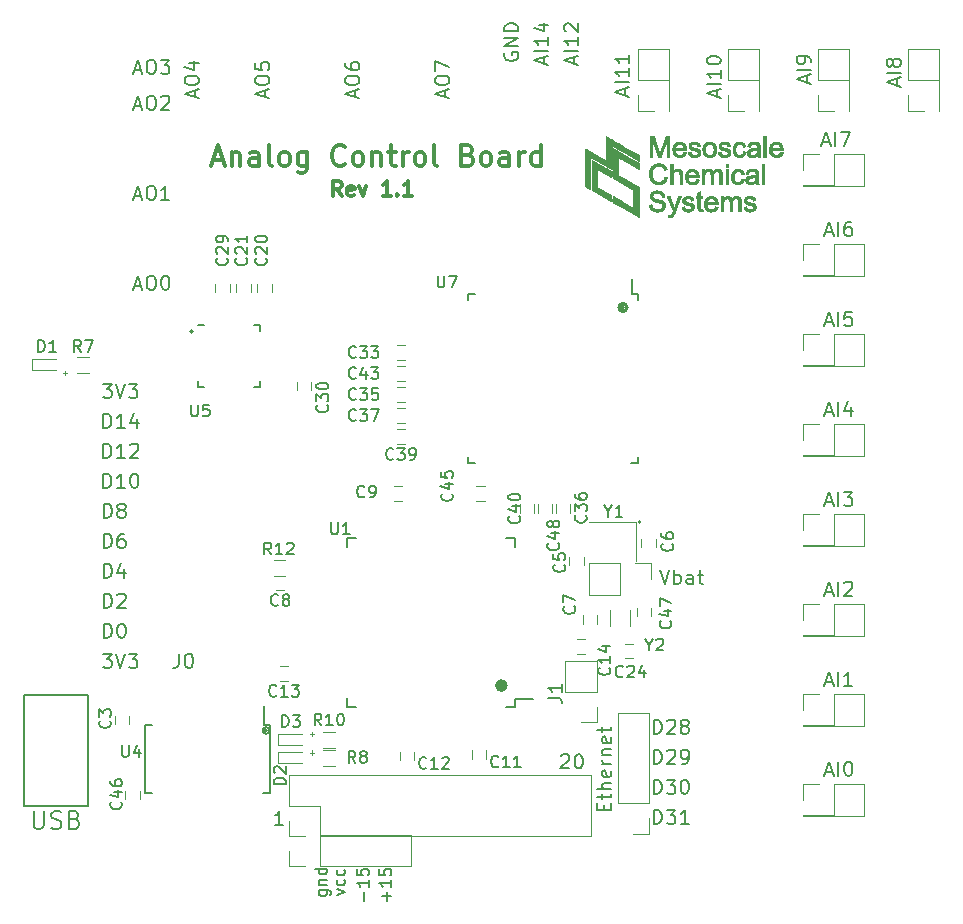
<source format=gbr>
G04 #@! TF.GenerationSoftware,KiCad,Pcbnew,(5.1.6)-1*
G04 #@! TF.CreationDate,2020-07-24T04:57:18+02:00*
G04 #@! TF.ProjectId,AnalogControlBoard_Rev1.1,416e616c-6f67-4436-9f6e-74726f6c426f,rev?*
G04 #@! TF.SameCoordinates,Original*
G04 #@! TF.FileFunction,Legend,Top*
G04 #@! TF.FilePolarity,Positive*
%FSLAX46Y46*%
G04 Gerber Fmt 4.6, Leading zero omitted, Abs format (unit mm)*
G04 Created by KiCad (PCBNEW (5.1.6)-1) date 2020-07-24 04:57:18*
%MOMM*%
%LPD*%
G01*
G04 APERTURE LIST*
%ADD10C,0.125000*%
%ADD11C,0.150000*%
%ADD12C,0.200000*%
%ADD13C,0.300000*%
%ADD14C,0.010000*%
%ADD15C,0.120000*%
G04 APERTURE END LIST*
D10*
X129959123Y-119974514D02*
X130340076Y-119974514D01*
X130149600Y-120164990D02*
X130149600Y-119784038D01*
X129946423Y-118399714D02*
X130327376Y-118399714D01*
X130136900Y-118590190D02*
X130136900Y-118209238D01*
X109029523Y-87843514D02*
X109410476Y-87843514D01*
X109220000Y-88033990D02*
X109220000Y-87653038D01*
D11*
X157950691Y-100457000D02*
G75*
G03*
X157950691Y-100457000I-102391J0D01*
G01*
D12*
X150091857Y-115335000D02*
X150949000Y-115335000D01*
X151120428Y-115392142D01*
X151234714Y-115506428D01*
X151291857Y-115677857D01*
X151291857Y-115792142D01*
X151291857Y-114135000D02*
X151291857Y-114820714D01*
X151291857Y-114477857D02*
X150091857Y-114477857D01*
X150263285Y-114592142D01*
X150377571Y-114706428D01*
X150434714Y-114820714D01*
X118853000Y-111610857D02*
X118853000Y-112468000D01*
X118795857Y-112639428D01*
X118681571Y-112753714D01*
X118510142Y-112810857D01*
X118395857Y-112810857D01*
X119653000Y-111610857D02*
X119767285Y-111610857D01*
X119881571Y-111668000D01*
X119938714Y-111725142D01*
X119995857Y-111839428D01*
X120053000Y-112068000D01*
X120053000Y-112353714D01*
X119995857Y-112582285D01*
X119938714Y-112696571D01*
X119881571Y-112753714D01*
X119767285Y-112810857D01*
X119653000Y-112810857D01*
X119538714Y-112753714D01*
X119481571Y-112696571D01*
X119424428Y-112582285D01*
X119367285Y-112353714D01*
X119367285Y-112068000D01*
X119424428Y-111839428D01*
X119481571Y-111725142D01*
X119538714Y-111668000D01*
X119653000Y-111610857D01*
X159588428Y-104498857D02*
X159988428Y-105698857D01*
X160388428Y-104498857D01*
X160788428Y-105698857D02*
X160788428Y-104498857D01*
X160788428Y-104956000D02*
X160902714Y-104898857D01*
X161131285Y-104898857D01*
X161245571Y-104956000D01*
X161302714Y-105013142D01*
X161359857Y-105127428D01*
X161359857Y-105470285D01*
X161302714Y-105584571D01*
X161245571Y-105641714D01*
X161131285Y-105698857D01*
X160902714Y-105698857D01*
X160788428Y-105641714D01*
X162388428Y-105698857D02*
X162388428Y-105070285D01*
X162331285Y-104956000D01*
X162217000Y-104898857D01*
X161988428Y-104898857D01*
X161874142Y-104956000D01*
X162388428Y-105641714D02*
X162274142Y-105698857D01*
X161988428Y-105698857D01*
X161874142Y-105641714D01*
X161817000Y-105527428D01*
X161817000Y-105413142D01*
X161874142Y-105298857D01*
X161988428Y-105241714D01*
X162274142Y-105241714D01*
X162388428Y-105184571D01*
X162788428Y-104898857D02*
X163245571Y-104898857D01*
X162959857Y-104498857D02*
X162959857Y-105527428D01*
X163017000Y-105641714D01*
X163131285Y-105698857D01*
X163245571Y-105698857D01*
X106565142Y-124908571D02*
X106565142Y-126122857D01*
X106636571Y-126265714D01*
X106708000Y-126337142D01*
X106850857Y-126408571D01*
X107136571Y-126408571D01*
X107279428Y-126337142D01*
X107350857Y-126265714D01*
X107422285Y-126122857D01*
X107422285Y-124908571D01*
X108065142Y-126337142D02*
X108279428Y-126408571D01*
X108636571Y-126408571D01*
X108779428Y-126337142D01*
X108850857Y-126265714D01*
X108922285Y-126122857D01*
X108922285Y-125980000D01*
X108850857Y-125837142D01*
X108779428Y-125765714D01*
X108636571Y-125694285D01*
X108350857Y-125622857D01*
X108208000Y-125551428D01*
X108136571Y-125480000D01*
X108065142Y-125337142D01*
X108065142Y-125194285D01*
X108136571Y-125051428D01*
X108208000Y-124980000D01*
X108350857Y-124908571D01*
X108708000Y-124908571D01*
X108922285Y-124980000D01*
X110065142Y-125622857D02*
X110279428Y-125694285D01*
X110350857Y-125765714D01*
X110422285Y-125908571D01*
X110422285Y-126122857D01*
X110350857Y-126265714D01*
X110279428Y-126337142D01*
X110136571Y-126408571D01*
X109565142Y-126408571D01*
X109565142Y-124908571D01*
X110065142Y-124908571D01*
X110208000Y-124980000D01*
X110279428Y-125051428D01*
X110350857Y-125194285D01*
X110350857Y-125337142D01*
X110279428Y-125480000D01*
X110208000Y-125551428D01*
X110065142Y-125622857D01*
X109565142Y-125622857D01*
X130722714Y-131627476D02*
X131532238Y-131627476D01*
X131627476Y-131675095D01*
X131675095Y-131722714D01*
X131722714Y-131817952D01*
X131722714Y-131960809D01*
X131675095Y-132056047D01*
X131341761Y-131627476D02*
X131389380Y-131722714D01*
X131389380Y-131913190D01*
X131341761Y-132008428D01*
X131294142Y-132056047D01*
X131198904Y-132103666D01*
X130913190Y-132103666D01*
X130817952Y-132056047D01*
X130770333Y-132008428D01*
X130722714Y-131913190D01*
X130722714Y-131722714D01*
X130770333Y-131627476D01*
X130722714Y-131151285D02*
X131389380Y-131151285D01*
X130817952Y-131151285D02*
X130770333Y-131103666D01*
X130722714Y-131008428D01*
X130722714Y-130865571D01*
X130770333Y-130770333D01*
X130865571Y-130722714D01*
X131389380Y-130722714D01*
X131389380Y-129817952D02*
X130389380Y-129817952D01*
X131341761Y-129817952D02*
X131389380Y-129913190D01*
X131389380Y-130103666D01*
X131341761Y-130198904D01*
X131294142Y-130246523D01*
X131198904Y-130294142D01*
X130913190Y-130294142D01*
X130817952Y-130246523D01*
X130770333Y-130198904D01*
X130722714Y-130103666D01*
X130722714Y-129913190D01*
X130770333Y-129817952D01*
X132246714Y-132032238D02*
X132913380Y-131794142D01*
X132246714Y-131556047D01*
X132865761Y-130746523D02*
X132913380Y-130841761D01*
X132913380Y-131032238D01*
X132865761Y-131127476D01*
X132818142Y-131175095D01*
X132722904Y-131222714D01*
X132437190Y-131222714D01*
X132341952Y-131175095D01*
X132294333Y-131127476D01*
X132246714Y-131032238D01*
X132246714Y-130841761D01*
X132294333Y-130746523D01*
X132865761Y-129889380D02*
X132913380Y-129984619D01*
X132913380Y-130175095D01*
X132865761Y-130270333D01*
X132818142Y-130317952D01*
X132722904Y-130365571D01*
X132437190Y-130365571D01*
X132341952Y-130317952D01*
X132294333Y-130270333D01*
X132246714Y-130175095D01*
X132246714Y-129984619D01*
X132294333Y-129889380D01*
X134564428Y-132524333D02*
X134564428Y-131762428D01*
X134945380Y-130762428D02*
X134945380Y-131333857D01*
X134945380Y-131048142D02*
X133945380Y-131048142D01*
X134088238Y-131143380D01*
X134183476Y-131238619D01*
X134231095Y-131333857D01*
X133945380Y-129857666D02*
X133945380Y-130333857D01*
X134421571Y-130381476D01*
X134373952Y-130333857D01*
X134326333Y-130238619D01*
X134326333Y-130000523D01*
X134373952Y-129905285D01*
X134421571Y-129857666D01*
X134516809Y-129810047D01*
X134754904Y-129810047D01*
X134850142Y-129857666D01*
X134897761Y-129905285D01*
X134945380Y-130000523D01*
X134945380Y-130238619D01*
X134897761Y-130333857D01*
X134850142Y-130381476D01*
X136469428Y-132524333D02*
X136469428Y-131762428D01*
X136850380Y-132143380D02*
X136088476Y-132143380D01*
X136850380Y-130762428D02*
X136850380Y-131333857D01*
X136850380Y-131048142D02*
X135850380Y-131048142D01*
X135993238Y-131143380D01*
X136088476Y-131238619D01*
X136136095Y-131333857D01*
X135850380Y-129857666D02*
X135850380Y-130333857D01*
X136326571Y-130381476D01*
X136278952Y-130333857D01*
X136231333Y-130238619D01*
X136231333Y-130000523D01*
X136278952Y-129905285D01*
X136326571Y-129857666D01*
X136421809Y-129810047D01*
X136659904Y-129810047D01*
X136755142Y-129857666D01*
X136802761Y-129905285D01*
X136850380Y-130000523D01*
X136850380Y-130238619D01*
X136802761Y-130333857D01*
X136755142Y-130381476D01*
X151231714Y-120234142D02*
X151288857Y-120177000D01*
X151403142Y-120119857D01*
X151688857Y-120119857D01*
X151803142Y-120177000D01*
X151860285Y-120234142D01*
X151917428Y-120348428D01*
X151917428Y-120462714D01*
X151860285Y-120634142D01*
X151174571Y-121319857D01*
X151917428Y-121319857D01*
X152660285Y-120119857D02*
X152774571Y-120119857D01*
X152888857Y-120177000D01*
X152946000Y-120234142D01*
X153003142Y-120348428D01*
X153060285Y-120577000D01*
X153060285Y-120862714D01*
X153003142Y-121091285D01*
X152946000Y-121205571D01*
X152888857Y-121262714D01*
X152774571Y-121319857D01*
X152660285Y-121319857D01*
X152546000Y-121262714D01*
X152488857Y-121205571D01*
X152431714Y-121091285D01*
X152374571Y-120862714D01*
X152374571Y-120577000D01*
X152431714Y-120348428D01*
X152488857Y-120234142D01*
X152546000Y-120177000D01*
X152660285Y-120119857D01*
X127723857Y-126145857D02*
X127038142Y-126145857D01*
X127381000Y-126145857D02*
X127381000Y-124945857D01*
X127266714Y-125117285D01*
X127152428Y-125231571D01*
X127038142Y-125288714D01*
X154854285Y-124840571D02*
X154854285Y-124440571D01*
X155482857Y-124269142D02*
X155482857Y-124840571D01*
X154282857Y-124840571D01*
X154282857Y-124269142D01*
X154682857Y-123926285D02*
X154682857Y-123469142D01*
X154282857Y-123754857D02*
X155311428Y-123754857D01*
X155425714Y-123697714D01*
X155482857Y-123583428D01*
X155482857Y-123469142D01*
X155482857Y-123069142D02*
X154282857Y-123069142D01*
X155482857Y-122554857D02*
X154854285Y-122554857D01*
X154740000Y-122612000D01*
X154682857Y-122726285D01*
X154682857Y-122897714D01*
X154740000Y-123012000D01*
X154797142Y-123069142D01*
X155425714Y-121526285D02*
X155482857Y-121640571D01*
X155482857Y-121869142D01*
X155425714Y-121983428D01*
X155311428Y-122040571D01*
X154854285Y-122040571D01*
X154740000Y-121983428D01*
X154682857Y-121869142D01*
X154682857Y-121640571D01*
X154740000Y-121526285D01*
X154854285Y-121469142D01*
X154968571Y-121469142D01*
X155082857Y-122040571D01*
X155482857Y-120954857D02*
X154682857Y-120954857D01*
X154911428Y-120954857D02*
X154797142Y-120897714D01*
X154740000Y-120840571D01*
X154682857Y-120726285D01*
X154682857Y-120612000D01*
X154682857Y-120212000D02*
X155482857Y-120212000D01*
X154797142Y-120212000D02*
X154740000Y-120154857D01*
X154682857Y-120040571D01*
X154682857Y-119869142D01*
X154740000Y-119754857D01*
X154854285Y-119697714D01*
X155482857Y-119697714D01*
X155425714Y-118669142D02*
X155482857Y-118783428D01*
X155482857Y-119012000D01*
X155425714Y-119126285D01*
X155311428Y-119183428D01*
X154854285Y-119183428D01*
X154740000Y-119126285D01*
X154682857Y-119012000D01*
X154682857Y-118783428D01*
X154740000Y-118669142D01*
X154854285Y-118612000D01*
X154968571Y-118612000D01*
X155082857Y-119183428D01*
X154682857Y-118269142D02*
X154682857Y-117812000D01*
X154282857Y-118097714D02*
X155311428Y-118097714D01*
X155425714Y-118040571D01*
X155482857Y-117926285D01*
X155482857Y-117812000D01*
X159070857Y-126018857D02*
X159070857Y-124818857D01*
X159356571Y-124818857D01*
X159528000Y-124876000D01*
X159642285Y-124990285D01*
X159699428Y-125104571D01*
X159756571Y-125333142D01*
X159756571Y-125504571D01*
X159699428Y-125733142D01*
X159642285Y-125847428D01*
X159528000Y-125961714D01*
X159356571Y-126018857D01*
X159070857Y-126018857D01*
X160156571Y-124818857D02*
X160899428Y-124818857D01*
X160499428Y-125276000D01*
X160670857Y-125276000D01*
X160785142Y-125333142D01*
X160842285Y-125390285D01*
X160899428Y-125504571D01*
X160899428Y-125790285D01*
X160842285Y-125904571D01*
X160785142Y-125961714D01*
X160670857Y-126018857D01*
X160328000Y-126018857D01*
X160213714Y-125961714D01*
X160156571Y-125904571D01*
X162042285Y-126018857D02*
X161356571Y-126018857D01*
X161699428Y-126018857D02*
X161699428Y-124818857D01*
X161585142Y-124990285D01*
X161470857Y-125104571D01*
X161356571Y-125161714D01*
X159070857Y-123478857D02*
X159070857Y-122278857D01*
X159356571Y-122278857D01*
X159528000Y-122336000D01*
X159642285Y-122450285D01*
X159699428Y-122564571D01*
X159756571Y-122793142D01*
X159756571Y-122964571D01*
X159699428Y-123193142D01*
X159642285Y-123307428D01*
X159528000Y-123421714D01*
X159356571Y-123478857D01*
X159070857Y-123478857D01*
X160156571Y-122278857D02*
X160899428Y-122278857D01*
X160499428Y-122736000D01*
X160670857Y-122736000D01*
X160785142Y-122793142D01*
X160842285Y-122850285D01*
X160899428Y-122964571D01*
X160899428Y-123250285D01*
X160842285Y-123364571D01*
X160785142Y-123421714D01*
X160670857Y-123478857D01*
X160328000Y-123478857D01*
X160213714Y-123421714D01*
X160156571Y-123364571D01*
X161642285Y-122278857D02*
X161756571Y-122278857D01*
X161870857Y-122336000D01*
X161928000Y-122393142D01*
X161985142Y-122507428D01*
X162042285Y-122736000D01*
X162042285Y-123021714D01*
X161985142Y-123250285D01*
X161928000Y-123364571D01*
X161870857Y-123421714D01*
X161756571Y-123478857D01*
X161642285Y-123478857D01*
X161528000Y-123421714D01*
X161470857Y-123364571D01*
X161413714Y-123250285D01*
X161356571Y-123021714D01*
X161356571Y-122736000D01*
X161413714Y-122507428D01*
X161470857Y-122393142D01*
X161528000Y-122336000D01*
X161642285Y-122278857D01*
X159070857Y-120938857D02*
X159070857Y-119738857D01*
X159356571Y-119738857D01*
X159528000Y-119796000D01*
X159642285Y-119910285D01*
X159699428Y-120024571D01*
X159756571Y-120253142D01*
X159756571Y-120424571D01*
X159699428Y-120653142D01*
X159642285Y-120767428D01*
X159528000Y-120881714D01*
X159356571Y-120938857D01*
X159070857Y-120938857D01*
X160213714Y-119853142D02*
X160270857Y-119796000D01*
X160385142Y-119738857D01*
X160670857Y-119738857D01*
X160785142Y-119796000D01*
X160842285Y-119853142D01*
X160899428Y-119967428D01*
X160899428Y-120081714D01*
X160842285Y-120253142D01*
X160156571Y-120938857D01*
X160899428Y-120938857D01*
X161470857Y-120938857D02*
X161699428Y-120938857D01*
X161813714Y-120881714D01*
X161870857Y-120824571D01*
X161985142Y-120653142D01*
X162042285Y-120424571D01*
X162042285Y-119967428D01*
X161985142Y-119853142D01*
X161928000Y-119796000D01*
X161813714Y-119738857D01*
X161585142Y-119738857D01*
X161470857Y-119796000D01*
X161413714Y-119853142D01*
X161356571Y-119967428D01*
X161356571Y-120253142D01*
X161413714Y-120367428D01*
X161470857Y-120424571D01*
X161585142Y-120481714D01*
X161813714Y-120481714D01*
X161928000Y-120424571D01*
X161985142Y-120367428D01*
X162042285Y-120253142D01*
D13*
X132665714Y-72828476D02*
X132249047Y-72233238D01*
X131951428Y-72828476D02*
X131951428Y-71578476D01*
X132427619Y-71578476D01*
X132546666Y-71638000D01*
X132606190Y-71697523D01*
X132665714Y-71816571D01*
X132665714Y-71995142D01*
X132606190Y-72114190D01*
X132546666Y-72173714D01*
X132427619Y-72233238D01*
X131951428Y-72233238D01*
X133677619Y-72768952D02*
X133558571Y-72828476D01*
X133320476Y-72828476D01*
X133201428Y-72768952D01*
X133141904Y-72649904D01*
X133141904Y-72173714D01*
X133201428Y-72054666D01*
X133320476Y-71995142D01*
X133558571Y-71995142D01*
X133677619Y-72054666D01*
X133737142Y-72173714D01*
X133737142Y-72292761D01*
X133141904Y-72411809D01*
X134153809Y-71995142D02*
X134451428Y-72828476D01*
X134749047Y-71995142D01*
X136832380Y-72828476D02*
X136118095Y-72828476D01*
X136475238Y-72828476D02*
X136475238Y-71578476D01*
X136356190Y-71757047D01*
X136237142Y-71876095D01*
X136118095Y-71935619D01*
X137368095Y-72709428D02*
X137427619Y-72768952D01*
X137368095Y-72828476D01*
X137308571Y-72768952D01*
X137368095Y-72709428D01*
X137368095Y-72828476D01*
X138618095Y-72828476D02*
X137903809Y-72828476D01*
X138260952Y-72828476D02*
X138260952Y-71578476D01*
X138141904Y-71757047D01*
X138022857Y-71876095D01*
X137903809Y-71935619D01*
X121743333Y-69811666D02*
X122576666Y-69811666D01*
X121576666Y-70311666D02*
X122160000Y-68561666D01*
X122743333Y-70311666D01*
X123326666Y-69145000D02*
X123326666Y-70311666D01*
X123326666Y-69311666D02*
X123410000Y-69228333D01*
X123576666Y-69145000D01*
X123826666Y-69145000D01*
X123993333Y-69228333D01*
X124076666Y-69395000D01*
X124076666Y-70311666D01*
X125660000Y-70311666D02*
X125660000Y-69395000D01*
X125576666Y-69228333D01*
X125410000Y-69145000D01*
X125076666Y-69145000D01*
X124910000Y-69228333D01*
X125660000Y-70228333D02*
X125493333Y-70311666D01*
X125076666Y-70311666D01*
X124910000Y-70228333D01*
X124826666Y-70061666D01*
X124826666Y-69895000D01*
X124910000Y-69728333D01*
X125076666Y-69645000D01*
X125493333Y-69645000D01*
X125660000Y-69561666D01*
X126743333Y-70311666D02*
X126576666Y-70228333D01*
X126493333Y-70061666D01*
X126493333Y-68561666D01*
X127660000Y-70311666D02*
X127493333Y-70228333D01*
X127410000Y-70145000D01*
X127326666Y-69978333D01*
X127326666Y-69478333D01*
X127410000Y-69311666D01*
X127493333Y-69228333D01*
X127660000Y-69145000D01*
X127910000Y-69145000D01*
X128076666Y-69228333D01*
X128160000Y-69311666D01*
X128243333Y-69478333D01*
X128243333Y-69978333D01*
X128160000Y-70145000D01*
X128076666Y-70228333D01*
X127910000Y-70311666D01*
X127660000Y-70311666D01*
X129743333Y-69145000D02*
X129743333Y-70561666D01*
X129660000Y-70728333D01*
X129576666Y-70811666D01*
X129410000Y-70895000D01*
X129160000Y-70895000D01*
X128993333Y-70811666D01*
X129743333Y-70228333D02*
X129576666Y-70311666D01*
X129243333Y-70311666D01*
X129076666Y-70228333D01*
X128993333Y-70145000D01*
X128910000Y-69978333D01*
X128910000Y-69478333D01*
X128993333Y-69311666D01*
X129076666Y-69228333D01*
X129243333Y-69145000D01*
X129576666Y-69145000D01*
X129743333Y-69228333D01*
X132910000Y-70145000D02*
X132826666Y-70228333D01*
X132576666Y-70311666D01*
X132410000Y-70311666D01*
X132160000Y-70228333D01*
X131993333Y-70061666D01*
X131910000Y-69895000D01*
X131826666Y-69561666D01*
X131826666Y-69311666D01*
X131910000Y-68978333D01*
X131993333Y-68811666D01*
X132160000Y-68645000D01*
X132410000Y-68561666D01*
X132576666Y-68561666D01*
X132826666Y-68645000D01*
X132910000Y-68728333D01*
X133910000Y-70311666D02*
X133743333Y-70228333D01*
X133660000Y-70145000D01*
X133576666Y-69978333D01*
X133576666Y-69478333D01*
X133660000Y-69311666D01*
X133743333Y-69228333D01*
X133910000Y-69145000D01*
X134160000Y-69145000D01*
X134326666Y-69228333D01*
X134410000Y-69311666D01*
X134493333Y-69478333D01*
X134493333Y-69978333D01*
X134410000Y-70145000D01*
X134326666Y-70228333D01*
X134160000Y-70311666D01*
X133910000Y-70311666D01*
X135243333Y-69145000D02*
X135243333Y-70311666D01*
X135243333Y-69311666D02*
X135326666Y-69228333D01*
X135493333Y-69145000D01*
X135743333Y-69145000D01*
X135910000Y-69228333D01*
X135993333Y-69395000D01*
X135993333Y-70311666D01*
X136576666Y-69145000D02*
X137243333Y-69145000D01*
X136826666Y-68561666D02*
X136826666Y-70061666D01*
X136910000Y-70228333D01*
X137076666Y-70311666D01*
X137243333Y-70311666D01*
X137826666Y-70311666D02*
X137826666Y-69145000D01*
X137826666Y-69478333D02*
X137910000Y-69311666D01*
X137993333Y-69228333D01*
X138160000Y-69145000D01*
X138326666Y-69145000D01*
X139160000Y-70311666D02*
X138993333Y-70228333D01*
X138910000Y-70145000D01*
X138826666Y-69978333D01*
X138826666Y-69478333D01*
X138910000Y-69311666D01*
X138993333Y-69228333D01*
X139160000Y-69145000D01*
X139410000Y-69145000D01*
X139576666Y-69228333D01*
X139660000Y-69311666D01*
X139743333Y-69478333D01*
X139743333Y-69978333D01*
X139660000Y-70145000D01*
X139576666Y-70228333D01*
X139410000Y-70311666D01*
X139160000Y-70311666D01*
X140743333Y-70311666D02*
X140576666Y-70228333D01*
X140493333Y-70061666D01*
X140493333Y-68561666D01*
X143326666Y-69395000D02*
X143576666Y-69478333D01*
X143660000Y-69561666D01*
X143743333Y-69728333D01*
X143743333Y-69978333D01*
X143660000Y-70145000D01*
X143576666Y-70228333D01*
X143410000Y-70311666D01*
X142743333Y-70311666D01*
X142743333Y-68561666D01*
X143326666Y-68561666D01*
X143493333Y-68645000D01*
X143576666Y-68728333D01*
X143660000Y-68895000D01*
X143660000Y-69061666D01*
X143576666Y-69228333D01*
X143493333Y-69311666D01*
X143326666Y-69395000D01*
X142743333Y-69395000D01*
X144743333Y-70311666D02*
X144576666Y-70228333D01*
X144493333Y-70145000D01*
X144410000Y-69978333D01*
X144410000Y-69478333D01*
X144493333Y-69311666D01*
X144576666Y-69228333D01*
X144743333Y-69145000D01*
X144993333Y-69145000D01*
X145160000Y-69228333D01*
X145243333Y-69311666D01*
X145326666Y-69478333D01*
X145326666Y-69978333D01*
X145243333Y-70145000D01*
X145160000Y-70228333D01*
X144993333Y-70311666D01*
X144743333Y-70311666D01*
X146826666Y-70311666D02*
X146826666Y-69395000D01*
X146743333Y-69228333D01*
X146576666Y-69145000D01*
X146243333Y-69145000D01*
X146076666Y-69228333D01*
X146826666Y-70228333D02*
X146660000Y-70311666D01*
X146243333Y-70311666D01*
X146076666Y-70228333D01*
X145993333Y-70061666D01*
X145993333Y-69895000D01*
X146076666Y-69728333D01*
X146243333Y-69645000D01*
X146660000Y-69645000D01*
X146826666Y-69561666D01*
X147660000Y-70311666D02*
X147660000Y-69145000D01*
X147660000Y-69478333D02*
X147743333Y-69311666D01*
X147826666Y-69228333D01*
X147993333Y-69145000D01*
X148160000Y-69145000D01*
X149493333Y-70311666D02*
X149493333Y-68561666D01*
X149493333Y-70228333D02*
X149326666Y-70311666D01*
X148993333Y-70311666D01*
X148826666Y-70228333D01*
X148743333Y-70145000D01*
X148660000Y-69978333D01*
X148660000Y-69478333D01*
X148743333Y-69311666D01*
X148826666Y-69228333D01*
X148993333Y-69145000D01*
X149326666Y-69145000D01*
X149493333Y-69228333D01*
D12*
X159070857Y-118398857D02*
X159070857Y-117198857D01*
X159356571Y-117198857D01*
X159528000Y-117256000D01*
X159642285Y-117370285D01*
X159699428Y-117484571D01*
X159756571Y-117713142D01*
X159756571Y-117884571D01*
X159699428Y-118113142D01*
X159642285Y-118227428D01*
X159528000Y-118341714D01*
X159356571Y-118398857D01*
X159070857Y-118398857D01*
X160213714Y-117313142D02*
X160270857Y-117256000D01*
X160385142Y-117198857D01*
X160670857Y-117198857D01*
X160785142Y-117256000D01*
X160842285Y-117313142D01*
X160899428Y-117427428D01*
X160899428Y-117541714D01*
X160842285Y-117713142D01*
X160156571Y-118398857D01*
X160899428Y-118398857D01*
X161585142Y-117713142D02*
X161470857Y-117656000D01*
X161413714Y-117598857D01*
X161356571Y-117484571D01*
X161356571Y-117427428D01*
X161413714Y-117313142D01*
X161470857Y-117256000D01*
X161585142Y-117198857D01*
X161813714Y-117198857D01*
X161928000Y-117256000D01*
X161985142Y-117313142D01*
X162042285Y-117427428D01*
X162042285Y-117484571D01*
X161985142Y-117598857D01*
X161928000Y-117656000D01*
X161813714Y-117713142D01*
X161585142Y-117713142D01*
X161470857Y-117770285D01*
X161413714Y-117827428D01*
X161356571Y-117941714D01*
X161356571Y-118170285D01*
X161413714Y-118284571D01*
X161470857Y-118341714D01*
X161585142Y-118398857D01*
X161813714Y-118398857D01*
X161928000Y-118341714D01*
X161985142Y-118284571D01*
X162042285Y-118170285D01*
X162042285Y-117941714D01*
X161985142Y-117827428D01*
X161928000Y-117770285D01*
X161813714Y-117713142D01*
D11*
X126521981Y-118110000D02*
G75*
G03*
X126521981Y-118110000I-283981J0D01*
G01*
X126365000Y-118110000D02*
G75*
G03*
X126365000Y-118110000I-127000J0D01*
G01*
X146634905Y-114300000D02*
G75*
G03*
X146634905Y-114300000I-457905J0D01*
G01*
X146304000Y-114300000D02*
G75*
G03*
X146304000Y-114300000I-127000J0D01*
G01*
X146356605Y-114300000D02*
G75*
G03*
X146356605Y-114300000I-179605J0D01*
G01*
X146460981Y-114300000D02*
G75*
G03*
X146460981Y-114300000I-283981J0D01*
G01*
X146536210Y-114300000D02*
G75*
G03*
X146536210Y-114300000I-359210J0D01*
G01*
X156591000Y-82296000D02*
G75*
G03*
X156591000Y-82296000I-127000J0D01*
G01*
X156718000Y-82296000D02*
G75*
G03*
X156718000Y-82296000I-254000J0D01*
G01*
X156865609Y-82296000D02*
G75*
G03*
X156865609Y-82296000I-401609J0D01*
G01*
X120078500Y-84302600D02*
G75*
G03*
X120078500Y-84302600I-127000J0D01*
G01*
D12*
X112461857Y-92490857D02*
X112461857Y-91290857D01*
X112747571Y-91290857D01*
X112919000Y-91348000D01*
X113033285Y-91462285D01*
X113090428Y-91576571D01*
X113147571Y-91805142D01*
X113147571Y-91976571D01*
X113090428Y-92205142D01*
X113033285Y-92319428D01*
X112919000Y-92433714D01*
X112747571Y-92490857D01*
X112461857Y-92490857D01*
X114290428Y-92490857D02*
X113604714Y-92490857D01*
X113947571Y-92490857D02*
X113947571Y-91290857D01*
X113833285Y-91462285D01*
X113719000Y-91576571D01*
X113604714Y-91633714D01*
X115319000Y-91690857D02*
X115319000Y-92490857D01*
X115033285Y-91233714D02*
X114747571Y-92090857D01*
X115490428Y-92090857D01*
X112461857Y-95030857D02*
X112461857Y-93830857D01*
X112747571Y-93830857D01*
X112919000Y-93888000D01*
X113033285Y-94002285D01*
X113090428Y-94116571D01*
X113147571Y-94345142D01*
X113147571Y-94516571D01*
X113090428Y-94745142D01*
X113033285Y-94859428D01*
X112919000Y-94973714D01*
X112747571Y-95030857D01*
X112461857Y-95030857D01*
X114290428Y-95030857D02*
X113604714Y-95030857D01*
X113947571Y-95030857D02*
X113947571Y-93830857D01*
X113833285Y-94002285D01*
X113719000Y-94116571D01*
X113604714Y-94173714D01*
X114747571Y-93945142D02*
X114804714Y-93888000D01*
X114919000Y-93830857D01*
X115204714Y-93830857D01*
X115319000Y-93888000D01*
X115376142Y-93945142D01*
X115433285Y-94059428D01*
X115433285Y-94173714D01*
X115376142Y-94345142D01*
X114690428Y-95030857D01*
X115433285Y-95030857D01*
X112461857Y-97570857D02*
X112461857Y-96370857D01*
X112747571Y-96370857D01*
X112919000Y-96428000D01*
X113033285Y-96542285D01*
X113090428Y-96656571D01*
X113147571Y-96885142D01*
X113147571Y-97056571D01*
X113090428Y-97285142D01*
X113033285Y-97399428D01*
X112919000Y-97513714D01*
X112747571Y-97570857D01*
X112461857Y-97570857D01*
X114290428Y-97570857D02*
X113604714Y-97570857D01*
X113947571Y-97570857D02*
X113947571Y-96370857D01*
X113833285Y-96542285D01*
X113719000Y-96656571D01*
X113604714Y-96713714D01*
X115033285Y-96370857D02*
X115147571Y-96370857D01*
X115261857Y-96428000D01*
X115319000Y-96485142D01*
X115376142Y-96599428D01*
X115433285Y-96828000D01*
X115433285Y-97113714D01*
X115376142Y-97342285D01*
X115319000Y-97456571D01*
X115261857Y-97513714D01*
X115147571Y-97570857D01*
X115033285Y-97570857D01*
X114919000Y-97513714D01*
X114861857Y-97456571D01*
X114804714Y-97342285D01*
X114747571Y-97113714D01*
X114747571Y-96828000D01*
X114804714Y-96599428D01*
X114861857Y-96485142D01*
X114919000Y-96428000D01*
X115033285Y-96370857D01*
X112525285Y-100110857D02*
X112525285Y-98910857D01*
X112811000Y-98910857D01*
X112982428Y-98968000D01*
X113096714Y-99082285D01*
X113153857Y-99196571D01*
X113211000Y-99425142D01*
X113211000Y-99596571D01*
X113153857Y-99825142D01*
X113096714Y-99939428D01*
X112982428Y-100053714D01*
X112811000Y-100110857D01*
X112525285Y-100110857D01*
X113896714Y-99425142D02*
X113782428Y-99368000D01*
X113725285Y-99310857D01*
X113668142Y-99196571D01*
X113668142Y-99139428D01*
X113725285Y-99025142D01*
X113782428Y-98968000D01*
X113896714Y-98910857D01*
X114125285Y-98910857D01*
X114239571Y-98968000D01*
X114296714Y-99025142D01*
X114353857Y-99139428D01*
X114353857Y-99196571D01*
X114296714Y-99310857D01*
X114239571Y-99368000D01*
X114125285Y-99425142D01*
X113896714Y-99425142D01*
X113782428Y-99482285D01*
X113725285Y-99539428D01*
X113668142Y-99653714D01*
X113668142Y-99882285D01*
X113725285Y-99996571D01*
X113782428Y-100053714D01*
X113896714Y-100110857D01*
X114125285Y-100110857D01*
X114239571Y-100053714D01*
X114296714Y-99996571D01*
X114353857Y-99882285D01*
X114353857Y-99653714D01*
X114296714Y-99539428D01*
X114239571Y-99482285D01*
X114125285Y-99425142D01*
X112525285Y-102650857D02*
X112525285Y-101450857D01*
X112811000Y-101450857D01*
X112982428Y-101508000D01*
X113096714Y-101622285D01*
X113153857Y-101736571D01*
X113211000Y-101965142D01*
X113211000Y-102136571D01*
X113153857Y-102365142D01*
X113096714Y-102479428D01*
X112982428Y-102593714D01*
X112811000Y-102650857D01*
X112525285Y-102650857D01*
X114239571Y-101450857D02*
X114011000Y-101450857D01*
X113896714Y-101508000D01*
X113839571Y-101565142D01*
X113725285Y-101736571D01*
X113668142Y-101965142D01*
X113668142Y-102422285D01*
X113725285Y-102536571D01*
X113782428Y-102593714D01*
X113896714Y-102650857D01*
X114125285Y-102650857D01*
X114239571Y-102593714D01*
X114296714Y-102536571D01*
X114353857Y-102422285D01*
X114353857Y-102136571D01*
X114296714Y-102022285D01*
X114239571Y-101965142D01*
X114125285Y-101908000D01*
X113896714Y-101908000D01*
X113782428Y-101965142D01*
X113725285Y-102022285D01*
X113668142Y-102136571D01*
X112525285Y-105190857D02*
X112525285Y-103990857D01*
X112811000Y-103990857D01*
X112982428Y-104048000D01*
X113096714Y-104162285D01*
X113153857Y-104276571D01*
X113211000Y-104505142D01*
X113211000Y-104676571D01*
X113153857Y-104905142D01*
X113096714Y-105019428D01*
X112982428Y-105133714D01*
X112811000Y-105190857D01*
X112525285Y-105190857D01*
X114239571Y-104390857D02*
X114239571Y-105190857D01*
X113953857Y-103933714D02*
X113668142Y-104790857D01*
X114411000Y-104790857D01*
X112525285Y-107730857D02*
X112525285Y-106530857D01*
X112811000Y-106530857D01*
X112982428Y-106588000D01*
X113096714Y-106702285D01*
X113153857Y-106816571D01*
X113211000Y-107045142D01*
X113211000Y-107216571D01*
X113153857Y-107445142D01*
X113096714Y-107559428D01*
X112982428Y-107673714D01*
X112811000Y-107730857D01*
X112525285Y-107730857D01*
X113668142Y-106645142D02*
X113725285Y-106588000D01*
X113839571Y-106530857D01*
X114125285Y-106530857D01*
X114239571Y-106588000D01*
X114296714Y-106645142D01*
X114353857Y-106759428D01*
X114353857Y-106873714D01*
X114296714Y-107045142D01*
X113611000Y-107730857D01*
X114353857Y-107730857D01*
X112525285Y-110270857D02*
X112525285Y-109070857D01*
X112811000Y-109070857D01*
X112982428Y-109128000D01*
X113096714Y-109242285D01*
X113153857Y-109356571D01*
X113211000Y-109585142D01*
X113211000Y-109756571D01*
X113153857Y-109985142D01*
X113096714Y-110099428D01*
X112982428Y-110213714D01*
X112811000Y-110270857D01*
X112525285Y-110270857D01*
X113953857Y-109070857D02*
X114068142Y-109070857D01*
X114182428Y-109128000D01*
X114239571Y-109185142D01*
X114296714Y-109299428D01*
X114353857Y-109528000D01*
X114353857Y-109813714D01*
X114296714Y-110042285D01*
X114239571Y-110156571D01*
X114182428Y-110213714D01*
X114068142Y-110270857D01*
X113953857Y-110270857D01*
X113839571Y-110213714D01*
X113782428Y-110156571D01*
X113725285Y-110042285D01*
X113668142Y-109813714D01*
X113668142Y-109528000D01*
X113725285Y-109299428D01*
X113782428Y-109185142D01*
X113839571Y-109128000D01*
X113953857Y-109070857D01*
X112433285Y-88750857D02*
X113176142Y-88750857D01*
X112776142Y-89208000D01*
X112947571Y-89208000D01*
X113061857Y-89265142D01*
X113119000Y-89322285D01*
X113176142Y-89436571D01*
X113176142Y-89722285D01*
X113119000Y-89836571D01*
X113061857Y-89893714D01*
X112947571Y-89950857D01*
X112604714Y-89950857D01*
X112490428Y-89893714D01*
X112433285Y-89836571D01*
X113519000Y-88750857D02*
X113919000Y-89950857D01*
X114319000Y-88750857D01*
X114604714Y-88750857D02*
X115347571Y-88750857D01*
X114947571Y-89208000D01*
X115119000Y-89208000D01*
X115233285Y-89265142D01*
X115290428Y-89322285D01*
X115347571Y-89436571D01*
X115347571Y-89722285D01*
X115290428Y-89836571D01*
X115233285Y-89893714D01*
X115119000Y-89950857D01*
X114776142Y-89950857D01*
X114661857Y-89893714D01*
X114604714Y-89836571D01*
X112433285Y-111610857D02*
X113176142Y-111610857D01*
X112776142Y-112068000D01*
X112947571Y-112068000D01*
X113061857Y-112125142D01*
X113119000Y-112182285D01*
X113176142Y-112296571D01*
X113176142Y-112582285D01*
X113119000Y-112696571D01*
X113061857Y-112753714D01*
X112947571Y-112810857D01*
X112604714Y-112810857D01*
X112490428Y-112753714D01*
X112433285Y-112696571D01*
X113519000Y-111610857D02*
X113919000Y-112810857D01*
X114319000Y-111610857D01*
X114604714Y-111610857D02*
X115347571Y-111610857D01*
X114947571Y-112068000D01*
X115119000Y-112068000D01*
X115233285Y-112125142D01*
X115290428Y-112182285D01*
X115347571Y-112296571D01*
X115347571Y-112582285D01*
X115290428Y-112696571D01*
X115233285Y-112753714D01*
X115119000Y-112810857D01*
X114776142Y-112810857D01*
X114661857Y-112753714D01*
X114604714Y-112696571D01*
X146466000Y-60731285D02*
X146408857Y-60845571D01*
X146408857Y-61017000D01*
X146466000Y-61188428D01*
X146580285Y-61302714D01*
X146694571Y-61359857D01*
X146923142Y-61417000D01*
X147094571Y-61417000D01*
X147323142Y-61359857D01*
X147437428Y-61302714D01*
X147551714Y-61188428D01*
X147608857Y-61017000D01*
X147608857Y-60902714D01*
X147551714Y-60731285D01*
X147494571Y-60674142D01*
X147094571Y-60674142D01*
X147094571Y-60902714D01*
X147608857Y-60159857D02*
X146408857Y-60159857D01*
X147608857Y-59474142D01*
X146408857Y-59474142D01*
X147608857Y-58902714D02*
X146408857Y-58902714D01*
X146408857Y-58617000D01*
X146466000Y-58445571D01*
X146580285Y-58331285D01*
X146694571Y-58274142D01*
X146923142Y-58217000D01*
X147094571Y-58217000D01*
X147323142Y-58274142D01*
X147437428Y-58331285D01*
X147551714Y-58445571D01*
X147608857Y-58617000D01*
X147608857Y-58902714D01*
X149806000Y-61658285D02*
X149806000Y-61086857D01*
X150148857Y-61772571D02*
X148948857Y-61372571D01*
X150148857Y-60972571D01*
X150148857Y-60572571D02*
X148948857Y-60572571D01*
X150148857Y-59372571D02*
X150148857Y-60058285D01*
X150148857Y-59715428D02*
X148948857Y-59715428D01*
X149120285Y-59829714D01*
X149234571Y-59944000D01*
X149291714Y-60058285D01*
X149348857Y-58344000D02*
X150148857Y-58344000D01*
X148891714Y-58629714D02*
X149748857Y-58915428D01*
X149748857Y-58172571D01*
X152346000Y-61658285D02*
X152346000Y-61086857D01*
X152688857Y-61772571D02*
X151488857Y-61372571D01*
X152688857Y-60972571D01*
X152688857Y-60572571D02*
X151488857Y-60572571D01*
X152688857Y-59372571D02*
X152688857Y-60058285D01*
X152688857Y-59715428D02*
X151488857Y-59715428D01*
X151660285Y-59829714D01*
X151774571Y-59944000D01*
X151831714Y-60058285D01*
X151603142Y-58915428D02*
X151546000Y-58858285D01*
X151488857Y-58744000D01*
X151488857Y-58458285D01*
X151546000Y-58344000D01*
X151603142Y-58286857D01*
X151717428Y-58229714D01*
X151831714Y-58229714D01*
X152003142Y-58286857D01*
X152688857Y-58972571D01*
X152688857Y-58229714D01*
X173609142Y-121612000D02*
X174180571Y-121612000D01*
X173494857Y-121954857D02*
X173894857Y-120754857D01*
X174294857Y-121954857D01*
X174694857Y-121954857D02*
X174694857Y-120754857D01*
X175494857Y-120754857D02*
X175609142Y-120754857D01*
X175723428Y-120812000D01*
X175780571Y-120869142D01*
X175837714Y-120983428D01*
X175894857Y-121212000D01*
X175894857Y-121497714D01*
X175837714Y-121726285D01*
X175780571Y-121840571D01*
X175723428Y-121897714D01*
X175609142Y-121954857D01*
X175494857Y-121954857D01*
X175380571Y-121897714D01*
X175323428Y-121840571D01*
X175266285Y-121726285D01*
X175209142Y-121497714D01*
X175209142Y-121212000D01*
X175266285Y-120983428D01*
X175323428Y-120869142D01*
X175380571Y-120812000D01*
X175494857Y-120754857D01*
X173609142Y-113992000D02*
X174180571Y-113992000D01*
X173494857Y-114334857D02*
X173894857Y-113134857D01*
X174294857Y-114334857D01*
X174694857Y-114334857D02*
X174694857Y-113134857D01*
X175894857Y-114334857D02*
X175209142Y-114334857D01*
X175552000Y-114334857D02*
X175552000Y-113134857D01*
X175437714Y-113306285D01*
X175323428Y-113420571D01*
X175209142Y-113477714D01*
X173609142Y-106372000D02*
X174180571Y-106372000D01*
X173494857Y-106714857D02*
X173894857Y-105514857D01*
X174294857Y-106714857D01*
X174694857Y-106714857D02*
X174694857Y-105514857D01*
X175209142Y-105629142D02*
X175266285Y-105572000D01*
X175380571Y-105514857D01*
X175666285Y-105514857D01*
X175780571Y-105572000D01*
X175837714Y-105629142D01*
X175894857Y-105743428D01*
X175894857Y-105857714D01*
X175837714Y-106029142D01*
X175152000Y-106714857D01*
X175894857Y-106714857D01*
X173609142Y-98752000D02*
X174180571Y-98752000D01*
X173494857Y-99094857D02*
X173894857Y-97894857D01*
X174294857Y-99094857D01*
X174694857Y-99094857D02*
X174694857Y-97894857D01*
X175152000Y-97894857D02*
X175894857Y-97894857D01*
X175494857Y-98352000D01*
X175666285Y-98352000D01*
X175780571Y-98409142D01*
X175837714Y-98466285D01*
X175894857Y-98580571D01*
X175894857Y-98866285D01*
X175837714Y-98980571D01*
X175780571Y-99037714D01*
X175666285Y-99094857D01*
X175323428Y-99094857D01*
X175209142Y-99037714D01*
X175152000Y-98980571D01*
X173609142Y-91132000D02*
X174180571Y-91132000D01*
X173494857Y-91474857D02*
X173894857Y-90274857D01*
X174294857Y-91474857D01*
X174694857Y-91474857D02*
X174694857Y-90274857D01*
X175780571Y-90674857D02*
X175780571Y-91474857D01*
X175494857Y-90217714D02*
X175209142Y-91074857D01*
X175952000Y-91074857D01*
X173609142Y-83512000D02*
X174180571Y-83512000D01*
X173494857Y-83854857D02*
X173894857Y-82654857D01*
X174294857Y-83854857D01*
X174694857Y-83854857D02*
X174694857Y-82654857D01*
X175837714Y-82654857D02*
X175266285Y-82654857D01*
X175209142Y-83226285D01*
X175266285Y-83169142D01*
X175380571Y-83112000D01*
X175666285Y-83112000D01*
X175780571Y-83169142D01*
X175837714Y-83226285D01*
X175894857Y-83340571D01*
X175894857Y-83626285D01*
X175837714Y-83740571D01*
X175780571Y-83797714D01*
X175666285Y-83854857D01*
X175380571Y-83854857D01*
X175266285Y-83797714D01*
X175209142Y-83740571D01*
X173609142Y-75892000D02*
X174180571Y-75892000D01*
X173494857Y-76234857D02*
X173894857Y-75034857D01*
X174294857Y-76234857D01*
X174694857Y-76234857D02*
X174694857Y-75034857D01*
X175780571Y-75034857D02*
X175552000Y-75034857D01*
X175437714Y-75092000D01*
X175380571Y-75149142D01*
X175266285Y-75320571D01*
X175209142Y-75549142D01*
X175209142Y-76006285D01*
X175266285Y-76120571D01*
X175323428Y-76177714D01*
X175437714Y-76234857D01*
X175666285Y-76234857D01*
X175780571Y-76177714D01*
X175837714Y-76120571D01*
X175894857Y-76006285D01*
X175894857Y-75720571D01*
X175837714Y-75606285D01*
X175780571Y-75549142D01*
X175666285Y-75492000D01*
X175437714Y-75492000D01*
X175323428Y-75549142D01*
X175266285Y-75606285D01*
X175209142Y-75720571D01*
X173355142Y-68272000D02*
X173926571Y-68272000D01*
X173240857Y-68614857D02*
X173640857Y-67414857D01*
X174040857Y-68614857D01*
X174440857Y-68614857D02*
X174440857Y-67414857D01*
X174898000Y-67414857D02*
X175698000Y-67414857D01*
X175183714Y-68614857D01*
X179651000Y-63499857D02*
X179651000Y-62928428D01*
X179993857Y-63614142D02*
X178793857Y-63214142D01*
X179993857Y-62814142D01*
X179993857Y-62414142D02*
X178793857Y-62414142D01*
X179308142Y-61671285D02*
X179251000Y-61785571D01*
X179193857Y-61842714D01*
X179079571Y-61899857D01*
X179022428Y-61899857D01*
X178908142Y-61842714D01*
X178851000Y-61785571D01*
X178793857Y-61671285D01*
X178793857Y-61442714D01*
X178851000Y-61328428D01*
X178908142Y-61271285D01*
X179022428Y-61214142D01*
X179079571Y-61214142D01*
X179193857Y-61271285D01*
X179251000Y-61328428D01*
X179308142Y-61442714D01*
X179308142Y-61671285D01*
X179365285Y-61785571D01*
X179422428Y-61842714D01*
X179536714Y-61899857D01*
X179765285Y-61899857D01*
X179879571Y-61842714D01*
X179936714Y-61785571D01*
X179993857Y-61671285D01*
X179993857Y-61442714D01*
X179936714Y-61328428D01*
X179879571Y-61271285D01*
X179765285Y-61214142D01*
X179536714Y-61214142D01*
X179422428Y-61271285D01*
X179365285Y-61328428D01*
X179308142Y-61442714D01*
X172031000Y-63245857D02*
X172031000Y-62674428D01*
X172373857Y-63360142D02*
X171173857Y-62960142D01*
X172373857Y-62560142D01*
X172373857Y-62160142D02*
X171173857Y-62160142D01*
X172373857Y-61531571D02*
X172373857Y-61303000D01*
X172316714Y-61188714D01*
X172259571Y-61131571D01*
X172088142Y-61017285D01*
X171859571Y-60960142D01*
X171402428Y-60960142D01*
X171288142Y-61017285D01*
X171231000Y-61074428D01*
X171173857Y-61188714D01*
X171173857Y-61417285D01*
X171231000Y-61531571D01*
X171288142Y-61588714D01*
X171402428Y-61645857D01*
X171688142Y-61645857D01*
X171802428Y-61588714D01*
X171859571Y-61531571D01*
X171916714Y-61417285D01*
X171916714Y-61188714D01*
X171859571Y-61074428D01*
X171802428Y-61017285D01*
X171688142Y-60960142D01*
X164411000Y-64452285D02*
X164411000Y-63880857D01*
X164753857Y-64566571D02*
X163553857Y-64166571D01*
X164753857Y-63766571D01*
X164753857Y-63366571D02*
X163553857Y-63366571D01*
X164753857Y-62166571D02*
X164753857Y-62852285D01*
X164753857Y-62509428D02*
X163553857Y-62509428D01*
X163725285Y-62623714D01*
X163839571Y-62738000D01*
X163896714Y-62852285D01*
X163553857Y-61423714D02*
X163553857Y-61309428D01*
X163611000Y-61195142D01*
X163668142Y-61138000D01*
X163782428Y-61080857D01*
X164011000Y-61023714D01*
X164296714Y-61023714D01*
X164525285Y-61080857D01*
X164639571Y-61138000D01*
X164696714Y-61195142D01*
X164753857Y-61309428D01*
X164753857Y-61423714D01*
X164696714Y-61538000D01*
X164639571Y-61595142D01*
X164525285Y-61652285D01*
X164296714Y-61709428D01*
X164011000Y-61709428D01*
X163782428Y-61652285D01*
X163668142Y-61595142D01*
X163611000Y-61538000D01*
X163553857Y-61423714D01*
X156664000Y-64325285D02*
X156664000Y-63753857D01*
X157006857Y-64439571D02*
X155806857Y-64039571D01*
X157006857Y-63639571D01*
X157006857Y-63239571D02*
X155806857Y-63239571D01*
X157006857Y-62039571D02*
X157006857Y-62725285D01*
X157006857Y-62382428D02*
X155806857Y-62382428D01*
X155978285Y-62496714D01*
X156092571Y-62611000D01*
X156149714Y-62725285D01*
X157006857Y-60896714D02*
X157006857Y-61582428D01*
X157006857Y-61239571D02*
X155806857Y-61239571D01*
X155978285Y-61353857D01*
X156092571Y-61468142D01*
X156149714Y-61582428D01*
X141424000Y-64477714D02*
X141424000Y-63906285D01*
X141766857Y-64592000D02*
X140566857Y-64192000D01*
X141766857Y-63792000D01*
X140566857Y-63163428D02*
X140566857Y-62934857D01*
X140624000Y-62820571D01*
X140738285Y-62706285D01*
X140966857Y-62649142D01*
X141366857Y-62649142D01*
X141595428Y-62706285D01*
X141709714Y-62820571D01*
X141766857Y-62934857D01*
X141766857Y-63163428D01*
X141709714Y-63277714D01*
X141595428Y-63392000D01*
X141366857Y-63449142D01*
X140966857Y-63449142D01*
X140738285Y-63392000D01*
X140624000Y-63277714D01*
X140566857Y-63163428D01*
X140566857Y-62249142D02*
X140566857Y-61449142D01*
X141766857Y-61963428D01*
X133804000Y-64477714D02*
X133804000Y-63906285D01*
X134146857Y-64592000D02*
X132946857Y-64192000D01*
X134146857Y-63792000D01*
X132946857Y-63163428D02*
X132946857Y-62934857D01*
X133004000Y-62820571D01*
X133118285Y-62706285D01*
X133346857Y-62649142D01*
X133746857Y-62649142D01*
X133975428Y-62706285D01*
X134089714Y-62820571D01*
X134146857Y-62934857D01*
X134146857Y-63163428D01*
X134089714Y-63277714D01*
X133975428Y-63392000D01*
X133746857Y-63449142D01*
X133346857Y-63449142D01*
X133118285Y-63392000D01*
X133004000Y-63277714D01*
X132946857Y-63163428D01*
X132946857Y-61620571D02*
X132946857Y-61849142D01*
X133004000Y-61963428D01*
X133061142Y-62020571D01*
X133232571Y-62134857D01*
X133461142Y-62192000D01*
X133918285Y-62192000D01*
X134032571Y-62134857D01*
X134089714Y-62077714D01*
X134146857Y-61963428D01*
X134146857Y-61734857D01*
X134089714Y-61620571D01*
X134032571Y-61563428D01*
X133918285Y-61506285D01*
X133632571Y-61506285D01*
X133518285Y-61563428D01*
X133461142Y-61620571D01*
X133404000Y-61734857D01*
X133404000Y-61963428D01*
X133461142Y-62077714D01*
X133518285Y-62134857D01*
X133632571Y-62192000D01*
X126184000Y-64477714D02*
X126184000Y-63906285D01*
X126526857Y-64592000D02*
X125326857Y-64192000D01*
X126526857Y-63792000D01*
X125326857Y-63163428D02*
X125326857Y-62934857D01*
X125384000Y-62820571D01*
X125498285Y-62706285D01*
X125726857Y-62649142D01*
X126126857Y-62649142D01*
X126355428Y-62706285D01*
X126469714Y-62820571D01*
X126526857Y-62934857D01*
X126526857Y-63163428D01*
X126469714Y-63277714D01*
X126355428Y-63392000D01*
X126126857Y-63449142D01*
X125726857Y-63449142D01*
X125498285Y-63392000D01*
X125384000Y-63277714D01*
X125326857Y-63163428D01*
X125326857Y-61563428D02*
X125326857Y-62134857D01*
X125898285Y-62192000D01*
X125841142Y-62134857D01*
X125784000Y-62020571D01*
X125784000Y-61734857D01*
X125841142Y-61620571D01*
X125898285Y-61563428D01*
X126012571Y-61506285D01*
X126298285Y-61506285D01*
X126412571Y-61563428D01*
X126469714Y-61620571D01*
X126526857Y-61734857D01*
X126526857Y-62020571D01*
X126469714Y-62134857D01*
X126412571Y-62192000D01*
X120215000Y-64477714D02*
X120215000Y-63906285D01*
X120557857Y-64592000D02*
X119357857Y-64192000D01*
X120557857Y-63792000D01*
X119357857Y-63163428D02*
X119357857Y-62934857D01*
X119415000Y-62820571D01*
X119529285Y-62706285D01*
X119757857Y-62649142D01*
X120157857Y-62649142D01*
X120386428Y-62706285D01*
X120500714Y-62820571D01*
X120557857Y-62934857D01*
X120557857Y-63163428D01*
X120500714Y-63277714D01*
X120386428Y-63392000D01*
X120157857Y-63449142D01*
X119757857Y-63449142D01*
X119529285Y-63392000D01*
X119415000Y-63277714D01*
X119357857Y-63163428D01*
X119757857Y-61620571D02*
X120557857Y-61620571D01*
X119300714Y-61906285D02*
X120157857Y-62192000D01*
X120157857Y-61449142D01*
X115100285Y-62176000D02*
X115671714Y-62176000D01*
X114986000Y-62518857D02*
X115386000Y-61318857D01*
X115786000Y-62518857D01*
X116414571Y-61318857D02*
X116643142Y-61318857D01*
X116757428Y-61376000D01*
X116871714Y-61490285D01*
X116928857Y-61718857D01*
X116928857Y-62118857D01*
X116871714Y-62347428D01*
X116757428Y-62461714D01*
X116643142Y-62518857D01*
X116414571Y-62518857D01*
X116300285Y-62461714D01*
X116186000Y-62347428D01*
X116128857Y-62118857D01*
X116128857Y-61718857D01*
X116186000Y-61490285D01*
X116300285Y-61376000D01*
X116414571Y-61318857D01*
X117328857Y-61318857D02*
X118071714Y-61318857D01*
X117671714Y-61776000D01*
X117843142Y-61776000D01*
X117957428Y-61833142D01*
X118014571Y-61890285D01*
X118071714Y-62004571D01*
X118071714Y-62290285D01*
X118014571Y-62404571D01*
X117957428Y-62461714D01*
X117843142Y-62518857D01*
X117500285Y-62518857D01*
X117386000Y-62461714D01*
X117328857Y-62404571D01*
X115100285Y-65224000D02*
X115671714Y-65224000D01*
X114986000Y-65566857D02*
X115386000Y-64366857D01*
X115786000Y-65566857D01*
X116414571Y-64366857D02*
X116643142Y-64366857D01*
X116757428Y-64424000D01*
X116871714Y-64538285D01*
X116928857Y-64766857D01*
X116928857Y-65166857D01*
X116871714Y-65395428D01*
X116757428Y-65509714D01*
X116643142Y-65566857D01*
X116414571Y-65566857D01*
X116300285Y-65509714D01*
X116186000Y-65395428D01*
X116128857Y-65166857D01*
X116128857Y-64766857D01*
X116186000Y-64538285D01*
X116300285Y-64424000D01*
X116414571Y-64366857D01*
X117386000Y-64481142D02*
X117443142Y-64424000D01*
X117557428Y-64366857D01*
X117843142Y-64366857D01*
X117957428Y-64424000D01*
X118014571Y-64481142D01*
X118071714Y-64595428D01*
X118071714Y-64709714D01*
X118014571Y-64881142D01*
X117328857Y-65566857D01*
X118071714Y-65566857D01*
X115100285Y-72844000D02*
X115671714Y-72844000D01*
X114986000Y-73186857D02*
X115386000Y-71986857D01*
X115786000Y-73186857D01*
X116414571Y-71986857D02*
X116643142Y-71986857D01*
X116757428Y-72044000D01*
X116871714Y-72158285D01*
X116928857Y-72386857D01*
X116928857Y-72786857D01*
X116871714Y-73015428D01*
X116757428Y-73129714D01*
X116643142Y-73186857D01*
X116414571Y-73186857D01*
X116300285Y-73129714D01*
X116186000Y-73015428D01*
X116128857Y-72786857D01*
X116128857Y-72386857D01*
X116186000Y-72158285D01*
X116300285Y-72044000D01*
X116414571Y-71986857D01*
X118071714Y-73186857D02*
X117386000Y-73186857D01*
X117728857Y-73186857D02*
X117728857Y-71986857D01*
X117614571Y-72158285D01*
X117500285Y-72272571D01*
X117386000Y-72329714D01*
X115100285Y-80464000D02*
X115671714Y-80464000D01*
X114986000Y-80806857D02*
X115386000Y-79606857D01*
X115786000Y-80806857D01*
X116414571Y-79606857D02*
X116643142Y-79606857D01*
X116757428Y-79664000D01*
X116871714Y-79778285D01*
X116928857Y-80006857D01*
X116928857Y-80406857D01*
X116871714Y-80635428D01*
X116757428Y-80749714D01*
X116643142Y-80806857D01*
X116414571Y-80806857D01*
X116300285Y-80749714D01*
X116186000Y-80635428D01*
X116128857Y-80406857D01*
X116128857Y-80006857D01*
X116186000Y-79778285D01*
X116300285Y-79664000D01*
X116414571Y-79606857D01*
X117671714Y-79606857D02*
X117786000Y-79606857D01*
X117900285Y-79664000D01*
X117957428Y-79721142D01*
X118014571Y-79835428D01*
X118071714Y-80064000D01*
X118071714Y-80349714D01*
X118014571Y-80578285D01*
X117957428Y-80692571D01*
X117900285Y-80749714D01*
X117786000Y-80806857D01*
X117671714Y-80806857D01*
X117557428Y-80749714D01*
X117500285Y-80692571D01*
X117443142Y-80578285D01*
X117386000Y-80349714D01*
X117386000Y-80064000D01*
X117443142Y-79835428D01*
X117500285Y-79721142D01*
X117557428Y-79664000D01*
X117671714Y-79606857D01*
D14*
G36*
X168575566Y-69532501D02*
G01*
X168363899Y-69532501D01*
X168363899Y-67805301D01*
X168575566Y-67805301D01*
X168575566Y-69532501D01*
G37*
X168575566Y-69532501D02*
X168363899Y-69532501D01*
X168363899Y-67805301D01*
X168575566Y-67805301D01*
X168575566Y-69532501D01*
G36*
X160375599Y-69532501D02*
G01*
X160155491Y-69532501D01*
X160154420Y-68815493D01*
X160153349Y-68098486D01*
X159912346Y-68793268D01*
X159886572Y-68867562D01*
X159861470Y-68939900D01*
X159837188Y-69009858D01*
X159813872Y-69077012D01*
X159791670Y-69140940D01*
X159770729Y-69201216D01*
X159751198Y-69257417D01*
X159733222Y-69309119D01*
X159716950Y-69355898D01*
X159702530Y-69397331D01*
X159690107Y-69432993D01*
X159679830Y-69462460D01*
X159671846Y-69485309D01*
X159666303Y-69501117D01*
X159663348Y-69509458D01*
X159663023Y-69510348D01*
X159654702Y-69532646D01*
X159447464Y-69530384D01*
X159199273Y-68799784D01*
X158951083Y-68069183D01*
X158950013Y-68800842D01*
X158948942Y-69532501D01*
X158728833Y-69532501D01*
X158728833Y-67805301D01*
X158901341Y-67805353D01*
X159073850Y-67805405D01*
X159286404Y-68441411D01*
X159310698Y-68514129D01*
X159334626Y-68585804D01*
X159358014Y-68655913D01*
X159380690Y-68723934D01*
X159402479Y-68789343D01*
X159423207Y-68851619D01*
X159442701Y-68910237D01*
X159460787Y-68964676D01*
X159477291Y-69014413D01*
X159492039Y-69058924D01*
X159504858Y-69097687D01*
X159515575Y-69130179D01*
X159524014Y-69155878D01*
X159530003Y-69174260D01*
X159531536Y-69179017D01*
X159564113Y-69280617D01*
X159584872Y-69217117D01*
X159588517Y-69206169D01*
X159594755Y-69187680D01*
X159603427Y-69162117D01*
X159614372Y-69129947D01*
X159627431Y-69091636D01*
X159642445Y-69047651D01*
X159659254Y-68998458D01*
X159677699Y-68944524D01*
X159697619Y-68886315D01*
X159718857Y-68824298D01*
X159741251Y-68758938D01*
X159764642Y-68690704D01*
X159788872Y-68620061D01*
X159813780Y-68547476D01*
X159837131Y-68479459D01*
X160068632Y-67805301D01*
X160375599Y-67805301D01*
X160375599Y-69532501D01*
G37*
X160375599Y-69532501D02*
X160155491Y-69532501D01*
X160154420Y-68815493D01*
X160153349Y-68098486D01*
X159912346Y-68793268D01*
X159886572Y-68867562D01*
X159861470Y-68939900D01*
X159837188Y-69009858D01*
X159813872Y-69077012D01*
X159791670Y-69140940D01*
X159770729Y-69201216D01*
X159751198Y-69257417D01*
X159733222Y-69309119D01*
X159716950Y-69355898D01*
X159702530Y-69397331D01*
X159690107Y-69432993D01*
X159679830Y-69462460D01*
X159671846Y-69485309D01*
X159666303Y-69501117D01*
X159663348Y-69509458D01*
X159663023Y-69510348D01*
X159654702Y-69532646D01*
X159447464Y-69530384D01*
X159199273Y-68799784D01*
X158951083Y-68069183D01*
X158950013Y-68800842D01*
X158948942Y-69532501D01*
X158728833Y-69532501D01*
X158728833Y-67805301D01*
X158901341Y-67805353D01*
X159073850Y-67805405D01*
X159286404Y-68441411D01*
X159310698Y-68514129D01*
X159334626Y-68585804D01*
X159358014Y-68655913D01*
X159380690Y-68723934D01*
X159402479Y-68789343D01*
X159423207Y-68851619D01*
X159442701Y-68910237D01*
X159460787Y-68964676D01*
X159477291Y-69014413D01*
X159492039Y-69058924D01*
X159504858Y-69097687D01*
X159515575Y-69130179D01*
X159524014Y-69155878D01*
X159530003Y-69174260D01*
X159531536Y-69179017D01*
X159564113Y-69280617D01*
X159584872Y-69217117D01*
X159588517Y-69206169D01*
X159594755Y-69187680D01*
X159603427Y-69162117D01*
X159614372Y-69129947D01*
X159627431Y-69091636D01*
X159642445Y-69047651D01*
X159659254Y-68998458D01*
X159677699Y-68944524D01*
X159697619Y-68886315D01*
X159718857Y-68824298D01*
X159741251Y-68758938D01*
X159764642Y-68690704D01*
X159788872Y-68620061D01*
X159813780Y-68547476D01*
X159837131Y-68479459D01*
X160068632Y-67805301D01*
X160375599Y-67805301D01*
X160375599Y-69532501D01*
G36*
X169431616Y-68253894D02*
G01*
X169450393Y-68255197D01*
X169473602Y-68257502D01*
X169484928Y-68258729D01*
X169538554Y-68266302D01*
X169586315Y-68276921D01*
X169630473Y-68291267D01*
X169673295Y-68310020D01*
X169697568Y-68322721D01*
X169753817Y-68358361D01*
X169803971Y-68399873D01*
X169848022Y-68447238D01*
X169885959Y-68500442D01*
X169917775Y-68559466D01*
X169943460Y-68624296D01*
X169963004Y-68694915D01*
X169976398Y-68771305D01*
X169981974Y-68826348D01*
X169983729Y-68853106D01*
X169985068Y-68879467D01*
X169985904Y-68903206D01*
X169986152Y-68922097D01*
X169985977Y-68930309D01*
X169984571Y-68961000D01*
X169519252Y-68961000D01*
X169446412Y-68961006D01*
X169381574Y-68961027D01*
X169324276Y-68961070D01*
X169274054Y-68961144D01*
X169230444Y-68961255D01*
X169192981Y-68961412D01*
X169161204Y-68961621D01*
X169134647Y-68961889D01*
X169112848Y-68962225D01*
X169095342Y-68962636D01*
X169081666Y-68963128D01*
X169071357Y-68963710D01*
X169063950Y-68964388D01*
X169058982Y-68965170D01*
X169055989Y-68966064D01*
X169054507Y-68967077D01*
X169054074Y-68968216D01*
X169054071Y-68968409D01*
X169054649Y-68975544D01*
X169056100Y-68988941D01*
X169058185Y-69006469D01*
X169059920Y-69020267D01*
X169071503Y-69082902D01*
X169089404Y-69140613D01*
X169113403Y-69193107D01*
X169143281Y-69240089D01*
X169178817Y-69281265D01*
X169219794Y-69316341D01*
X169265991Y-69345024D01*
X169317189Y-69367018D01*
X169319166Y-69367696D01*
X169353915Y-69376739D01*
X169393141Y-69382344D01*
X169433730Y-69384330D01*
X169472570Y-69382520D01*
X169500756Y-69378117D01*
X169548275Y-69364896D01*
X169590134Y-69347171D01*
X169627160Y-69324258D01*
X169660178Y-69295471D01*
X169690015Y-69260122D01*
X169717496Y-69217528D01*
X169735812Y-69182954D01*
X169746708Y-69161292D01*
X169754897Y-69146286D01*
X169761100Y-69136853D01*
X169766039Y-69131908D01*
X169770437Y-69130368D01*
X169770844Y-69130360D01*
X169777541Y-69130874D01*
X169790822Y-69132284D01*
X169809292Y-69134412D01*
X169831558Y-69137082D01*
X169856226Y-69140118D01*
X169881901Y-69143343D01*
X169907189Y-69146581D01*
X169930697Y-69149656D01*
X169951031Y-69152391D01*
X169966795Y-69154610D01*
X169976597Y-69156136D01*
X169979199Y-69156722D01*
X169978838Y-69161594D01*
X169975637Y-69172672D01*
X169970189Y-69188421D01*
X169963090Y-69207310D01*
X169954935Y-69227806D01*
X169946319Y-69248376D01*
X169937838Y-69267487D01*
X169930086Y-69283606D01*
X169929448Y-69284851D01*
X169896353Y-69340054D01*
X169857105Y-69389690D01*
X169812173Y-69433464D01*
X169762030Y-69471083D01*
X169707145Y-69502253D01*
X169647988Y-69526680D01*
X169585030Y-69544070D01*
X169518742Y-69554129D01*
X169495663Y-69555820D01*
X169475695Y-69556951D01*
X169457940Y-69558058D01*
X169444684Y-69558993D01*
X169439166Y-69559481D01*
X169431417Y-69559564D01*
X169416951Y-69559014D01*
X169397485Y-69557923D01*
X169374737Y-69556382D01*
X169360849Y-69555329D01*
X169288691Y-69545894D01*
X169221173Y-69529458D01*
X169158477Y-69506215D01*
X169100781Y-69476359D01*
X169048266Y-69440085D01*
X169001112Y-69397587D01*
X168959499Y-69349060D01*
X168923606Y-69294698D01*
X168893613Y-69234695D01*
X168869701Y-69169245D01*
X168852048Y-69098544D01*
X168840836Y-69022785D01*
X168838147Y-68990388D01*
X168835543Y-68902665D01*
X168839394Y-68819726D01*
X168844778Y-68778720D01*
X169066633Y-68778720D01*
X169066633Y-68787434D01*
X169761993Y-68787434D01*
X169759114Y-68758210D01*
X169753491Y-68720412D01*
X169744292Y-68681301D01*
X169732273Y-68643226D01*
X169718194Y-68608541D01*
X169702809Y-68579595D01*
X169700353Y-68575767D01*
X169672400Y-68540290D01*
X169637914Y-68507682D01*
X169598690Y-68479290D01*
X169556523Y-68456466D01*
X169525210Y-68444190D01*
X169508071Y-68438747D01*
X169494013Y-68434973D01*
X169480729Y-68432558D01*
X169465916Y-68431192D01*
X169447267Y-68430568D01*
X169422478Y-68430374D01*
X169422233Y-68430374D01*
X169395314Y-68430534D01*
X169374488Y-68431340D01*
X169357391Y-68433025D01*
X169341660Y-68435823D01*
X169324931Y-68439968D01*
X169324866Y-68439986D01*
X169276118Y-68457529D01*
X169230798Y-68482365D01*
X169189657Y-68513754D01*
X169153444Y-68550958D01*
X169122912Y-68593236D01*
X169098810Y-68639849D01*
X169085989Y-68675250D01*
X169080199Y-68696752D01*
X169074869Y-68720616D01*
X169070500Y-68744170D01*
X169067590Y-68764740D01*
X169066633Y-68778720D01*
X168844778Y-68778720D01*
X168849639Y-68741707D01*
X168866219Y-68668744D01*
X168889072Y-68600974D01*
X168918138Y-68538531D01*
X168953358Y-68481552D01*
X168994670Y-68430173D01*
X169042015Y-68384531D01*
X169095331Y-68344760D01*
X169135487Y-68320857D01*
X169173144Y-68302019D01*
X169209699Y-68287186D01*
X169247365Y-68275714D01*
X169288351Y-68266961D01*
X169334869Y-68260285D01*
X169349462Y-68258672D01*
X169376192Y-68255981D01*
X169397083Y-68254287D01*
X169414702Y-68253591D01*
X169431616Y-68253894D01*
G37*
X169431616Y-68253894D02*
X169450393Y-68255197D01*
X169473602Y-68257502D01*
X169484928Y-68258729D01*
X169538554Y-68266302D01*
X169586315Y-68276921D01*
X169630473Y-68291267D01*
X169673295Y-68310020D01*
X169697568Y-68322721D01*
X169753817Y-68358361D01*
X169803971Y-68399873D01*
X169848022Y-68447238D01*
X169885959Y-68500442D01*
X169917775Y-68559466D01*
X169943460Y-68624296D01*
X169963004Y-68694915D01*
X169976398Y-68771305D01*
X169981974Y-68826348D01*
X169983729Y-68853106D01*
X169985068Y-68879467D01*
X169985904Y-68903206D01*
X169986152Y-68922097D01*
X169985977Y-68930309D01*
X169984571Y-68961000D01*
X169519252Y-68961000D01*
X169446412Y-68961006D01*
X169381574Y-68961027D01*
X169324276Y-68961070D01*
X169274054Y-68961144D01*
X169230444Y-68961255D01*
X169192981Y-68961412D01*
X169161204Y-68961621D01*
X169134647Y-68961889D01*
X169112848Y-68962225D01*
X169095342Y-68962636D01*
X169081666Y-68963128D01*
X169071357Y-68963710D01*
X169063950Y-68964388D01*
X169058982Y-68965170D01*
X169055989Y-68966064D01*
X169054507Y-68967077D01*
X169054074Y-68968216D01*
X169054071Y-68968409D01*
X169054649Y-68975544D01*
X169056100Y-68988941D01*
X169058185Y-69006469D01*
X169059920Y-69020267D01*
X169071503Y-69082902D01*
X169089404Y-69140613D01*
X169113403Y-69193107D01*
X169143281Y-69240089D01*
X169178817Y-69281265D01*
X169219794Y-69316341D01*
X169265991Y-69345024D01*
X169317189Y-69367018D01*
X169319166Y-69367696D01*
X169353915Y-69376739D01*
X169393141Y-69382344D01*
X169433730Y-69384330D01*
X169472570Y-69382520D01*
X169500756Y-69378117D01*
X169548275Y-69364896D01*
X169590134Y-69347171D01*
X169627160Y-69324258D01*
X169660178Y-69295471D01*
X169690015Y-69260122D01*
X169717496Y-69217528D01*
X169735812Y-69182954D01*
X169746708Y-69161292D01*
X169754897Y-69146286D01*
X169761100Y-69136853D01*
X169766039Y-69131908D01*
X169770437Y-69130368D01*
X169770844Y-69130360D01*
X169777541Y-69130874D01*
X169790822Y-69132284D01*
X169809292Y-69134412D01*
X169831558Y-69137082D01*
X169856226Y-69140118D01*
X169881901Y-69143343D01*
X169907189Y-69146581D01*
X169930697Y-69149656D01*
X169951031Y-69152391D01*
X169966795Y-69154610D01*
X169976597Y-69156136D01*
X169979199Y-69156722D01*
X169978838Y-69161594D01*
X169975637Y-69172672D01*
X169970189Y-69188421D01*
X169963090Y-69207310D01*
X169954935Y-69227806D01*
X169946319Y-69248376D01*
X169937838Y-69267487D01*
X169930086Y-69283606D01*
X169929448Y-69284851D01*
X169896353Y-69340054D01*
X169857105Y-69389690D01*
X169812173Y-69433464D01*
X169762030Y-69471083D01*
X169707145Y-69502253D01*
X169647988Y-69526680D01*
X169585030Y-69544070D01*
X169518742Y-69554129D01*
X169495663Y-69555820D01*
X169475695Y-69556951D01*
X169457940Y-69558058D01*
X169444684Y-69558993D01*
X169439166Y-69559481D01*
X169431417Y-69559564D01*
X169416951Y-69559014D01*
X169397485Y-69557923D01*
X169374737Y-69556382D01*
X169360849Y-69555329D01*
X169288691Y-69545894D01*
X169221173Y-69529458D01*
X169158477Y-69506215D01*
X169100781Y-69476359D01*
X169048266Y-69440085D01*
X169001112Y-69397587D01*
X168959499Y-69349060D01*
X168923606Y-69294698D01*
X168893613Y-69234695D01*
X168869701Y-69169245D01*
X168852048Y-69098544D01*
X168840836Y-69022785D01*
X168838147Y-68990388D01*
X168835543Y-68902665D01*
X168839394Y-68819726D01*
X168844778Y-68778720D01*
X169066633Y-68778720D01*
X169066633Y-68787434D01*
X169761993Y-68787434D01*
X169759114Y-68758210D01*
X169753491Y-68720412D01*
X169744292Y-68681301D01*
X169732273Y-68643226D01*
X169718194Y-68608541D01*
X169702809Y-68579595D01*
X169700353Y-68575767D01*
X169672400Y-68540290D01*
X169637914Y-68507682D01*
X169598690Y-68479290D01*
X169556523Y-68456466D01*
X169525210Y-68444190D01*
X169508071Y-68438747D01*
X169494013Y-68434973D01*
X169480729Y-68432558D01*
X169465916Y-68431192D01*
X169447267Y-68430568D01*
X169422478Y-68430374D01*
X169422233Y-68430374D01*
X169395314Y-68430534D01*
X169374488Y-68431340D01*
X169357391Y-68433025D01*
X169341660Y-68435823D01*
X169324931Y-68439968D01*
X169324866Y-68439986D01*
X169276118Y-68457529D01*
X169230798Y-68482365D01*
X169189657Y-68513754D01*
X169153444Y-68550958D01*
X169122912Y-68593236D01*
X169098810Y-68639849D01*
X169085989Y-68675250D01*
X169080199Y-68696752D01*
X169074869Y-68720616D01*
X169070500Y-68744170D01*
X169067590Y-68764740D01*
X169066633Y-68778720D01*
X168844778Y-68778720D01*
X168849639Y-68741707D01*
X168866219Y-68668744D01*
X168889072Y-68600974D01*
X168918138Y-68538531D01*
X168953358Y-68481552D01*
X168994670Y-68430173D01*
X169042015Y-68384531D01*
X169095331Y-68344760D01*
X169135487Y-68320857D01*
X169173144Y-68302019D01*
X169209699Y-68287186D01*
X169247365Y-68275714D01*
X169288351Y-68266961D01*
X169334869Y-68260285D01*
X169349462Y-68258672D01*
X169376192Y-68255981D01*
X169397083Y-68254287D01*
X169414702Y-68253591D01*
X169431616Y-68253894D01*
G36*
X167623275Y-68254974D02*
G01*
X167680104Y-68259260D01*
X167731234Y-68266690D01*
X167777848Y-68277542D01*
X167821127Y-68292095D01*
X167862254Y-68310628D01*
X167902410Y-68333421D01*
X167905008Y-68335052D01*
X167938394Y-68360936D01*
X167967972Y-68393557D01*
X167993037Y-68431771D01*
X168012881Y-68474438D01*
X168026800Y-68520414D01*
X168030243Y-68537667D01*
X168030898Y-68545412D01*
X168031604Y-68560952D01*
X168032347Y-68583615D01*
X168033115Y-68612732D01*
X168033894Y-68647631D01*
X168034670Y-68687640D01*
X168035430Y-68732088D01*
X168036161Y-68780305D01*
X168036849Y-68831619D01*
X168037482Y-68885359D01*
X168037831Y-68918667D01*
X168038591Y-68990602D01*
X168039367Y-69054614D01*
X168040177Y-69111248D01*
X168041042Y-69161046D01*
X168041982Y-69204554D01*
X168043016Y-69242314D01*
X168044166Y-69274872D01*
X168045450Y-69302770D01*
X168046888Y-69326554D01*
X168048502Y-69346766D01*
X168050310Y-69363951D01*
X168052332Y-69378652D01*
X168054589Y-69391414D01*
X168055308Y-69394917D01*
X168066387Y-69436582D01*
X168081365Y-69477535D01*
X168091445Y-69499586D01*
X168098279Y-69513542D01*
X168103317Y-69524355D01*
X168105616Y-69529989D01*
X168105666Y-69530278D01*
X168101617Y-69530871D01*
X168090207Y-69531405D01*
X168072541Y-69531856D01*
X168049725Y-69532204D01*
X168022865Y-69532426D01*
X167994397Y-69532501D01*
X167883127Y-69532501D01*
X167871081Y-69501809D01*
X167864795Y-69483538D01*
X167858214Y-69460740D01*
X167852407Y-69437247D01*
X167850383Y-69427726D01*
X167846540Y-69409850D01*
X167842938Y-69395553D01*
X167840044Y-69386559D01*
X167838619Y-69384334D01*
X167833997Y-69386814D01*
X167824841Y-69393323D01*
X167813118Y-69402462D01*
X167812896Y-69402641D01*
X167754006Y-69445973D01*
X167692842Y-69482663D01*
X167630209Y-69512378D01*
X167566910Y-69534781D01*
X167503747Y-69549536D01*
X167445679Y-69556108D01*
X167426419Y-69557164D01*
X167409007Y-69558200D01*
X167396115Y-69559054D01*
X167392349Y-69559349D01*
X167383121Y-69559528D01*
X167367684Y-69559171D01*
X167348279Y-69558353D01*
X167329369Y-69557288D01*
X167266329Y-69550023D01*
X167208213Y-69536608D01*
X167155301Y-69517234D01*
X167107875Y-69492094D01*
X167066216Y-69461380D01*
X167030604Y-69425284D01*
X167001322Y-69383997D01*
X166978649Y-69337712D01*
X166969433Y-69311301D01*
X166961422Y-69276818D01*
X166956415Y-69237661D01*
X166955156Y-69209682D01*
X167181640Y-69209682D01*
X167187670Y-69244426D01*
X167200369Y-69277606D01*
X167219514Y-69308249D01*
X167244879Y-69335381D01*
X167276240Y-69358026D01*
X167296460Y-69368439D01*
X167325008Y-69378420D01*
X167359466Y-69385911D01*
X167397596Y-69390725D01*
X167437162Y-69392675D01*
X167475924Y-69391573D01*
X167511646Y-69387231D01*
X167514456Y-69386710D01*
X167570511Y-69372881D01*
X167620552Y-69353795D01*
X167665561Y-69328960D01*
X167706523Y-69297884D01*
X167723289Y-69282331D01*
X167750531Y-69252728D01*
X167772632Y-69221936D01*
X167790090Y-69188699D01*
X167803404Y-69151764D01*
X167813070Y-69109873D01*
X167819587Y-69061772D01*
X167821908Y-69033717D01*
X167823852Y-69001948D01*
X167825205Y-68973037D01*
X167825951Y-68948017D01*
X167826076Y-68927921D01*
X167825565Y-68913783D01*
X167824403Y-68906637D01*
X167823749Y-68905967D01*
X167818941Y-68907246D01*
X167807891Y-68910708D01*
X167792365Y-68915786D01*
X167778241Y-68920521D01*
X167747813Y-68929865D01*
X167710740Y-68939683D01*
X167668800Y-68949575D01*
X167623769Y-68959145D01*
X167577426Y-68967995D01*
X167532049Y-68975647D01*
X167477251Y-68984472D01*
X167430108Y-68992684D01*
X167389853Y-69000534D01*
X167355719Y-69008270D01*
X167326939Y-69016144D01*
X167302745Y-69024405D01*
X167282370Y-69033303D01*
X167265047Y-69043090D01*
X167250009Y-69054015D01*
X167236488Y-69066328D01*
X167228709Y-69074571D01*
X167205814Y-69105820D01*
X167190487Y-69139405D01*
X167182504Y-69174351D01*
X167181640Y-69209682D01*
X166955156Y-69209682D01*
X166954588Y-69197091D01*
X166956116Y-69158365D01*
X166959722Y-69131692D01*
X166973760Y-69079944D01*
X166995293Y-69031885D01*
X167024011Y-68987923D01*
X167059606Y-68948464D01*
X167101769Y-68913915D01*
X167145786Y-68886978D01*
X167170991Y-68874490D01*
X167197053Y-68863405D01*
X167224938Y-68853490D01*
X167255609Y-68844511D01*
X167290031Y-68836231D01*
X167329166Y-68828418D01*
X167373980Y-68820836D01*
X167425436Y-68813250D01*
X167477016Y-68806381D01*
X167552300Y-68796061D01*
X167619690Y-68785377D01*
X167679759Y-68774221D01*
X167733075Y-68762486D01*
X167780210Y-68750063D01*
X167791971Y-68746571D01*
X167827525Y-68735738D01*
X167824775Y-68681397D01*
X167820791Y-68633704D01*
X167813713Y-68593211D01*
X167803020Y-68559048D01*
X167788188Y-68530347D01*
X167768697Y-68506242D01*
X167744023Y-68485864D01*
X167713646Y-68468345D01*
X167690410Y-68458005D01*
X167662825Y-68447745D01*
X167636473Y-68440201D01*
X167609265Y-68435035D01*
X167579111Y-68431910D01*
X167543921Y-68430485D01*
X167519349Y-68430307D01*
X167489041Y-68430588D01*
X167465054Y-68431430D01*
X167445252Y-68433009D01*
X167427497Y-68435501D01*
X167409654Y-68439083D01*
X167407713Y-68439524D01*
X167364174Y-68452177D01*
X167326610Y-68469148D01*
X167294359Y-68491092D01*
X167266759Y-68518664D01*
X167243148Y-68552520D01*
X167222865Y-68593314D01*
X167206020Y-68639267D01*
X167201818Y-68652067D01*
X167198628Y-68661104D01*
X167197398Y-68663962D01*
X167193054Y-68663812D01*
X167181470Y-68662645D01*
X167163795Y-68660599D01*
X167141177Y-68657809D01*
X167114763Y-68654413D01*
X167092788Y-68651502D01*
X166989371Y-68637631D01*
X166998595Y-68601408D01*
X167011492Y-68556731D01*
X167026363Y-68517642D01*
X167044463Y-68481294D01*
X167067048Y-68444839D01*
X167068688Y-68442417D01*
X167101184Y-68402129D01*
X167140591Y-68366449D01*
X167186654Y-68335474D01*
X167239120Y-68309302D01*
X167297733Y-68288032D01*
X167362239Y-68271760D01*
X167432384Y-68260586D01*
X167507912Y-68254607D01*
X167559566Y-68253553D01*
X167623275Y-68254974D01*
G37*
X167623275Y-68254974D02*
X167680104Y-68259260D01*
X167731234Y-68266690D01*
X167777848Y-68277542D01*
X167821127Y-68292095D01*
X167862254Y-68310628D01*
X167902410Y-68333421D01*
X167905008Y-68335052D01*
X167938394Y-68360936D01*
X167967972Y-68393557D01*
X167993037Y-68431771D01*
X168012881Y-68474438D01*
X168026800Y-68520414D01*
X168030243Y-68537667D01*
X168030898Y-68545412D01*
X168031604Y-68560952D01*
X168032347Y-68583615D01*
X168033115Y-68612732D01*
X168033894Y-68647631D01*
X168034670Y-68687640D01*
X168035430Y-68732088D01*
X168036161Y-68780305D01*
X168036849Y-68831619D01*
X168037482Y-68885359D01*
X168037831Y-68918667D01*
X168038591Y-68990602D01*
X168039367Y-69054614D01*
X168040177Y-69111248D01*
X168041042Y-69161046D01*
X168041982Y-69204554D01*
X168043016Y-69242314D01*
X168044166Y-69274872D01*
X168045450Y-69302770D01*
X168046888Y-69326554D01*
X168048502Y-69346766D01*
X168050310Y-69363951D01*
X168052332Y-69378652D01*
X168054589Y-69391414D01*
X168055308Y-69394917D01*
X168066387Y-69436582D01*
X168081365Y-69477535D01*
X168091445Y-69499586D01*
X168098279Y-69513542D01*
X168103317Y-69524355D01*
X168105616Y-69529989D01*
X168105666Y-69530278D01*
X168101617Y-69530871D01*
X168090207Y-69531405D01*
X168072541Y-69531856D01*
X168049725Y-69532204D01*
X168022865Y-69532426D01*
X167994397Y-69532501D01*
X167883127Y-69532501D01*
X167871081Y-69501809D01*
X167864795Y-69483538D01*
X167858214Y-69460740D01*
X167852407Y-69437247D01*
X167850383Y-69427726D01*
X167846540Y-69409850D01*
X167842938Y-69395553D01*
X167840044Y-69386559D01*
X167838619Y-69384334D01*
X167833997Y-69386814D01*
X167824841Y-69393323D01*
X167813118Y-69402462D01*
X167812896Y-69402641D01*
X167754006Y-69445973D01*
X167692842Y-69482663D01*
X167630209Y-69512378D01*
X167566910Y-69534781D01*
X167503747Y-69549536D01*
X167445679Y-69556108D01*
X167426419Y-69557164D01*
X167409007Y-69558200D01*
X167396115Y-69559054D01*
X167392349Y-69559349D01*
X167383121Y-69559528D01*
X167367684Y-69559171D01*
X167348279Y-69558353D01*
X167329369Y-69557288D01*
X167266329Y-69550023D01*
X167208213Y-69536608D01*
X167155301Y-69517234D01*
X167107875Y-69492094D01*
X167066216Y-69461380D01*
X167030604Y-69425284D01*
X167001322Y-69383997D01*
X166978649Y-69337712D01*
X166969433Y-69311301D01*
X166961422Y-69276818D01*
X166956415Y-69237661D01*
X166955156Y-69209682D01*
X167181640Y-69209682D01*
X167187670Y-69244426D01*
X167200369Y-69277606D01*
X167219514Y-69308249D01*
X167244879Y-69335381D01*
X167276240Y-69358026D01*
X167296460Y-69368439D01*
X167325008Y-69378420D01*
X167359466Y-69385911D01*
X167397596Y-69390725D01*
X167437162Y-69392675D01*
X167475924Y-69391573D01*
X167511646Y-69387231D01*
X167514456Y-69386710D01*
X167570511Y-69372881D01*
X167620552Y-69353795D01*
X167665561Y-69328960D01*
X167706523Y-69297884D01*
X167723289Y-69282331D01*
X167750531Y-69252728D01*
X167772632Y-69221936D01*
X167790090Y-69188699D01*
X167803404Y-69151764D01*
X167813070Y-69109873D01*
X167819587Y-69061772D01*
X167821908Y-69033717D01*
X167823852Y-69001948D01*
X167825205Y-68973037D01*
X167825951Y-68948017D01*
X167826076Y-68927921D01*
X167825565Y-68913783D01*
X167824403Y-68906637D01*
X167823749Y-68905967D01*
X167818941Y-68907246D01*
X167807891Y-68910708D01*
X167792365Y-68915786D01*
X167778241Y-68920521D01*
X167747813Y-68929865D01*
X167710740Y-68939683D01*
X167668800Y-68949575D01*
X167623769Y-68959145D01*
X167577426Y-68967995D01*
X167532049Y-68975647D01*
X167477251Y-68984472D01*
X167430108Y-68992684D01*
X167389853Y-69000534D01*
X167355719Y-69008270D01*
X167326939Y-69016144D01*
X167302745Y-69024405D01*
X167282370Y-69033303D01*
X167265047Y-69043090D01*
X167250009Y-69054015D01*
X167236488Y-69066328D01*
X167228709Y-69074571D01*
X167205814Y-69105820D01*
X167190487Y-69139405D01*
X167182504Y-69174351D01*
X167181640Y-69209682D01*
X166955156Y-69209682D01*
X166954588Y-69197091D01*
X166956116Y-69158365D01*
X166959722Y-69131692D01*
X166973760Y-69079944D01*
X166995293Y-69031885D01*
X167024011Y-68987923D01*
X167059606Y-68948464D01*
X167101769Y-68913915D01*
X167145786Y-68886978D01*
X167170991Y-68874490D01*
X167197053Y-68863405D01*
X167224938Y-68853490D01*
X167255609Y-68844511D01*
X167290031Y-68836231D01*
X167329166Y-68828418D01*
X167373980Y-68820836D01*
X167425436Y-68813250D01*
X167477016Y-68806381D01*
X167552300Y-68796061D01*
X167619690Y-68785377D01*
X167679759Y-68774221D01*
X167733075Y-68762486D01*
X167780210Y-68750063D01*
X167791971Y-68746571D01*
X167827525Y-68735738D01*
X167824775Y-68681397D01*
X167820791Y-68633704D01*
X167813713Y-68593211D01*
X167803020Y-68559048D01*
X167788188Y-68530347D01*
X167768697Y-68506242D01*
X167744023Y-68485864D01*
X167713646Y-68468345D01*
X167690410Y-68458005D01*
X167662825Y-68447745D01*
X167636473Y-68440201D01*
X167609265Y-68435035D01*
X167579111Y-68431910D01*
X167543921Y-68430485D01*
X167519349Y-68430307D01*
X167489041Y-68430588D01*
X167465054Y-68431430D01*
X167445252Y-68433009D01*
X167427497Y-68435501D01*
X167409654Y-68439083D01*
X167407713Y-68439524D01*
X167364174Y-68452177D01*
X167326610Y-68469148D01*
X167294359Y-68491092D01*
X167266759Y-68518664D01*
X167243148Y-68552520D01*
X167222865Y-68593314D01*
X167206020Y-68639267D01*
X167201818Y-68652067D01*
X167198628Y-68661104D01*
X167197398Y-68663962D01*
X167193054Y-68663812D01*
X167181470Y-68662645D01*
X167163795Y-68660599D01*
X167141177Y-68657809D01*
X167114763Y-68654413D01*
X167092788Y-68651502D01*
X166989371Y-68637631D01*
X166998595Y-68601408D01*
X167011492Y-68556731D01*
X167026363Y-68517642D01*
X167044463Y-68481294D01*
X167067048Y-68444839D01*
X167068688Y-68442417D01*
X167101184Y-68402129D01*
X167140591Y-68366449D01*
X167186654Y-68335474D01*
X167239120Y-68309302D01*
X167297733Y-68288032D01*
X167362239Y-68271760D01*
X167432384Y-68260586D01*
X167507912Y-68254607D01*
X167559566Y-68253553D01*
X167623275Y-68254974D01*
G36*
X166389224Y-68256495D02*
G01*
X166457739Y-68266317D01*
X166463133Y-68267391D01*
X166522704Y-68283560D01*
X166578431Y-68306853D01*
X166629764Y-68336836D01*
X166676156Y-68373077D01*
X166717060Y-68415142D01*
X166751927Y-68462598D01*
X166780209Y-68515012D01*
X166782335Y-68519780D01*
X166789950Y-68538320D01*
X166797700Y-68559216D01*
X166805106Y-68580906D01*
X166811691Y-68601830D01*
X166816974Y-68620427D01*
X166820479Y-68635135D01*
X166821726Y-68644394D01*
X166821229Y-68646648D01*
X166816530Y-68647947D01*
X166804637Y-68650287D01*
X166786733Y-68653465D01*
X166763997Y-68657274D01*
X166737612Y-68661510D01*
X166718219Y-68664526D01*
X166617649Y-68679962D01*
X166606823Y-68645856D01*
X166586960Y-68594822D01*
X166561887Y-68550309D01*
X166531706Y-68512420D01*
X166496518Y-68481257D01*
X166456426Y-68456922D01*
X166411530Y-68439515D01*
X166396389Y-68435478D01*
X166376513Y-68431199D01*
X166359161Y-68428876D01*
X166340868Y-68428248D01*
X166318167Y-68429055D01*
X166314179Y-68429283D01*
X166259431Y-68436286D01*
X166208657Y-68450527D01*
X166162165Y-68471878D01*
X166120262Y-68500208D01*
X166097842Y-68520119D01*
X166068393Y-68552036D01*
X166043932Y-68585733D01*
X166023761Y-68622616D01*
X166007184Y-68664088D01*
X165993501Y-68711555D01*
X165986067Y-68745100D01*
X165982632Y-68762956D01*
X165980009Y-68778993D01*
X165978084Y-68794827D01*
X165976744Y-68812073D01*
X165975874Y-68832347D01*
X165975360Y-68857265D01*
X165975089Y-68888442D01*
X165975028Y-68901734D01*
X165974986Y-68936246D01*
X165975228Y-68963967D01*
X165975851Y-68986571D01*
X165976954Y-69005731D01*
X165978635Y-69023120D01*
X165980991Y-69040412D01*
X165984121Y-69059281D01*
X165984333Y-69060484D01*
X165989871Y-69087606D01*
X165997079Y-69116890D01*
X166004945Y-69144442D01*
X166010395Y-69160871D01*
X166032282Y-69210321D01*
X166060216Y-69254657D01*
X166093665Y-69293346D01*
X166132093Y-69325856D01*
X166174966Y-69351657D01*
X166220089Y-69369704D01*
X166237291Y-69374711D01*
X166252382Y-69378097D01*
X166267904Y-69380187D01*
X166286396Y-69381305D01*
X166310399Y-69381774D01*
X166314966Y-69381811D01*
X166344341Y-69381585D01*
X166367673Y-69380298D01*
X166387342Y-69377746D01*
X166403866Y-69374204D01*
X166449642Y-69358459D01*
X166491151Y-69335595D01*
X166528087Y-69305978D01*
X166560146Y-69269971D01*
X166587025Y-69227939D01*
X166608419Y-69180246D01*
X166624022Y-69127255D01*
X166628396Y-69105662D01*
X166631413Y-69089985D01*
X166634111Y-69080898D01*
X166637452Y-69076625D01*
X166642396Y-69075386D01*
X166644786Y-69075340D01*
X166652177Y-69075885D01*
X166665977Y-69077364D01*
X166684749Y-69079588D01*
X166707058Y-69082365D01*
X166731467Y-69085506D01*
X166756538Y-69088819D01*
X166780836Y-69092114D01*
X166802923Y-69095200D01*
X166821364Y-69097887D01*
X166834722Y-69099984D01*
X166841560Y-69101301D01*
X166842132Y-69101522D01*
X166842248Y-69106642D01*
X166840181Y-69118288D01*
X166836351Y-69134927D01*
X166831176Y-69155029D01*
X166825075Y-69177062D01*
X166818468Y-69199495D01*
X166811772Y-69220795D01*
X166805407Y-69239432D01*
X166801781Y-69249051D01*
X166774691Y-69306182D01*
X166740957Y-69358638D01*
X166701212Y-69405959D01*
X166656089Y-69447682D01*
X166606221Y-69483347D01*
X166552242Y-69512491D01*
X166494785Y-69534653D01*
X166434484Y-69549372D01*
X166380983Y-69555716D01*
X166361951Y-69556956D01*
X166345413Y-69558155D01*
X166333649Y-69559142D01*
X166329783Y-69559568D01*
X166322660Y-69559668D01*
X166308867Y-69559113D01*
X166290170Y-69557999D01*
X166268332Y-69556422D01*
X166259933Y-69555751D01*
X166190531Y-69546198D01*
X166125378Y-69529402D01*
X166064713Y-69505575D01*
X166008777Y-69474932D01*
X165957809Y-69437685D01*
X165912049Y-69394049D01*
X165871737Y-69344237D01*
X165837113Y-69288462D01*
X165808417Y-69226938D01*
X165785888Y-69159879D01*
X165777406Y-69126101D01*
X165769380Y-69086268D01*
X165763387Y-69046240D01*
X165759251Y-69004091D01*
X165756794Y-68957898D01*
X165755839Y-68905736D01*
X165755814Y-68891702D01*
X165759022Y-68812690D01*
X165768362Y-68736911D01*
X165783651Y-68665001D01*
X165804707Y-68597598D01*
X165831347Y-68535339D01*
X165863389Y-68478861D01*
X165881370Y-68453001D01*
X165919626Y-68408554D01*
X165964078Y-68369233D01*
X166014018Y-68335264D01*
X166068738Y-68306873D01*
X166127528Y-68284285D01*
X166189680Y-68267728D01*
X166254486Y-68257426D01*
X166321237Y-68253606D01*
X166389224Y-68256495D01*
G37*
X166389224Y-68256495D02*
X166457739Y-68266317D01*
X166463133Y-68267391D01*
X166522704Y-68283560D01*
X166578431Y-68306853D01*
X166629764Y-68336836D01*
X166676156Y-68373077D01*
X166717060Y-68415142D01*
X166751927Y-68462598D01*
X166780209Y-68515012D01*
X166782335Y-68519780D01*
X166789950Y-68538320D01*
X166797700Y-68559216D01*
X166805106Y-68580906D01*
X166811691Y-68601830D01*
X166816974Y-68620427D01*
X166820479Y-68635135D01*
X166821726Y-68644394D01*
X166821229Y-68646648D01*
X166816530Y-68647947D01*
X166804637Y-68650287D01*
X166786733Y-68653465D01*
X166763997Y-68657274D01*
X166737612Y-68661510D01*
X166718219Y-68664526D01*
X166617649Y-68679962D01*
X166606823Y-68645856D01*
X166586960Y-68594822D01*
X166561887Y-68550309D01*
X166531706Y-68512420D01*
X166496518Y-68481257D01*
X166456426Y-68456922D01*
X166411530Y-68439515D01*
X166396389Y-68435478D01*
X166376513Y-68431199D01*
X166359161Y-68428876D01*
X166340868Y-68428248D01*
X166318167Y-68429055D01*
X166314179Y-68429283D01*
X166259431Y-68436286D01*
X166208657Y-68450527D01*
X166162165Y-68471878D01*
X166120262Y-68500208D01*
X166097842Y-68520119D01*
X166068393Y-68552036D01*
X166043932Y-68585733D01*
X166023761Y-68622616D01*
X166007184Y-68664088D01*
X165993501Y-68711555D01*
X165986067Y-68745100D01*
X165982632Y-68762956D01*
X165980009Y-68778993D01*
X165978084Y-68794827D01*
X165976744Y-68812073D01*
X165975874Y-68832347D01*
X165975360Y-68857265D01*
X165975089Y-68888442D01*
X165975028Y-68901734D01*
X165974986Y-68936246D01*
X165975228Y-68963967D01*
X165975851Y-68986571D01*
X165976954Y-69005731D01*
X165978635Y-69023120D01*
X165980991Y-69040412D01*
X165984121Y-69059281D01*
X165984333Y-69060484D01*
X165989871Y-69087606D01*
X165997079Y-69116890D01*
X166004945Y-69144442D01*
X166010395Y-69160871D01*
X166032282Y-69210321D01*
X166060216Y-69254657D01*
X166093665Y-69293346D01*
X166132093Y-69325856D01*
X166174966Y-69351657D01*
X166220089Y-69369704D01*
X166237291Y-69374711D01*
X166252382Y-69378097D01*
X166267904Y-69380187D01*
X166286396Y-69381305D01*
X166310399Y-69381774D01*
X166314966Y-69381811D01*
X166344341Y-69381585D01*
X166367673Y-69380298D01*
X166387342Y-69377746D01*
X166403866Y-69374204D01*
X166449642Y-69358459D01*
X166491151Y-69335595D01*
X166528087Y-69305978D01*
X166560146Y-69269971D01*
X166587025Y-69227939D01*
X166608419Y-69180246D01*
X166624022Y-69127255D01*
X166628396Y-69105662D01*
X166631413Y-69089985D01*
X166634111Y-69080898D01*
X166637452Y-69076625D01*
X166642396Y-69075386D01*
X166644786Y-69075340D01*
X166652177Y-69075885D01*
X166665977Y-69077364D01*
X166684749Y-69079588D01*
X166707058Y-69082365D01*
X166731467Y-69085506D01*
X166756538Y-69088819D01*
X166780836Y-69092114D01*
X166802923Y-69095200D01*
X166821364Y-69097887D01*
X166834722Y-69099984D01*
X166841560Y-69101301D01*
X166842132Y-69101522D01*
X166842248Y-69106642D01*
X166840181Y-69118288D01*
X166836351Y-69134927D01*
X166831176Y-69155029D01*
X166825075Y-69177062D01*
X166818468Y-69199495D01*
X166811772Y-69220795D01*
X166805407Y-69239432D01*
X166801781Y-69249051D01*
X166774691Y-69306182D01*
X166740957Y-69358638D01*
X166701212Y-69405959D01*
X166656089Y-69447682D01*
X166606221Y-69483347D01*
X166552242Y-69512491D01*
X166494785Y-69534653D01*
X166434484Y-69549372D01*
X166380983Y-69555716D01*
X166361951Y-69556956D01*
X166345413Y-69558155D01*
X166333649Y-69559142D01*
X166329783Y-69559568D01*
X166322660Y-69559668D01*
X166308867Y-69559113D01*
X166290170Y-69557999D01*
X166268332Y-69556422D01*
X166259933Y-69555751D01*
X166190531Y-69546198D01*
X166125378Y-69529402D01*
X166064713Y-69505575D01*
X166008777Y-69474932D01*
X165957809Y-69437685D01*
X165912049Y-69394049D01*
X165871737Y-69344237D01*
X165837113Y-69288462D01*
X165808417Y-69226938D01*
X165785888Y-69159879D01*
X165777406Y-69126101D01*
X165769380Y-69086268D01*
X165763387Y-69046240D01*
X165759251Y-69004091D01*
X165756794Y-68957898D01*
X165755839Y-68905736D01*
X165755814Y-68891702D01*
X165759022Y-68812690D01*
X165768362Y-68736911D01*
X165783651Y-68665001D01*
X165804707Y-68597598D01*
X165831347Y-68535339D01*
X165863389Y-68478861D01*
X165881370Y-68453001D01*
X165919626Y-68408554D01*
X165964078Y-68369233D01*
X166014018Y-68335264D01*
X166068738Y-68306873D01*
X166127528Y-68284285D01*
X166189680Y-68267728D01*
X166254486Y-68257426D01*
X166321237Y-68253606D01*
X166389224Y-68256495D01*
G36*
X165087604Y-68255546D02*
G01*
X165151823Y-68262427D01*
X165213178Y-68274078D01*
X165269752Y-68290425D01*
X165280636Y-68294368D01*
X165331819Y-68316795D01*
X165375877Y-68343130D01*
X165413345Y-68373979D01*
X165444759Y-68409947D01*
X165470657Y-68451638D01*
X165491572Y-68499658D01*
X165506773Y-68549542D01*
X165511659Y-68569251D01*
X165515487Y-68585737D01*
X165517909Y-68597416D01*
X165518576Y-68602701D01*
X165518514Y-68602838D01*
X165513668Y-68603991D01*
X165501864Y-68605923D01*
X165484516Y-68608454D01*
X165463035Y-68611406D01*
X165438836Y-68614601D01*
X165413330Y-68617862D01*
X165387929Y-68621009D01*
X165364048Y-68623864D01*
X165343098Y-68626250D01*
X165326493Y-68627988D01*
X165315644Y-68628900D01*
X165311995Y-68628887D01*
X165309260Y-68623731D01*
X165306501Y-68613324D01*
X165305656Y-68608669D01*
X165297259Y-68579002D01*
X165282165Y-68548603D01*
X165261763Y-68519256D01*
X165237438Y-68492746D01*
X165210580Y-68470857D01*
X165188571Y-68458049D01*
X165150438Y-68443638D01*
X165106811Y-68433617D01*
X165059541Y-68428172D01*
X165010482Y-68427486D01*
X164961487Y-68431744D01*
X164947043Y-68434019D01*
X164907268Y-68442490D01*
X164874348Y-68453073D01*
X164846792Y-68466460D01*
X164823107Y-68483345D01*
X164806561Y-68499173D01*
X164786866Y-68524180D01*
X164774746Y-68549669D01*
X164769422Y-68577494D01*
X164769019Y-68588467D01*
X164770499Y-68611226D01*
X164775786Y-68630420D01*
X164785985Y-68648672D01*
X164802205Y-68668606D01*
X164803387Y-68669906D01*
X164818085Y-68684044D01*
X164835305Y-68696577D01*
X164856213Y-68708066D01*
X164881974Y-68719070D01*
X164913751Y-68730149D01*
X164952711Y-68741861D01*
X164953950Y-68742213D01*
X165012118Y-68758727D01*
X165062802Y-68773149D01*
X165106667Y-68785673D01*
X165144382Y-68796496D01*
X165176612Y-68805814D01*
X165204023Y-68813823D01*
X165227283Y-68820720D01*
X165247058Y-68826700D01*
X165264015Y-68831959D01*
X165278820Y-68836695D01*
X165292140Y-68841102D01*
X165304642Y-68845377D01*
X165305037Y-68845515D01*
X165336671Y-68856715D01*
X165361878Y-68866220D01*
X165382334Y-68874789D01*
X165399714Y-68883184D01*
X165415694Y-68892164D01*
X165431950Y-68902489D01*
X165434700Y-68904324D01*
X165473713Y-68935450D01*
X165506369Y-68972083D01*
X165532407Y-69013854D01*
X165551564Y-69060395D01*
X165555948Y-69075300D01*
X165560384Y-69099117D01*
X165562899Y-69128597D01*
X165563528Y-69161163D01*
X165562304Y-69194240D01*
X165559264Y-69225255D01*
X165554443Y-69251630D01*
X165553516Y-69255217D01*
X165534852Y-69308629D01*
X165509195Y-69357332D01*
X165476658Y-69401222D01*
X165437352Y-69440193D01*
X165391391Y-69474140D01*
X165338887Y-69502958D01*
X165279954Y-69526541D01*
X165254280Y-69534580D01*
X165209858Y-69545664D01*
X165164076Y-69553314D01*
X165115268Y-69557681D01*
X165061773Y-69558913D01*
X165003391Y-69557236D01*
X164930802Y-69550664D01*
X164864403Y-69538375D01*
X164804077Y-69520297D01*
X164749707Y-69496361D01*
X164701176Y-69466497D01*
X164658367Y-69430636D01*
X164621163Y-69388708D01*
X164589447Y-69340642D01*
X164567870Y-69297551D01*
X164560674Y-69279599D01*
X164553042Y-69257880D01*
X164545550Y-69234368D01*
X164538774Y-69211041D01*
X164533291Y-69189874D01*
X164529678Y-69172845D01*
X164528500Y-69162549D01*
X164532467Y-69160494D01*
X164543450Y-69157559D01*
X164560071Y-69153967D01*
X164580950Y-69149942D01*
X164604709Y-69145706D01*
X164629969Y-69141483D01*
X164655351Y-69137497D01*
X164679478Y-69133969D01*
X164700970Y-69131125D01*
X164718449Y-69129186D01*
X164730536Y-69128377D01*
X164735852Y-69128920D01*
X164735895Y-69128963D01*
X164738280Y-69134708D01*
X164741342Y-69146149D01*
X164743962Y-69158510D01*
X164756476Y-69202896D01*
X164776220Y-69244342D01*
X164802388Y-69281850D01*
X164834174Y-69314419D01*
X164870771Y-69341051D01*
X164905266Y-69358358D01*
X164945529Y-69371273D01*
X164990900Y-69379894D01*
X165039260Y-69384206D01*
X165088488Y-69384192D01*
X165136466Y-69379838D01*
X165181073Y-69371128D01*
X165213886Y-69360630D01*
X165242321Y-69347498D01*
X165266885Y-69331342D01*
X165290669Y-69310034D01*
X165297379Y-69303099D01*
X165320537Y-69274538D01*
X165335922Y-69245596D01*
X165344159Y-69214814D01*
X165346021Y-69189467D01*
X165342200Y-69156104D01*
X165330711Y-69126023D01*
X165311887Y-69099723D01*
X165286057Y-69077706D01*
X165263874Y-69065057D01*
X165250092Y-69058693D01*
X165235783Y-69052670D01*
X165219991Y-69046689D01*
X165201762Y-69040449D01*
X165180140Y-69033650D01*
X165154170Y-69025992D01*
X165122895Y-69017176D01*
X165085360Y-69006901D01*
X165040611Y-68994867D01*
X165038616Y-68994333D01*
X164972855Y-68976431D01*
X164914785Y-68959837D01*
X164863785Y-68944252D01*
X164819233Y-68929375D01*
X164780509Y-68914905D01*
X164746991Y-68900543D01*
X164718058Y-68885987D01*
X164693089Y-68870937D01*
X164671462Y-68855093D01*
X164652556Y-68838155D01*
X164635750Y-68819821D01*
X164620423Y-68799791D01*
X164612638Y-68788311D01*
X164589140Y-68744829D01*
X164573010Y-68698414D01*
X164564141Y-68650108D01*
X164562424Y-68600952D01*
X164567750Y-68551986D01*
X164580012Y-68504250D01*
X164599101Y-68458786D01*
X164624910Y-68416635D01*
X164654984Y-68381179D01*
X164689709Y-68350087D01*
X164727840Y-68323968D01*
X164770780Y-68302035D01*
X164819931Y-68283504D01*
X164840450Y-68277214D01*
X164896945Y-68264268D01*
X164958248Y-68256392D01*
X165022440Y-68253509D01*
X165087604Y-68255546D01*
G37*
X165087604Y-68255546D02*
X165151823Y-68262427D01*
X165213178Y-68274078D01*
X165269752Y-68290425D01*
X165280636Y-68294368D01*
X165331819Y-68316795D01*
X165375877Y-68343130D01*
X165413345Y-68373979D01*
X165444759Y-68409947D01*
X165470657Y-68451638D01*
X165491572Y-68499658D01*
X165506773Y-68549542D01*
X165511659Y-68569251D01*
X165515487Y-68585737D01*
X165517909Y-68597416D01*
X165518576Y-68602701D01*
X165518514Y-68602838D01*
X165513668Y-68603991D01*
X165501864Y-68605923D01*
X165484516Y-68608454D01*
X165463035Y-68611406D01*
X165438836Y-68614601D01*
X165413330Y-68617862D01*
X165387929Y-68621009D01*
X165364048Y-68623864D01*
X165343098Y-68626250D01*
X165326493Y-68627988D01*
X165315644Y-68628900D01*
X165311995Y-68628887D01*
X165309260Y-68623731D01*
X165306501Y-68613324D01*
X165305656Y-68608669D01*
X165297259Y-68579002D01*
X165282165Y-68548603D01*
X165261763Y-68519256D01*
X165237438Y-68492746D01*
X165210580Y-68470857D01*
X165188571Y-68458049D01*
X165150438Y-68443638D01*
X165106811Y-68433617D01*
X165059541Y-68428172D01*
X165010482Y-68427486D01*
X164961487Y-68431744D01*
X164947043Y-68434019D01*
X164907268Y-68442490D01*
X164874348Y-68453073D01*
X164846792Y-68466460D01*
X164823107Y-68483345D01*
X164806561Y-68499173D01*
X164786866Y-68524180D01*
X164774746Y-68549669D01*
X164769422Y-68577494D01*
X164769019Y-68588467D01*
X164770499Y-68611226D01*
X164775786Y-68630420D01*
X164785985Y-68648672D01*
X164802205Y-68668606D01*
X164803387Y-68669906D01*
X164818085Y-68684044D01*
X164835305Y-68696577D01*
X164856213Y-68708066D01*
X164881974Y-68719070D01*
X164913751Y-68730149D01*
X164952711Y-68741861D01*
X164953950Y-68742213D01*
X165012118Y-68758727D01*
X165062802Y-68773149D01*
X165106667Y-68785673D01*
X165144382Y-68796496D01*
X165176612Y-68805814D01*
X165204023Y-68813823D01*
X165227283Y-68820720D01*
X165247058Y-68826700D01*
X165264015Y-68831959D01*
X165278820Y-68836695D01*
X165292140Y-68841102D01*
X165304642Y-68845377D01*
X165305037Y-68845515D01*
X165336671Y-68856715D01*
X165361878Y-68866220D01*
X165382334Y-68874789D01*
X165399714Y-68883184D01*
X165415694Y-68892164D01*
X165431950Y-68902489D01*
X165434700Y-68904324D01*
X165473713Y-68935450D01*
X165506369Y-68972083D01*
X165532407Y-69013854D01*
X165551564Y-69060395D01*
X165555948Y-69075300D01*
X165560384Y-69099117D01*
X165562899Y-69128597D01*
X165563528Y-69161163D01*
X165562304Y-69194240D01*
X165559264Y-69225255D01*
X165554443Y-69251630D01*
X165553516Y-69255217D01*
X165534852Y-69308629D01*
X165509195Y-69357332D01*
X165476658Y-69401222D01*
X165437352Y-69440193D01*
X165391391Y-69474140D01*
X165338887Y-69502958D01*
X165279954Y-69526541D01*
X165254280Y-69534580D01*
X165209858Y-69545664D01*
X165164076Y-69553314D01*
X165115268Y-69557681D01*
X165061773Y-69558913D01*
X165003391Y-69557236D01*
X164930802Y-69550664D01*
X164864403Y-69538375D01*
X164804077Y-69520297D01*
X164749707Y-69496361D01*
X164701176Y-69466497D01*
X164658367Y-69430636D01*
X164621163Y-69388708D01*
X164589447Y-69340642D01*
X164567870Y-69297551D01*
X164560674Y-69279599D01*
X164553042Y-69257880D01*
X164545550Y-69234368D01*
X164538774Y-69211041D01*
X164533291Y-69189874D01*
X164529678Y-69172845D01*
X164528500Y-69162549D01*
X164532467Y-69160494D01*
X164543450Y-69157559D01*
X164560071Y-69153967D01*
X164580950Y-69149942D01*
X164604709Y-69145706D01*
X164629969Y-69141483D01*
X164655351Y-69137497D01*
X164679478Y-69133969D01*
X164700970Y-69131125D01*
X164718449Y-69129186D01*
X164730536Y-69128377D01*
X164735852Y-69128920D01*
X164735895Y-69128963D01*
X164738280Y-69134708D01*
X164741342Y-69146149D01*
X164743962Y-69158510D01*
X164756476Y-69202896D01*
X164776220Y-69244342D01*
X164802388Y-69281850D01*
X164834174Y-69314419D01*
X164870771Y-69341051D01*
X164905266Y-69358358D01*
X164945529Y-69371273D01*
X164990900Y-69379894D01*
X165039260Y-69384206D01*
X165088488Y-69384192D01*
X165136466Y-69379838D01*
X165181073Y-69371128D01*
X165213886Y-69360630D01*
X165242321Y-69347498D01*
X165266885Y-69331342D01*
X165290669Y-69310034D01*
X165297379Y-69303099D01*
X165320537Y-69274538D01*
X165335922Y-69245596D01*
X165344159Y-69214814D01*
X165346021Y-69189467D01*
X165342200Y-69156104D01*
X165330711Y-69126023D01*
X165311887Y-69099723D01*
X165286057Y-69077706D01*
X165263874Y-69065057D01*
X165250092Y-69058693D01*
X165235783Y-69052670D01*
X165219991Y-69046689D01*
X165201762Y-69040449D01*
X165180140Y-69033650D01*
X165154170Y-69025992D01*
X165122895Y-69017176D01*
X165085360Y-69006901D01*
X165040611Y-68994867D01*
X165038616Y-68994333D01*
X164972855Y-68976431D01*
X164914785Y-68959837D01*
X164863785Y-68944252D01*
X164819233Y-68929375D01*
X164780509Y-68914905D01*
X164746991Y-68900543D01*
X164718058Y-68885987D01*
X164693089Y-68870937D01*
X164671462Y-68855093D01*
X164652556Y-68838155D01*
X164635750Y-68819821D01*
X164620423Y-68799791D01*
X164612638Y-68788311D01*
X164589140Y-68744829D01*
X164573010Y-68698414D01*
X164564141Y-68650108D01*
X164562424Y-68600952D01*
X164567750Y-68551986D01*
X164580012Y-68504250D01*
X164599101Y-68458786D01*
X164624910Y-68416635D01*
X164654984Y-68381179D01*
X164689709Y-68350087D01*
X164727840Y-68323968D01*
X164770780Y-68302035D01*
X164819931Y-68283504D01*
X164840450Y-68277214D01*
X164896945Y-68264268D01*
X164958248Y-68256392D01*
X165022440Y-68253509D01*
X165087604Y-68255546D01*
G36*
X163837585Y-68256947D02*
G01*
X163839398Y-68257097D01*
X163909372Y-68266935D01*
X163975676Y-68284224D01*
X164037933Y-68308643D01*
X164095766Y-68339871D01*
X164148799Y-68377585D01*
X164196655Y-68421464D01*
X164238958Y-68471187D01*
X164275330Y-68526432D01*
X164305395Y-68586878D01*
X164328777Y-68652204D01*
X164336631Y-68681502D01*
X164348958Y-68743592D01*
X164356970Y-68809177D01*
X164360753Y-68876836D01*
X164360394Y-68945150D01*
X164355979Y-69012700D01*
X164347593Y-69078066D01*
X164335324Y-69139828D01*
X164319256Y-69196567D01*
X164302741Y-69239641D01*
X164272874Y-69297135D01*
X164236193Y-69349987D01*
X164193207Y-69397807D01*
X164144422Y-69440205D01*
X164090346Y-69476791D01*
X164031489Y-69507174D01*
X163968357Y-69530965D01*
X163901750Y-69547717D01*
X163844840Y-69555438D01*
X163781469Y-69557938D01*
X163711847Y-69555208D01*
X163711309Y-69555169D01*
X163652230Y-69548419D01*
X163598280Y-69536980D01*
X163547145Y-69520202D01*
X163496512Y-69497434D01*
X163485247Y-69491576D01*
X163428650Y-69456879D01*
X163378010Y-69416223D01*
X163333370Y-69369706D01*
X163294774Y-69317430D01*
X163262267Y-69259494D01*
X163235893Y-69195998D01*
X163215696Y-69127044D01*
X163201719Y-69052732D01*
X163194008Y-68973161D01*
X163192839Y-68902466D01*
X163409813Y-68902466D01*
X163411200Y-68960169D01*
X163415877Y-69015573D01*
X163423673Y-69065252D01*
X163439162Y-69124288D01*
X163460665Y-69178364D01*
X163487870Y-69227088D01*
X163520464Y-69270066D01*
X163558138Y-69306905D01*
X163600578Y-69337212D01*
X163647475Y-69360593D01*
X163661993Y-69366068D01*
X163687323Y-69373890D01*
X163712224Y-69379053D01*
X163739091Y-69381848D01*
X163770323Y-69382564D01*
X163794016Y-69382055D01*
X163818901Y-69380861D01*
X163838388Y-69378881D01*
X163855541Y-69375613D01*
X163873425Y-69370554D01*
X163882694Y-69367503D01*
X163930077Y-69347861D01*
X163972068Y-69322562D01*
X164010362Y-69290580D01*
X164011359Y-69289616D01*
X164043575Y-69254447D01*
X164070572Y-69216158D01*
X164092940Y-69173588D01*
X164111269Y-69125575D01*
X164126151Y-69070956D01*
X164128930Y-69058367D01*
X164132555Y-69040728D01*
X164135315Y-69025263D01*
X164137329Y-69010353D01*
X164138718Y-68994384D01*
X164139601Y-68975737D01*
X164140098Y-68952795D01*
X164140329Y-68923943D01*
X164140388Y-68903850D01*
X164140396Y-68871082D01*
X164140195Y-68845195D01*
X164139672Y-68824605D01*
X164138711Y-68807725D01*
X164137198Y-68792972D01*
X164135017Y-68778760D01*
X164132054Y-68763504D01*
X164129271Y-68750529D01*
X164112762Y-68689805D01*
X164091125Y-68635613D01*
X164064097Y-68587559D01*
X164031419Y-68545246D01*
X163992826Y-68508278D01*
X163948058Y-68476260D01*
X163947550Y-68475947D01*
X163904134Y-68454009D01*
X163856978Y-68439045D01*
X163807313Y-68431175D01*
X163756370Y-68430518D01*
X163705377Y-68437192D01*
X163663700Y-68448452D01*
X163614607Y-68469354D01*
X163570325Y-68497121D01*
X163531037Y-68531529D01*
X163496927Y-68572354D01*
X163468176Y-68619371D01*
X163444969Y-68672356D01*
X163427487Y-68731086D01*
X163425262Y-68740867D01*
X163416856Y-68790285D01*
X163411703Y-68844995D01*
X163409813Y-68902466D01*
X163192839Y-68902466D01*
X163192606Y-68888432D01*
X163195018Y-68831884D01*
X163197161Y-68801094D01*
X163199406Y-68776192D01*
X163202152Y-68754602D01*
X163205799Y-68733751D01*
X163210746Y-68711064D01*
X163217394Y-68683967D01*
X163218871Y-68678152D01*
X163226692Y-68648420D01*
X163233729Y-68624427D01*
X163240912Y-68603622D01*
X163249173Y-68583454D01*
X163259446Y-68561372D01*
X163267460Y-68545147D01*
X163280546Y-68519677D01*
X163291898Y-68499520D01*
X163303154Y-68482221D01*
X163315954Y-68465327D01*
X163331938Y-68446386D01*
X163338260Y-68439190D01*
X163385613Y-68391869D01*
X163437861Y-68351346D01*
X163494708Y-68317726D01*
X163555859Y-68291118D01*
X163621017Y-68271629D01*
X163689888Y-68259366D01*
X163762176Y-68254436D01*
X163837585Y-68256947D01*
G37*
X163837585Y-68256947D02*
X163839398Y-68257097D01*
X163909372Y-68266935D01*
X163975676Y-68284224D01*
X164037933Y-68308643D01*
X164095766Y-68339871D01*
X164148799Y-68377585D01*
X164196655Y-68421464D01*
X164238958Y-68471187D01*
X164275330Y-68526432D01*
X164305395Y-68586878D01*
X164328777Y-68652204D01*
X164336631Y-68681502D01*
X164348958Y-68743592D01*
X164356970Y-68809177D01*
X164360753Y-68876836D01*
X164360394Y-68945150D01*
X164355979Y-69012700D01*
X164347593Y-69078066D01*
X164335324Y-69139828D01*
X164319256Y-69196567D01*
X164302741Y-69239641D01*
X164272874Y-69297135D01*
X164236193Y-69349987D01*
X164193207Y-69397807D01*
X164144422Y-69440205D01*
X164090346Y-69476791D01*
X164031489Y-69507174D01*
X163968357Y-69530965D01*
X163901750Y-69547717D01*
X163844840Y-69555438D01*
X163781469Y-69557938D01*
X163711847Y-69555208D01*
X163711309Y-69555169D01*
X163652230Y-69548419D01*
X163598280Y-69536980D01*
X163547145Y-69520202D01*
X163496512Y-69497434D01*
X163485247Y-69491576D01*
X163428650Y-69456879D01*
X163378010Y-69416223D01*
X163333370Y-69369706D01*
X163294774Y-69317430D01*
X163262267Y-69259494D01*
X163235893Y-69195998D01*
X163215696Y-69127044D01*
X163201719Y-69052732D01*
X163194008Y-68973161D01*
X163192839Y-68902466D01*
X163409813Y-68902466D01*
X163411200Y-68960169D01*
X163415877Y-69015573D01*
X163423673Y-69065252D01*
X163439162Y-69124288D01*
X163460665Y-69178364D01*
X163487870Y-69227088D01*
X163520464Y-69270066D01*
X163558138Y-69306905D01*
X163600578Y-69337212D01*
X163647475Y-69360593D01*
X163661993Y-69366068D01*
X163687323Y-69373890D01*
X163712224Y-69379053D01*
X163739091Y-69381848D01*
X163770323Y-69382564D01*
X163794016Y-69382055D01*
X163818901Y-69380861D01*
X163838388Y-69378881D01*
X163855541Y-69375613D01*
X163873425Y-69370554D01*
X163882694Y-69367503D01*
X163930077Y-69347861D01*
X163972068Y-69322562D01*
X164010362Y-69290580D01*
X164011359Y-69289616D01*
X164043575Y-69254447D01*
X164070572Y-69216158D01*
X164092940Y-69173588D01*
X164111269Y-69125575D01*
X164126151Y-69070956D01*
X164128930Y-69058367D01*
X164132555Y-69040728D01*
X164135315Y-69025263D01*
X164137329Y-69010353D01*
X164138718Y-68994384D01*
X164139601Y-68975737D01*
X164140098Y-68952795D01*
X164140329Y-68923943D01*
X164140388Y-68903850D01*
X164140396Y-68871082D01*
X164140195Y-68845195D01*
X164139672Y-68824605D01*
X164138711Y-68807725D01*
X164137198Y-68792972D01*
X164135017Y-68778760D01*
X164132054Y-68763504D01*
X164129271Y-68750529D01*
X164112762Y-68689805D01*
X164091125Y-68635613D01*
X164064097Y-68587559D01*
X164031419Y-68545246D01*
X163992826Y-68508278D01*
X163948058Y-68476260D01*
X163947550Y-68475947D01*
X163904134Y-68454009D01*
X163856978Y-68439045D01*
X163807313Y-68431175D01*
X163756370Y-68430518D01*
X163705377Y-68437192D01*
X163663700Y-68448452D01*
X163614607Y-68469354D01*
X163570325Y-68497121D01*
X163531037Y-68531529D01*
X163496927Y-68572354D01*
X163468176Y-68619371D01*
X163444969Y-68672356D01*
X163427487Y-68731086D01*
X163425262Y-68740867D01*
X163416856Y-68790285D01*
X163411703Y-68844995D01*
X163409813Y-68902466D01*
X163192839Y-68902466D01*
X163192606Y-68888432D01*
X163195018Y-68831884D01*
X163197161Y-68801094D01*
X163199406Y-68776192D01*
X163202152Y-68754602D01*
X163205799Y-68733751D01*
X163210746Y-68711064D01*
X163217394Y-68683967D01*
X163218871Y-68678152D01*
X163226692Y-68648420D01*
X163233729Y-68624427D01*
X163240912Y-68603622D01*
X163249173Y-68583454D01*
X163259446Y-68561372D01*
X163267460Y-68545147D01*
X163280546Y-68519677D01*
X163291898Y-68499520D01*
X163303154Y-68482221D01*
X163315954Y-68465327D01*
X163331938Y-68446386D01*
X163338260Y-68439190D01*
X163385613Y-68391869D01*
X163437861Y-68351346D01*
X163494708Y-68317726D01*
X163555859Y-68291118D01*
X163621017Y-68271629D01*
X163689888Y-68259366D01*
X163762176Y-68254436D01*
X163837585Y-68256947D01*
G36*
X162559182Y-68257103D02*
G01*
X162622306Y-68265698D01*
X162682269Y-68279046D01*
X162737360Y-68297025D01*
X162755460Y-68304515D01*
X162803143Y-68328790D01*
X162843942Y-68356887D01*
X162878402Y-68389474D01*
X162907071Y-68427221D01*
X162930496Y-68470797D01*
X162949224Y-68520871D01*
X162957919Y-68552221D01*
X162962632Y-68571563D01*
X162966374Y-68587577D01*
X162968786Y-68598674D01*
X162969508Y-68603266D01*
X162969485Y-68603303D01*
X162965193Y-68604004D01*
X162953901Y-68605615D01*
X162937002Y-68607951D01*
X162915891Y-68610825D01*
X162891961Y-68614052D01*
X162866608Y-68617445D01*
X162841225Y-68620819D01*
X162817207Y-68623988D01*
X162795948Y-68626765D01*
X162778842Y-68628965D01*
X162767284Y-68630401D01*
X162762682Y-68630889D01*
X162760454Y-68627091D01*
X162758029Y-68617681D01*
X162757277Y-68613470D01*
X162750044Y-68586575D01*
X162737309Y-68557541D01*
X162720553Y-68529014D01*
X162701257Y-68503644D01*
X162688549Y-68490553D01*
X162657257Y-68467424D01*
X162619613Y-68449423D01*
X162576116Y-68436705D01*
X162527264Y-68429424D01*
X162484581Y-68427617D01*
X162434854Y-68429552D01*
X162389207Y-68435181D01*
X162348753Y-68444285D01*
X162314601Y-68456647D01*
X162300950Y-68463573D01*
X162273515Y-68482852D01*
X162251102Y-68506057D01*
X162234177Y-68532007D01*
X162223203Y-68559521D01*
X162218646Y-68587417D01*
X162220969Y-68614515D01*
X162230638Y-68639632D01*
X162231278Y-68640738D01*
X162253724Y-68670658D01*
X162282684Y-68695242D01*
X162300529Y-68706000D01*
X162307475Y-68709486D01*
X162315634Y-68713090D01*
X162325669Y-68717014D01*
X162338245Y-68721464D01*
X162354026Y-68726645D01*
X162373674Y-68732759D01*
X162397853Y-68740014D01*
X162427228Y-68748611D01*
X162462461Y-68758757D01*
X162504217Y-68770656D01*
X162553158Y-68784512D01*
X162578707Y-68791723D01*
X162639183Y-68809090D01*
X162691805Y-68824878D01*
X162737008Y-68839230D01*
X162775229Y-68852293D01*
X162806902Y-68864212D01*
X162832462Y-68875132D01*
X162841516Y-68879475D01*
X162887813Y-68906308D01*
X162926660Y-68937021D01*
X162958210Y-68971866D01*
X162982618Y-69011093D01*
X163000037Y-69054953D01*
X163010620Y-69103699D01*
X163014522Y-69157579D01*
X163014550Y-69162084D01*
X163010624Y-69217914D01*
X162998640Y-69271201D01*
X162978572Y-69322011D01*
X162950395Y-69370413D01*
X162926889Y-69401626D01*
X162894508Y-69434897D01*
X162855217Y-69465286D01*
X162810245Y-69492248D01*
X162760819Y-69515237D01*
X162708168Y-69533706D01*
X162653521Y-69547111D01*
X162598105Y-69554904D01*
X162579145Y-69556187D01*
X162559536Y-69557181D01*
X162541804Y-69558166D01*
X162528524Y-69558994D01*
X162524016Y-69559332D01*
X162515145Y-69559516D01*
X162499821Y-69559245D01*
X162480044Y-69558577D01*
X162457814Y-69557566D01*
X162453056Y-69557318D01*
X162379936Y-69550331D01*
X162312920Y-69537489D01*
X162251966Y-69518759D01*
X162197032Y-69494111D01*
X162148078Y-69463514D01*
X162105061Y-69426936D01*
X162067940Y-69384346D01*
X162036673Y-69335712D01*
X162011220Y-69281004D01*
X161991538Y-69220189D01*
X161988114Y-69206553D01*
X161983642Y-69187604D01*
X161980091Y-69172046D01*
X161977821Y-69161495D01*
X161977191Y-69157567D01*
X161982265Y-69156496D01*
X161994179Y-69154481D01*
X162011550Y-69151724D01*
X162032998Y-69148428D01*
X162057141Y-69144796D01*
X162082596Y-69141031D01*
X162107983Y-69137335D01*
X162131920Y-69133911D01*
X162153025Y-69130961D01*
X162169916Y-69128690D01*
X162181213Y-69127298D01*
X162185533Y-69126990D01*
X162185536Y-69126992D01*
X162187170Y-69131671D01*
X162189916Y-69142454D01*
X162193218Y-69157143D01*
X162193693Y-69159380D01*
X162206952Y-69203342D01*
X162227210Y-69244479D01*
X162253598Y-69281733D01*
X162285246Y-69314047D01*
X162321287Y-69340363D01*
X162356917Y-69358106D01*
X162392083Y-69370169D01*
X162427660Y-69378275D01*
X162466167Y-69382854D01*
X162510125Y-69384333D01*
X162511397Y-69384334D01*
X162569343Y-69381550D01*
X162620977Y-69373177D01*
X162666375Y-69359182D01*
X162705614Y-69339530D01*
X162738770Y-69314190D01*
X162765918Y-69283128D01*
X162774544Y-69270034D01*
X162788506Y-69239809D01*
X162795501Y-69207625D01*
X162795574Y-69175128D01*
X162788771Y-69143962D01*
X162775136Y-69115771D01*
X162770099Y-69108633D01*
X162762895Y-69099623D01*
X162755404Y-69091459D01*
X162747025Y-69083910D01*
X162737158Y-69076752D01*
X162725202Y-69069755D01*
X162710559Y-69062693D01*
X162692628Y-69055337D01*
X162670808Y-69047461D01*
X162644501Y-69038836D01*
X162613106Y-69029237D01*
X162576022Y-69018434D01*
X162532651Y-69006200D01*
X162482392Y-68992308D01*
X162424645Y-68976531D01*
X162414163Y-68973679D01*
X162357788Y-68957698D01*
X162305188Y-68941506D01*
X162257896Y-68925594D01*
X162217500Y-68910477D01*
X162171605Y-68888032D01*
X162129989Y-68859415D01*
X162093476Y-68825484D01*
X162062890Y-68787096D01*
X162039056Y-68745110D01*
X162025939Y-68711234D01*
X162022074Y-68697918D01*
X162019364Y-68685505D01*
X162017620Y-68672050D01*
X162016653Y-68655610D01*
X162016274Y-68634240D01*
X162016270Y-68611751D01*
X162016482Y-68585397D01*
X162017041Y-68565553D01*
X162018170Y-68550263D01*
X162020094Y-68537571D01*
X162023035Y-68525521D01*
X162027218Y-68512158D01*
X162027889Y-68510151D01*
X162045068Y-68467183D01*
X162066433Y-68429682D01*
X162093607Y-68395042D01*
X162111075Y-68376801D01*
X162142489Y-68348759D01*
X162175559Y-68325396D01*
X162211904Y-68305862D01*
X162253141Y-68289308D01*
X162300888Y-68274884D01*
X162309319Y-68272697D01*
X162367966Y-68261059D01*
X162430300Y-68254662D01*
X162494609Y-68253384D01*
X162559182Y-68257103D01*
G37*
X162559182Y-68257103D02*
X162622306Y-68265698D01*
X162682269Y-68279046D01*
X162737360Y-68297025D01*
X162755460Y-68304515D01*
X162803143Y-68328790D01*
X162843942Y-68356887D01*
X162878402Y-68389474D01*
X162907071Y-68427221D01*
X162930496Y-68470797D01*
X162949224Y-68520871D01*
X162957919Y-68552221D01*
X162962632Y-68571563D01*
X162966374Y-68587577D01*
X162968786Y-68598674D01*
X162969508Y-68603266D01*
X162969485Y-68603303D01*
X162965193Y-68604004D01*
X162953901Y-68605615D01*
X162937002Y-68607951D01*
X162915891Y-68610825D01*
X162891961Y-68614052D01*
X162866608Y-68617445D01*
X162841225Y-68620819D01*
X162817207Y-68623988D01*
X162795948Y-68626765D01*
X162778842Y-68628965D01*
X162767284Y-68630401D01*
X162762682Y-68630889D01*
X162760454Y-68627091D01*
X162758029Y-68617681D01*
X162757277Y-68613470D01*
X162750044Y-68586575D01*
X162737309Y-68557541D01*
X162720553Y-68529014D01*
X162701257Y-68503644D01*
X162688549Y-68490553D01*
X162657257Y-68467424D01*
X162619613Y-68449423D01*
X162576116Y-68436705D01*
X162527264Y-68429424D01*
X162484581Y-68427617D01*
X162434854Y-68429552D01*
X162389207Y-68435181D01*
X162348753Y-68444285D01*
X162314601Y-68456647D01*
X162300950Y-68463573D01*
X162273515Y-68482852D01*
X162251102Y-68506057D01*
X162234177Y-68532007D01*
X162223203Y-68559521D01*
X162218646Y-68587417D01*
X162220969Y-68614515D01*
X162230638Y-68639632D01*
X162231278Y-68640738D01*
X162253724Y-68670658D01*
X162282684Y-68695242D01*
X162300529Y-68706000D01*
X162307475Y-68709486D01*
X162315634Y-68713090D01*
X162325669Y-68717014D01*
X162338245Y-68721464D01*
X162354026Y-68726645D01*
X162373674Y-68732759D01*
X162397853Y-68740014D01*
X162427228Y-68748611D01*
X162462461Y-68758757D01*
X162504217Y-68770656D01*
X162553158Y-68784512D01*
X162578707Y-68791723D01*
X162639183Y-68809090D01*
X162691805Y-68824878D01*
X162737008Y-68839230D01*
X162775229Y-68852293D01*
X162806902Y-68864212D01*
X162832462Y-68875132D01*
X162841516Y-68879475D01*
X162887813Y-68906308D01*
X162926660Y-68937021D01*
X162958210Y-68971866D01*
X162982618Y-69011093D01*
X163000037Y-69054953D01*
X163010620Y-69103699D01*
X163014522Y-69157579D01*
X163014550Y-69162084D01*
X163010624Y-69217914D01*
X162998640Y-69271201D01*
X162978572Y-69322011D01*
X162950395Y-69370413D01*
X162926889Y-69401626D01*
X162894508Y-69434897D01*
X162855217Y-69465286D01*
X162810245Y-69492248D01*
X162760819Y-69515237D01*
X162708168Y-69533706D01*
X162653521Y-69547111D01*
X162598105Y-69554904D01*
X162579145Y-69556187D01*
X162559536Y-69557181D01*
X162541804Y-69558166D01*
X162528524Y-69558994D01*
X162524016Y-69559332D01*
X162515145Y-69559516D01*
X162499821Y-69559245D01*
X162480044Y-69558577D01*
X162457814Y-69557566D01*
X162453056Y-69557318D01*
X162379936Y-69550331D01*
X162312920Y-69537489D01*
X162251966Y-69518759D01*
X162197032Y-69494111D01*
X162148078Y-69463514D01*
X162105061Y-69426936D01*
X162067940Y-69384346D01*
X162036673Y-69335712D01*
X162011220Y-69281004D01*
X161991538Y-69220189D01*
X161988114Y-69206553D01*
X161983642Y-69187604D01*
X161980091Y-69172046D01*
X161977821Y-69161495D01*
X161977191Y-69157567D01*
X161982265Y-69156496D01*
X161994179Y-69154481D01*
X162011550Y-69151724D01*
X162032998Y-69148428D01*
X162057141Y-69144796D01*
X162082596Y-69141031D01*
X162107983Y-69137335D01*
X162131920Y-69133911D01*
X162153025Y-69130961D01*
X162169916Y-69128690D01*
X162181213Y-69127298D01*
X162185533Y-69126990D01*
X162185536Y-69126992D01*
X162187170Y-69131671D01*
X162189916Y-69142454D01*
X162193218Y-69157143D01*
X162193693Y-69159380D01*
X162206952Y-69203342D01*
X162227210Y-69244479D01*
X162253598Y-69281733D01*
X162285246Y-69314047D01*
X162321287Y-69340363D01*
X162356917Y-69358106D01*
X162392083Y-69370169D01*
X162427660Y-69378275D01*
X162466167Y-69382854D01*
X162510125Y-69384333D01*
X162511397Y-69384334D01*
X162569343Y-69381550D01*
X162620977Y-69373177D01*
X162666375Y-69359182D01*
X162705614Y-69339530D01*
X162738770Y-69314190D01*
X162765918Y-69283128D01*
X162774544Y-69270034D01*
X162788506Y-69239809D01*
X162795501Y-69207625D01*
X162795574Y-69175128D01*
X162788771Y-69143962D01*
X162775136Y-69115771D01*
X162770099Y-69108633D01*
X162762895Y-69099623D01*
X162755404Y-69091459D01*
X162747025Y-69083910D01*
X162737158Y-69076752D01*
X162725202Y-69069755D01*
X162710559Y-69062693D01*
X162692628Y-69055337D01*
X162670808Y-69047461D01*
X162644501Y-69038836D01*
X162613106Y-69029237D01*
X162576022Y-69018434D01*
X162532651Y-69006200D01*
X162482392Y-68992308D01*
X162424645Y-68976531D01*
X162414163Y-68973679D01*
X162357788Y-68957698D01*
X162305188Y-68941506D01*
X162257896Y-68925594D01*
X162217500Y-68910477D01*
X162171605Y-68888032D01*
X162129989Y-68859415D01*
X162093476Y-68825484D01*
X162062890Y-68787096D01*
X162039056Y-68745110D01*
X162025939Y-68711234D01*
X162022074Y-68697918D01*
X162019364Y-68685505D01*
X162017620Y-68672050D01*
X162016653Y-68655610D01*
X162016274Y-68634240D01*
X162016270Y-68611751D01*
X162016482Y-68585397D01*
X162017041Y-68565553D01*
X162018170Y-68550263D01*
X162020094Y-68537571D01*
X162023035Y-68525521D01*
X162027218Y-68512158D01*
X162027889Y-68510151D01*
X162045068Y-68467183D01*
X162066433Y-68429682D01*
X162093607Y-68395042D01*
X162111075Y-68376801D01*
X162142489Y-68348759D01*
X162175559Y-68325396D01*
X162211904Y-68305862D01*
X162253141Y-68289308D01*
X162300888Y-68274884D01*
X162309319Y-68272697D01*
X162367966Y-68261059D01*
X162430300Y-68254662D01*
X162494609Y-68253384D01*
X162559182Y-68257103D01*
G36*
X161251327Y-68253816D02*
G01*
X161271192Y-68255088D01*
X161290469Y-68256824D01*
X161360428Y-68267417D01*
X161426247Y-68285172D01*
X161487640Y-68309887D01*
X161544320Y-68341360D01*
X161596001Y-68379388D01*
X161642395Y-68423769D01*
X161683216Y-68474302D01*
X161718179Y-68530785D01*
X161738559Y-68572715D01*
X161760408Y-68631031D01*
X161777891Y-68695641D01*
X161790814Y-68765474D01*
X161798987Y-68839458D01*
X161802217Y-68916523D01*
X161802263Y-68928192D01*
X161802233Y-68961000D01*
X160868405Y-68961000D01*
X160873618Y-69009626D01*
X160883771Y-69071628D01*
X160900300Y-69129299D01*
X160922900Y-69182225D01*
X160951264Y-69229996D01*
X160985086Y-69272198D01*
X161024061Y-69308419D01*
X161067884Y-69338248D01*
X161116247Y-69361271D01*
X161140673Y-69369689D01*
X161178684Y-69378427D01*
X161220609Y-69383205D01*
X161263352Y-69383913D01*
X161303814Y-69380441D01*
X161325983Y-69376240D01*
X161373527Y-69361482D01*
X161416071Y-69340891D01*
X161454125Y-69314027D01*
X161488199Y-69280447D01*
X161518802Y-69239708D01*
X161546445Y-69191369D01*
X161551926Y-69180201D01*
X161562441Y-69158808D01*
X161570394Y-69144194D01*
X161576460Y-69135317D01*
X161581317Y-69131132D01*
X161584216Y-69130434D01*
X161592293Y-69130967D01*
X161606719Y-69132414D01*
X161626091Y-69134594D01*
X161649009Y-69137327D01*
X161674071Y-69140433D01*
X161699876Y-69143730D01*
X161725021Y-69147039D01*
X161748105Y-69150178D01*
X161767728Y-69152969D01*
X161782486Y-69155229D01*
X161790979Y-69156779D01*
X161792460Y-69157250D01*
X161792512Y-69162579D01*
X161789581Y-69174118D01*
X161784236Y-69190388D01*
X161777043Y-69209913D01*
X161768570Y-69231215D01*
X161759386Y-69252818D01*
X161750057Y-69273244D01*
X161741151Y-69291015D01*
X161740834Y-69291609D01*
X161706435Y-69347469D01*
X161666643Y-69396826D01*
X161621522Y-69439649D01*
X161571136Y-69475910D01*
X161515548Y-69505577D01*
X161454824Y-69528620D01*
X161389028Y-69545011D01*
X161318222Y-69554718D01*
X161242472Y-69557712D01*
X161177816Y-69555216D01*
X161118127Y-69548788D01*
X161063955Y-69538078D01*
X161013208Y-69522515D01*
X160963796Y-69501529D01*
X160943942Y-69491492D01*
X160887055Y-69456910D01*
X160836150Y-69416383D01*
X160791292Y-69370023D01*
X160752546Y-69317940D01*
X160719976Y-69260245D01*
X160693645Y-69197047D01*
X160673618Y-69128457D01*
X160659960Y-69054587D01*
X160653728Y-68992750D01*
X160650914Y-68904278D01*
X160654566Y-68820789D01*
X160660070Y-68777945D01*
X160881741Y-68777945D01*
X160882274Y-68784257D01*
X160882275Y-68784259D01*
X160886689Y-68784748D01*
X160898940Y-68785213D01*
X160918396Y-68785651D01*
X160944428Y-68786053D01*
X160976404Y-68786416D01*
X161013694Y-68786732D01*
X161055668Y-68786997D01*
X161101695Y-68787204D01*
X161151145Y-68787349D01*
X161203387Y-68787424D01*
X161230983Y-68787434D01*
X161295614Y-68787410D01*
X161352234Y-68787333D01*
X161401297Y-68787195D01*
X161443257Y-68786992D01*
X161478570Y-68786714D01*
X161507691Y-68786355D01*
X161531073Y-68785909D01*
X161549172Y-68785369D01*
X161562443Y-68784727D01*
X161571341Y-68783976D01*
X161576319Y-68783110D01*
X161577834Y-68782142D01*
X161577205Y-68775432D01*
X161575594Y-68763138D01*
X161573564Y-68749334D01*
X161563329Y-68695920D01*
X161549891Y-68649386D01*
X161532697Y-68608574D01*
X161511194Y-68572324D01*
X161484832Y-68539475D01*
X161463566Y-68518229D01*
X161422520Y-68485001D01*
X161379765Y-68459621D01*
X161336566Y-68442214D01*
X161321420Y-68437627D01*
X161308137Y-68434434D01*
X161294557Y-68432380D01*
X161278522Y-68431213D01*
X161257873Y-68430678D01*
X161237083Y-68430538D01*
X161210285Y-68430659D01*
X161189768Y-68431336D01*
X161173352Y-68432784D01*
X161158861Y-68435214D01*
X161144113Y-68438842D01*
X161139716Y-68440080D01*
X161088855Y-68458943D01*
X161042328Y-68484846D01*
X161000670Y-68517262D01*
X160964416Y-68555666D01*
X160934103Y-68599529D01*
X160910265Y-68648326D01*
X160900676Y-68675250D01*
X160896519Y-68690414D01*
X160892326Y-68708936D01*
X160888426Y-68728885D01*
X160885144Y-68748325D01*
X160882807Y-68765323D01*
X160881741Y-68777945D01*
X160660070Y-68777945D01*
X160664640Y-68742382D01*
X160681094Y-68669152D01*
X160703886Y-68601198D01*
X160732975Y-68538615D01*
X160768317Y-68481502D01*
X160809870Y-68429954D01*
X160857593Y-68384068D01*
X160911443Y-68343942D01*
X160945410Y-68323377D01*
X160983007Y-68304010D01*
X161020060Y-68288655D01*
X161058649Y-68276696D01*
X161100852Y-68267518D01*
X161148747Y-68260507D01*
X161163469Y-68258847D01*
X161191727Y-68255992D01*
X161214111Y-68254228D01*
X161233139Y-68253517D01*
X161251327Y-68253816D01*
G37*
X161251327Y-68253816D02*
X161271192Y-68255088D01*
X161290469Y-68256824D01*
X161360428Y-68267417D01*
X161426247Y-68285172D01*
X161487640Y-68309887D01*
X161544320Y-68341360D01*
X161596001Y-68379388D01*
X161642395Y-68423769D01*
X161683216Y-68474302D01*
X161718179Y-68530785D01*
X161738559Y-68572715D01*
X161760408Y-68631031D01*
X161777891Y-68695641D01*
X161790814Y-68765474D01*
X161798987Y-68839458D01*
X161802217Y-68916523D01*
X161802263Y-68928192D01*
X161802233Y-68961000D01*
X160868405Y-68961000D01*
X160873618Y-69009626D01*
X160883771Y-69071628D01*
X160900300Y-69129299D01*
X160922900Y-69182225D01*
X160951264Y-69229996D01*
X160985086Y-69272198D01*
X161024061Y-69308419D01*
X161067884Y-69338248D01*
X161116247Y-69361271D01*
X161140673Y-69369689D01*
X161178684Y-69378427D01*
X161220609Y-69383205D01*
X161263352Y-69383913D01*
X161303814Y-69380441D01*
X161325983Y-69376240D01*
X161373527Y-69361482D01*
X161416071Y-69340891D01*
X161454125Y-69314027D01*
X161488199Y-69280447D01*
X161518802Y-69239708D01*
X161546445Y-69191369D01*
X161551926Y-69180201D01*
X161562441Y-69158808D01*
X161570394Y-69144194D01*
X161576460Y-69135317D01*
X161581317Y-69131132D01*
X161584216Y-69130434D01*
X161592293Y-69130967D01*
X161606719Y-69132414D01*
X161626091Y-69134594D01*
X161649009Y-69137327D01*
X161674071Y-69140433D01*
X161699876Y-69143730D01*
X161725021Y-69147039D01*
X161748105Y-69150178D01*
X161767728Y-69152969D01*
X161782486Y-69155229D01*
X161790979Y-69156779D01*
X161792460Y-69157250D01*
X161792512Y-69162579D01*
X161789581Y-69174118D01*
X161784236Y-69190388D01*
X161777043Y-69209913D01*
X161768570Y-69231215D01*
X161759386Y-69252818D01*
X161750057Y-69273244D01*
X161741151Y-69291015D01*
X161740834Y-69291609D01*
X161706435Y-69347469D01*
X161666643Y-69396826D01*
X161621522Y-69439649D01*
X161571136Y-69475910D01*
X161515548Y-69505577D01*
X161454824Y-69528620D01*
X161389028Y-69545011D01*
X161318222Y-69554718D01*
X161242472Y-69557712D01*
X161177816Y-69555216D01*
X161118127Y-69548788D01*
X161063955Y-69538078D01*
X161013208Y-69522515D01*
X160963796Y-69501529D01*
X160943942Y-69491492D01*
X160887055Y-69456910D01*
X160836150Y-69416383D01*
X160791292Y-69370023D01*
X160752546Y-69317940D01*
X160719976Y-69260245D01*
X160693645Y-69197047D01*
X160673618Y-69128457D01*
X160659960Y-69054587D01*
X160653728Y-68992750D01*
X160650914Y-68904278D01*
X160654566Y-68820789D01*
X160660070Y-68777945D01*
X160881741Y-68777945D01*
X160882274Y-68784257D01*
X160882275Y-68784259D01*
X160886689Y-68784748D01*
X160898940Y-68785213D01*
X160918396Y-68785651D01*
X160944428Y-68786053D01*
X160976404Y-68786416D01*
X161013694Y-68786732D01*
X161055668Y-68786997D01*
X161101695Y-68787204D01*
X161151145Y-68787349D01*
X161203387Y-68787424D01*
X161230983Y-68787434D01*
X161295614Y-68787410D01*
X161352234Y-68787333D01*
X161401297Y-68787195D01*
X161443257Y-68786992D01*
X161478570Y-68786714D01*
X161507691Y-68786355D01*
X161531073Y-68785909D01*
X161549172Y-68785369D01*
X161562443Y-68784727D01*
X161571341Y-68783976D01*
X161576319Y-68783110D01*
X161577834Y-68782142D01*
X161577205Y-68775432D01*
X161575594Y-68763138D01*
X161573564Y-68749334D01*
X161563329Y-68695920D01*
X161549891Y-68649386D01*
X161532697Y-68608574D01*
X161511194Y-68572324D01*
X161484832Y-68539475D01*
X161463566Y-68518229D01*
X161422520Y-68485001D01*
X161379765Y-68459621D01*
X161336566Y-68442214D01*
X161321420Y-68437627D01*
X161308137Y-68434434D01*
X161294557Y-68432380D01*
X161278522Y-68431213D01*
X161257873Y-68430678D01*
X161237083Y-68430538D01*
X161210285Y-68430659D01*
X161189768Y-68431336D01*
X161173352Y-68432784D01*
X161158861Y-68435214D01*
X161144113Y-68438842D01*
X161139716Y-68440080D01*
X161088855Y-68458943D01*
X161042328Y-68484846D01*
X161000670Y-68517262D01*
X160964416Y-68555666D01*
X160934103Y-68599529D01*
X160910265Y-68648326D01*
X160900676Y-68675250D01*
X160896519Y-68690414D01*
X160892326Y-68708936D01*
X160888426Y-68728885D01*
X160885144Y-68748325D01*
X160882807Y-68765323D01*
X160881741Y-68777945D01*
X160660070Y-68777945D01*
X160664640Y-68742382D01*
X160681094Y-68669152D01*
X160703886Y-68601198D01*
X160732975Y-68538615D01*
X160768317Y-68481502D01*
X160809870Y-68429954D01*
X160857593Y-68384068D01*
X160911443Y-68343942D01*
X160945410Y-68323377D01*
X160983007Y-68304010D01*
X161020060Y-68288655D01*
X161058649Y-68276696D01*
X161100852Y-68267518D01*
X161148747Y-68260507D01*
X161163469Y-68258847D01*
X161191727Y-68255992D01*
X161214111Y-68254228D01*
X161233139Y-68253517D01*
X161251327Y-68253816D01*
G36*
X165362466Y-70353767D02*
G01*
X165150800Y-70353767D01*
X165150800Y-70108234D01*
X165362466Y-70108234D01*
X165362466Y-70353767D01*
G37*
X165362466Y-70353767D02*
X165150800Y-70353767D01*
X165150800Y-70108234D01*
X165362466Y-70108234D01*
X165362466Y-70353767D01*
G36*
X168440099Y-71835434D02*
G01*
X168228433Y-71835434D01*
X168228433Y-70108234D01*
X168440099Y-70108234D01*
X168440099Y-71835434D01*
G37*
X168440099Y-71835434D02*
X168228433Y-71835434D01*
X168228433Y-70108234D01*
X168440099Y-70108234D01*
X168440099Y-71835434D01*
G36*
X165362466Y-71835434D02*
G01*
X165150800Y-71835434D01*
X165150800Y-70582367D01*
X165362466Y-70582367D01*
X165362466Y-71835434D01*
G37*
X165362466Y-71835434D02*
X165150800Y-71835434D01*
X165150800Y-70582367D01*
X165362466Y-70582367D01*
X165362466Y-71835434D01*
G36*
X163745341Y-70559126D02*
G01*
X163788968Y-70563777D01*
X163829818Y-70571050D01*
X163865307Y-70580745D01*
X163868100Y-70581712D01*
X163903297Y-70597063D01*
X163937937Y-70617518D01*
X163969917Y-70641543D01*
X163997135Y-70667604D01*
X164013182Y-70687596D01*
X164021842Y-70701066D01*
X164032236Y-70718657D01*
X164042332Y-70736909D01*
X164043801Y-70739692D01*
X164060787Y-70772133D01*
X164098852Y-70725521D01*
X164139770Y-70680817D01*
X164183665Y-70643593D01*
X164231545Y-70613096D01*
X164279095Y-70590687D01*
X164331745Y-70573278D01*
X164386464Y-70562404D01*
X164442109Y-70557940D01*
X164497537Y-70559759D01*
X164551605Y-70567735D01*
X164603171Y-70581743D01*
X164651090Y-70601656D01*
X164694222Y-70627349D01*
X164708362Y-70637992D01*
X164740854Y-70669400D01*
X164768593Y-70707617D01*
X164791460Y-70752369D01*
X164809334Y-70803379D01*
X164822097Y-70860370D01*
X164829153Y-70917018D01*
X164829713Y-70928019D01*
X164830250Y-70946842D01*
X164830761Y-70972841D01*
X164831239Y-71005371D01*
X164831678Y-71043786D01*
X164832074Y-71087442D01*
X164832421Y-71135693D01*
X164832713Y-71187895D01*
X164832946Y-71243400D01*
X164833113Y-71301566D01*
X164833209Y-71361746D01*
X164833231Y-71400459D01*
X164833300Y-71835434D01*
X164622092Y-71835434D01*
X164620490Y-71387759D01*
X164620232Y-71316426D01*
X164619989Y-71253043D01*
X164619751Y-71197097D01*
X164619505Y-71148071D01*
X164619242Y-71105451D01*
X164618949Y-71068720D01*
X164618615Y-71037363D01*
X164618230Y-71010865D01*
X164617781Y-70988711D01*
X164617258Y-70970385D01*
X164616650Y-70955371D01*
X164615944Y-70943155D01*
X164615131Y-70933221D01*
X164614198Y-70925053D01*
X164613134Y-70918137D01*
X164611929Y-70911956D01*
X164610570Y-70905996D01*
X164609917Y-70903296D01*
X164603344Y-70878684D01*
X164596537Y-70859455D01*
X164588154Y-70842597D01*
X164576855Y-70825100D01*
X164572194Y-70818583D01*
X164547732Y-70791894D01*
X164517924Y-70770821D01*
X164483776Y-70755383D01*
X164446296Y-70745599D01*
X164406491Y-70741488D01*
X164365365Y-70743069D01*
X164323928Y-70750360D01*
X164283185Y-70763382D01*
X164244142Y-70782152D01*
X164207808Y-70806690D01*
X164201772Y-70811605D01*
X164170006Y-70843708D01*
X164143402Y-70882511D01*
X164121955Y-70928020D01*
X164105659Y-70980243D01*
X164104611Y-70984573D01*
X164103019Y-70991382D01*
X164101613Y-70997948D01*
X164100379Y-71004819D01*
X164099302Y-71012547D01*
X164098370Y-71021679D01*
X164097569Y-71032766D01*
X164096884Y-71046358D01*
X164096303Y-71063003D01*
X164095812Y-71083251D01*
X164095396Y-71107651D01*
X164095043Y-71136754D01*
X164094738Y-71171108D01*
X164094467Y-71211263D01*
X164094218Y-71257769D01*
X164093976Y-71311175D01*
X164093728Y-71372031D01*
X164093501Y-71430092D01*
X164091932Y-71835434D01*
X163880800Y-71835434D01*
X163880726Y-71419509D01*
X163880670Y-71352628D01*
X163880531Y-71289290D01*
X163880311Y-71230001D01*
X163880018Y-71175265D01*
X163879654Y-71125587D01*
X163879225Y-71081471D01*
X163878736Y-71043422D01*
X163878191Y-71011945D01*
X163877595Y-70987545D01*
X163876953Y-70970727D01*
X163876442Y-70963367D01*
X163868740Y-70913057D01*
X163856780Y-70869846D01*
X163840320Y-70833382D01*
X163819120Y-70803310D01*
X163792937Y-70779278D01*
X163761531Y-70760932D01*
X163730516Y-70749536D01*
X163707536Y-70745004D01*
X163679242Y-70742593D01*
X163648516Y-70742308D01*
X163618243Y-70744158D01*
X163591306Y-70748147D01*
X163586583Y-70749200D01*
X163544379Y-70763050D01*
X163504268Y-70783478D01*
X163467552Y-70809451D01*
X163435531Y-70839934D01*
X163409505Y-70873895D01*
X163394272Y-70901984D01*
X163387098Y-70918660D01*
X163380687Y-70935241D01*
X163374998Y-70952275D01*
X163369989Y-70970313D01*
X163365617Y-70989904D01*
X163361841Y-71011599D01*
X163358616Y-71035946D01*
X163355902Y-71063497D01*
X163353656Y-71094800D01*
X163351836Y-71130407D01*
X163350399Y-71170865D01*
X163349304Y-71216727D01*
X163348507Y-71268540D01*
X163347967Y-71326856D01*
X163347641Y-71392224D01*
X163347486Y-71465193D01*
X163347459Y-71510526D01*
X163347400Y-71835434D01*
X163135733Y-71835434D01*
X163135733Y-70582367D01*
X163326233Y-70582367D01*
X163326456Y-70668092D01*
X163326678Y-70753817D01*
X163340214Y-70736960D01*
X163383544Y-70688508D01*
X163429552Y-70647941D01*
X163478711Y-70614968D01*
X163531491Y-70589301D01*
X163588364Y-70570651D01*
X163623646Y-70562891D01*
X163660095Y-70558484D01*
X163701522Y-70557295D01*
X163745341Y-70559126D01*
G37*
X163745341Y-70559126D02*
X163788968Y-70563777D01*
X163829818Y-70571050D01*
X163865307Y-70580745D01*
X163868100Y-70581712D01*
X163903297Y-70597063D01*
X163937937Y-70617518D01*
X163969917Y-70641543D01*
X163997135Y-70667604D01*
X164013182Y-70687596D01*
X164021842Y-70701066D01*
X164032236Y-70718657D01*
X164042332Y-70736909D01*
X164043801Y-70739692D01*
X164060787Y-70772133D01*
X164098852Y-70725521D01*
X164139770Y-70680817D01*
X164183665Y-70643593D01*
X164231545Y-70613096D01*
X164279095Y-70590687D01*
X164331745Y-70573278D01*
X164386464Y-70562404D01*
X164442109Y-70557940D01*
X164497537Y-70559759D01*
X164551605Y-70567735D01*
X164603171Y-70581743D01*
X164651090Y-70601656D01*
X164694222Y-70627349D01*
X164708362Y-70637992D01*
X164740854Y-70669400D01*
X164768593Y-70707617D01*
X164791460Y-70752369D01*
X164809334Y-70803379D01*
X164822097Y-70860370D01*
X164829153Y-70917018D01*
X164829713Y-70928019D01*
X164830250Y-70946842D01*
X164830761Y-70972841D01*
X164831239Y-71005371D01*
X164831678Y-71043786D01*
X164832074Y-71087442D01*
X164832421Y-71135693D01*
X164832713Y-71187895D01*
X164832946Y-71243400D01*
X164833113Y-71301566D01*
X164833209Y-71361746D01*
X164833231Y-71400459D01*
X164833300Y-71835434D01*
X164622092Y-71835434D01*
X164620490Y-71387759D01*
X164620232Y-71316426D01*
X164619989Y-71253043D01*
X164619751Y-71197097D01*
X164619505Y-71148071D01*
X164619242Y-71105451D01*
X164618949Y-71068720D01*
X164618615Y-71037363D01*
X164618230Y-71010865D01*
X164617781Y-70988711D01*
X164617258Y-70970385D01*
X164616650Y-70955371D01*
X164615944Y-70943155D01*
X164615131Y-70933221D01*
X164614198Y-70925053D01*
X164613134Y-70918137D01*
X164611929Y-70911956D01*
X164610570Y-70905996D01*
X164609917Y-70903296D01*
X164603344Y-70878684D01*
X164596537Y-70859455D01*
X164588154Y-70842597D01*
X164576855Y-70825100D01*
X164572194Y-70818583D01*
X164547732Y-70791894D01*
X164517924Y-70770821D01*
X164483776Y-70755383D01*
X164446296Y-70745599D01*
X164406491Y-70741488D01*
X164365365Y-70743069D01*
X164323928Y-70750360D01*
X164283185Y-70763382D01*
X164244142Y-70782152D01*
X164207808Y-70806690D01*
X164201772Y-70811605D01*
X164170006Y-70843708D01*
X164143402Y-70882511D01*
X164121955Y-70928020D01*
X164105659Y-70980243D01*
X164104611Y-70984573D01*
X164103019Y-70991382D01*
X164101613Y-70997948D01*
X164100379Y-71004819D01*
X164099302Y-71012547D01*
X164098370Y-71021679D01*
X164097569Y-71032766D01*
X164096884Y-71046358D01*
X164096303Y-71063003D01*
X164095812Y-71083251D01*
X164095396Y-71107651D01*
X164095043Y-71136754D01*
X164094738Y-71171108D01*
X164094467Y-71211263D01*
X164094218Y-71257769D01*
X164093976Y-71311175D01*
X164093728Y-71372031D01*
X164093501Y-71430092D01*
X164091932Y-71835434D01*
X163880800Y-71835434D01*
X163880726Y-71419509D01*
X163880670Y-71352628D01*
X163880531Y-71289290D01*
X163880311Y-71230001D01*
X163880018Y-71175265D01*
X163879654Y-71125587D01*
X163879225Y-71081471D01*
X163878736Y-71043422D01*
X163878191Y-71011945D01*
X163877595Y-70987545D01*
X163876953Y-70970727D01*
X163876442Y-70963367D01*
X163868740Y-70913057D01*
X163856780Y-70869846D01*
X163840320Y-70833382D01*
X163819120Y-70803310D01*
X163792937Y-70779278D01*
X163761531Y-70760932D01*
X163730516Y-70749536D01*
X163707536Y-70745004D01*
X163679242Y-70742593D01*
X163648516Y-70742308D01*
X163618243Y-70744158D01*
X163591306Y-70748147D01*
X163586583Y-70749200D01*
X163544379Y-70763050D01*
X163504268Y-70783478D01*
X163467552Y-70809451D01*
X163435531Y-70839934D01*
X163409505Y-70873895D01*
X163394272Y-70901984D01*
X163387098Y-70918660D01*
X163380687Y-70935241D01*
X163374998Y-70952275D01*
X163369989Y-70970313D01*
X163365617Y-70989904D01*
X163361841Y-71011599D01*
X163358616Y-71035946D01*
X163355902Y-71063497D01*
X163353656Y-71094800D01*
X163351836Y-71130407D01*
X163350399Y-71170865D01*
X163349304Y-71216727D01*
X163348507Y-71268540D01*
X163347967Y-71326856D01*
X163347641Y-71392224D01*
X163347486Y-71465193D01*
X163347459Y-71510526D01*
X163347400Y-71835434D01*
X163135733Y-71835434D01*
X163135733Y-70582367D01*
X163326233Y-70582367D01*
X163326456Y-70668092D01*
X163326678Y-70753817D01*
X163340214Y-70736960D01*
X163383544Y-70688508D01*
X163429552Y-70647941D01*
X163478711Y-70614968D01*
X163531491Y-70589301D01*
X163588364Y-70570651D01*
X163623646Y-70562891D01*
X163660095Y-70558484D01*
X163701522Y-70557295D01*
X163745341Y-70559126D01*
G36*
X160663466Y-70415150D02*
G01*
X160663503Y-70465287D01*
X160663610Y-70512876D01*
X160663780Y-70557253D01*
X160664008Y-70597751D01*
X160664288Y-70633705D01*
X160664614Y-70664449D01*
X160664980Y-70689319D01*
X160665380Y-70707647D01*
X160665808Y-70718769D01*
X160666209Y-70722067D01*
X160670159Y-70719305D01*
X160678882Y-70711784D01*
X160691088Y-70700656D01*
X160705410Y-70687142D01*
X160752577Y-70647605D01*
X160804061Y-70615255D01*
X160859936Y-70590064D01*
X160920278Y-70572005D01*
X160985161Y-70561049D01*
X161054661Y-70557169D01*
X161055050Y-70557167D01*
X161110914Y-70560214D01*
X161165560Y-70569540D01*
X161217939Y-70584692D01*
X161267005Y-70605217D01*
X161311710Y-70630660D01*
X161351006Y-70660569D01*
X161383846Y-70694490D01*
X161389924Y-70702212D01*
X161410283Y-70732525D01*
X161427102Y-70765452D01*
X161440891Y-70802386D01*
X161452161Y-70844720D01*
X161461423Y-70893847D01*
X161462363Y-70899867D01*
X161463479Y-70908066D01*
X161464479Y-70917630D01*
X161465372Y-70929071D01*
X161466165Y-70942900D01*
X161466869Y-70959630D01*
X161467491Y-70979771D01*
X161468042Y-71003835D01*
X161468529Y-71032334D01*
X161468962Y-71065778D01*
X161469349Y-71104680D01*
X161469700Y-71149552D01*
X161470023Y-71200903D01*
X161470327Y-71259247D01*
X161470622Y-71325095D01*
X161470881Y-71389876D01*
X161472588Y-71835434D01*
X161260906Y-71835434D01*
X161259201Y-71404692D01*
X161258921Y-71334817D01*
X161258660Y-71272881D01*
X161258405Y-71218357D01*
X161258144Y-71170719D01*
X161257865Y-71129440D01*
X161257556Y-71093992D01*
X161257204Y-71063848D01*
X161256797Y-71038481D01*
X161256323Y-71017365D01*
X161255770Y-70999972D01*
X161255126Y-70985774D01*
X161254377Y-70974246D01*
X161253513Y-70964860D01*
X161252521Y-70957089D01*
X161251388Y-70950406D01*
X161250102Y-70944284D01*
X161248652Y-70938195D01*
X161248355Y-70936992D01*
X161235131Y-70894672D01*
X161217754Y-70856869D01*
X161196886Y-70824774D01*
X161173188Y-70799575D01*
X161170746Y-70797528D01*
X161134515Y-70773157D01*
X161094343Y-70755536D01*
X161051237Y-70744547D01*
X161006208Y-70740073D01*
X160960263Y-70741996D01*
X160914413Y-70750197D01*
X160869666Y-70764559D01*
X160827031Y-70784963D01*
X160787518Y-70811293D01*
X160752135Y-70843430D01*
X160749005Y-70846802D01*
X160726840Y-70874043D01*
X160708903Y-70903200D01*
X160694403Y-70935991D01*
X160682550Y-70974132D01*
X160674812Y-71007817D01*
X160673348Y-71015309D01*
X160672056Y-71022876D01*
X160670923Y-71031082D01*
X160669935Y-71040493D01*
X160669079Y-71051673D01*
X160668343Y-71065186D01*
X160667712Y-71081599D01*
X160667174Y-71101475D01*
X160666716Y-71125379D01*
X160666324Y-71153876D01*
X160665985Y-71187532D01*
X160665687Y-71226910D01*
X160665415Y-71272576D01*
X160665158Y-71325095D01*
X160664900Y-71385030D01*
X160664670Y-71442792D01*
X160663136Y-71835434D01*
X160451799Y-71835434D01*
X160451799Y-70108234D01*
X160663466Y-70108234D01*
X160663466Y-70415150D01*
G37*
X160663466Y-70415150D02*
X160663503Y-70465287D01*
X160663610Y-70512876D01*
X160663780Y-70557253D01*
X160664008Y-70597751D01*
X160664288Y-70633705D01*
X160664614Y-70664449D01*
X160664980Y-70689319D01*
X160665380Y-70707647D01*
X160665808Y-70718769D01*
X160666209Y-70722067D01*
X160670159Y-70719305D01*
X160678882Y-70711784D01*
X160691088Y-70700656D01*
X160705410Y-70687142D01*
X160752577Y-70647605D01*
X160804061Y-70615255D01*
X160859936Y-70590064D01*
X160920278Y-70572005D01*
X160985161Y-70561049D01*
X161054661Y-70557169D01*
X161055050Y-70557167D01*
X161110914Y-70560214D01*
X161165560Y-70569540D01*
X161217939Y-70584692D01*
X161267005Y-70605217D01*
X161311710Y-70630660D01*
X161351006Y-70660569D01*
X161383846Y-70694490D01*
X161389924Y-70702212D01*
X161410283Y-70732525D01*
X161427102Y-70765452D01*
X161440891Y-70802386D01*
X161452161Y-70844720D01*
X161461423Y-70893847D01*
X161462363Y-70899867D01*
X161463479Y-70908066D01*
X161464479Y-70917630D01*
X161465372Y-70929071D01*
X161466165Y-70942900D01*
X161466869Y-70959630D01*
X161467491Y-70979771D01*
X161468042Y-71003835D01*
X161468529Y-71032334D01*
X161468962Y-71065778D01*
X161469349Y-71104680D01*
X161469700Y-71149552D01*
X161470023Y-71200903D01*
X161470327Y-71259247D01*
X161470622Y-71325095D01*
X161470881Y-71389876D01*
X161472588Y-71835434D01*
X161260906Y-71835434D01*
X161259201Y-71404692D01*
X161258921Y-71334817D01*
X161258660Y-71272881D01*
X161258405Y-71218357D01*
X161258144Y-71170719D01*
X161257865Y-71129440D01*
X161257556Y-71093992D01*
X161257204Y-71063848D01*
X161256797Y-71038481D01*
X161256323Y-71017365D01*
X161255770Y-70999972D01*
X161255126Y-70985774D01*
X161254377Y-70974246D01*
X161253513Y-70964860D01*
X161252521Y-70957089D01*
X161251388Y-70950406D01*
X161250102Y-70944284D01*
X161248652Y-70938195D01*
X161248355Y-70936992D01*
X161235131Y-70894672D01*
X161217754Y-70856869D01*
X161196886Y-70824774D01*
X161173188Y-70799575D01*
X161170746Y-70797528D01*
X161134515Y-70773157D01*
X161094343Y-70755536D01*
X161051237Y-70744547D01*
X161006208Y-70740073D01*
X160960263Y-70741996D01*
X160914413Y-70750197D01*
X160869666Y-70764559D01*
X160827031Y-70784963D01*
X160787518Y-70811293D01*
X160752135Y-70843430D01*
X160749005Y-70846802D01*
X160726840Y-70874043D01*
X160708903Y-70903200D01*
X160694403Y-70935991D01*
X160682550Y-70974132D01*
X160674812Y-71007817D01*
X160673348Y-71015309D01*
X160672056Y-71022876D01*
X160670923Y-71031082D01*
X160669935Y-71040493D01*
X160669079Y-71051673D01*
X160668343Y-71065186D01*
X160667712Y-71081599D01*
X160667174Y-71101475D01*
X160666716Y-71125379D01*
X160666324Y-71153876D01*
X160665985Y-71187532D01*
X160665687Y-71226910D01*
X160665415Y-71272576D01*
X160665158Y-71325095D01*
X160664900Y-71385030D01*
X160664670Y-71442792D01*
X160663136Y-71835434D01*
X160451799Y-71835434D01*
X160451799Y-70108234D01*
X160663466Y-70108234D01*
X160663466Y-70415150D01*
G36*
X167453543Y-70558023D02*
G01*
X167457670Y-70558132D01*
X167516114Y-70560957D01*
X167567778Y-70566219D01*
X167614084Y-70574258D01*
X167656454Y-70585417D01*
X167696313Y-70600037D01*
X167735081Y-70618459D01*
X167754979Y-70629479D01*
X167794366Y-70657001D01*
X167827757Y-70690431D01*
X167855051Y-70729602D01*
X167876149Y-70774346D01*
X167890951Y-70824494D01*
X167898398Y-70870234D01*
X167899312Y-70882607D01*
X167900246Y-70902937D01*
X167901186Y-70930715D01*
X167902124Y-70965432D01*
X167903048Y-71006578D01*
X167903947Y-71053643D01*
X167904810Y-71106119D01*
X167905628Y-71163496D01*
X167906389Y-71225264D01*
X167906919Y-71274517D01*
X167907551Y-71332199D01*
X167908249Y-71387337D01*
X167909000Y-71439303D01*
X167909790Y-71487464D01*
X167910606Y-71531191D01*
X167911437Y-71569853D01*
X167912268Y-71602820D01*
X167913087Y-71629460D01*
X167913881Y-71649143D01*
X167914637Y-71661239D01*
X167914921Y-71663783D01*
X167925360Y-71716023D01*
X167940507Y-71765368D01*
X167953564Y-71796861D01*
X167960821Y-71812507D01*
X167966475Y-71824989D01*
X167969725Y-71832527D01*
X167970199Y-71833903D01*
X167966151Y-71834313D01*
X167954747Y-71834682D01*
X167937096Y-71834994D01*
X167914310Y-71835233D01*
X167887498Y-71835385D01*
X167859899Y-71835434D01*
X167749598Y-71835434D01*
X167739634Y-71813209D01*
X167733614Y-71797265D01*
X167726972Y-71775638D01*
X167720409Y-71751005D01*
X167714629Y-71726046D01*
X167710333Y-71703438D01*
X167709623Y-71698809D01*
X167707312Y-71682834D01*
X167676831Y-71707561D01*
X167617029Y-71751736D01*
X167555529Y-71788378D01*
X167490749Y-71818423D01*
X167485623Y-71820472D01*
X167440328Y-71836584D01*
X167396062Y-71848313D01*
X167349464Y-71856435D01*
X167311916Y-71860544D01*
X167288493Y-71862495D01*
X167269771Y-71863703D01*
X167253239Y-71864170D01*
X167236383Y-71863896D01*
X167216692Y-71862884D01*
X167191653Y-71861135D01*
X167184916Y-71860632D01*
X167123071Y-71852604D01*
X167066060Y-71838338D01*
X167014189Y-71818111D01*
X166967765Y-71792198D01*
X166927092Y-71760874D01*
X166892477Y-71724415D01*
X166864225Y-71683094D01*
X166842643Y-71637189D01*
X166828035Y-71586974D01*
X166820709Y-71532751D01*
X166820596Y-71491051D01*
X167048138Y-71491051D01*
X167049504Y-71529360D01*
X167057093Y-71563740D01*
X167070647Y-71593073D01*
X167072327Y-71595696D01*
X167096574Y-71625241D01*
X167127129Y-71650859D01*
X167162313Y-71671434D01*
X167200450Y-71685856D01*
X167212888Y-71688964D01*
X167233701Y-71692137D01*
X167260392Y-71694197D01*
X167290445Y-71695138D01*
X167321346Y-71694952D01*
X167350579Y-71693631D01*
X167375627Y-71691170D01*
X167385999Y-71689468D01*
X167440395Y-71675683D01*
X167488960Y-71656660D01*
X167532997Y-71631723D01*
X167573809Y-71600194D01*
X167593700Y-71581459D01*
X167622676Y-71548534D01*
X167645442Y-71513390D01*
X167662785Y-71474438D01*
X167675491Y-71430090D01*
X167680011Y-71407359D01*
X167681897Y-71393763D01*
X167683783Y-71375104D01*
X167685601Y-71352776D01*
X167687280Y-71328173D01*
X167688753Y-71302688D01*
X167689950Y-71277715D01*
X167690803Y-71254648D01*
X167691241Y-71234882D01*
X167691197Y-71219808D01*
X167690601Y-71210823D01*
X167689834Y-71208901D01*
X167685030Y-71210287D01*
X167674537Y-71213932D01*
X167660572Y-71219064D01*
X167659764Y-71219368D01*
X167628327Y-71229853D01*
X167588734Y-71240745D01*
X167541283Y-71251976D01*
X167486272Y-71263483D01*
X167423999Y-71275200D01*
X167354761Y-71287062D01*
X167339433Y-71289554D01*
X167289943Y-71297989D01*
X167247977Y-71306242D01*
X167212608Y-71314632D01*
X167182908Y-71323478D01*
X167157949Y-71333100D01*
X167136805Y-71343815D01*
X167118547Y-71355944D01*
X167102247Y-71369806D01*
X167100088Y-71371884D01*
X167081645Y-71393590D01*
X167065967Y-71419040D01*
X167064158Y-71422684D01*
X167056821Y-71439163D01*
X167052259Y-71453475D01*
X167049661Y-71469088D01*
X167048213Y-71489468D01*
X167048138Y-71491051D01*
X166820596Y-71491051D01*
X166820556Y-71476759D01*
X166827678Y-71424871D01*
X166842286Y-71376523D01*
X166864591Y-71331150D01*
X166894804Y-71288189D01*
X166924521Y-71255467D01*
X166943729Y-71236853D01*
X166959905Y-71222785D01*
X166975538Y-71211394D01*
X166993124Y-71200812D01*
X167008144Y-71192774D01*
X167036031Y-71179095D01*
X167063925Y-71167190D01*
X167092976Y-71156768D01*
X167124332Y-71147532D01*
X167159142Y-71139189D01*
X167198556Y-71131444D01*
X167243721Y-71124004D01*
X167295787Y-71116573D01*
X167316149Y-71113882D01*
X167392685Y-71103400D01*
X167461816Y-71092812D01*
X167523327Y-71082157D01*
X167577001Y-71071475D01*
X167622622Y-71060806D01*
X167656933Y-71051149D01*
X167688683Y-71041240D01*
X167688444Y-70988545D01*
X167686608Y-70942454D01*
X167681283Y-70903283D01*
X167672065Y-70870067D01*
X167658552Y-70841840D01*
X167640339Y-70817639D01*
X167617023Y-70796498D01*
X167604358Y-70787458D01*
X167575663Y-70770470D01*
X167545812Y-70757514D01*
X167511867Y-70747416D01*
X167493949Y-70743384D01*
X167446015Y-70735830D01*
X167397469Y-70732622D01*
X167349503Y-70733571D01*
X167303305Y-70738485D01*
X167260064Y-70747172D01*
X167220969Y-70759443D01*
X167187209Y-70775106D01*
X167159975Y-70793970D01*
X167155884Y-70797666D01*
X167129317Y-70826683D01*
X167106993Y-70859989D01*
X167088085Y-70898990D01*
X167074664Y-70935850D01*
X167068604Y-70952638D01*
X167063275Y-70962417D01*
X167057914Y-70966512D01*
X167056828Y-70966757D01*
X167050735Y-70966534D01*
X167037941Y-70965299D01*
X167019883Y-70963244D01*
X166998004Y-70960564D01*
X166973743Y-70957451D01*
X166948541Y-70954098D01*
X166923837Y-70950699D01*
X166901073Y-70947447D01*
X166881689Y-70944535D01*
X166867124Y-70942156D01*
X166858819Y-70940503D01*
X166857472Y-70940018D01*
X166857442Y-70935069D01*
X166859487Y-70923967D01*
X166863115Y-70908622D01*
X166867827Y-70890950D01*
X166873130Y-70872860D01*
X166878529Y-70856268D01*
X166880806Y-70849934D01*
X166904186Y-70796562D01*
X166932314Y-70749280D01*
X166965573Y-70707789D01*
X167004344Y-70671794D01*
X167049008Y-70640995D01*
X167099946Y-70615096D01*
X167157540Y-70593800D01*
X167222171Y-70576809D01*
X167234393Y-70574223D01*
X167284259Y-70565683D01*
X167336081Y-70560231D01*
X167391847Y-70557726D01*
X167453543Y-70558023D01*
G37*
X167453543Y-70558023D02*
X167457670Y-70558132D01*
X167516114Y-70560957D01*
X167567778Y-70566219D01*
X167614084Y-70574258D01*
X167656454Y-70585417D01*
X167696313Y-70600037D01*
X167735081Y-70618459D01*
X167754979Y-70629479D01*
X167794366Y-70657001D01*
X167827757Y-70690431D01*
X167855051Y-70729602D01*
X167876149Y-70774346D01*
X167890951Y-70824494D01*
X167898398Y-70870234D01*
X167899312Y-70882607D01*
X167900246Y-70902937D01*
X167901186Y-70930715D01*
X167902124Y-70965432D01*
X167903048Y-71006578D01*
X167903947Y-71053643D01*
X167904810Y-71106119D01*
X167905628Y-71163496D01*
X167906389Y-71225264D01*
X167906919Y-71274517D01*
X167907551Y-71332199D01*
X167908249Y-71387337D01*
X167909000Y-71439303D01*
X167909790Y-71487464D01*
X167910606Y-71531191D01*
X167911437Y-71569853D01*
X167912268Y-71602820D01*
X167913087Y-71629460D01*
X167913881Y-71649143D01*
X167914637Y-71661239D01*
X167914921Y-71663783D01*
X167925360Y-71716023D01*
X167940507Y-71765368D01*
X167953564Y-71796861D01*
X167960821Y-71812507D01*
X167966475Y-71824989D01*
X167969725Y-71832527D01*
X167970199Y-71833903D01*
X167966151Y-71834313D01*
X167954747Y-71834682D01*
X167937096Y-71834994D01*
X167914310Y-71835233D01*
X167887498Y-71835385D01*
X167859899Y-71835434D01*
X167749598Y-71835434D01*
X167739634Y-71813209D01*
X167733614Y-71797265D01*
X167726972Y-71775638D01*
X167720409Y-71751005D01*
X167714629Y-71726046D01*
X167710333Y-71703438D01*
X167709623Y-71698809D01*
X167707312Y-71682834D01*
X167676831Y-71707561D01*
X167617029Y-71751736D01*
X167555529Y-71788378D01*
X167490749Y-71818423D01*
X167485623Y-71820472D01*
X167440328Y-71836584D01*
X167396062Y-71848313D01*
X167349464Y-71856435D01*
X167311916Y-71860544D01*
X167288493Y-71862495D01*
X167269771Y-71863703D01*
X167253239Y-71864170D01*
X167236383Y-71863896D01*
X167216692Y-71862884D01*
X167191653Y-71861135D01*
X167184916Y-71860632D01*
X167123071Y-71852604D01*
X167066060Y-71838338D01*
X167014189Y-71818111D01*
X166967765Y-71792198D01*
X166927092Y-71760874D01*
X166892477Y-71724415D01*
X166864225Y-71683094D01*
X166842643Y-71637189D01*
X166828035Y-71586974D01*
X166820709Y-71532751D01*
X166820596Y-71491051D01*
X167048138Y-71491051D01*
X167049504Y-71529360D01*
X167057093Y-71563740D01*
X167070647Y-71593073D01*
X167072327Y-71595696D01*
X167096574Y-71625241D01*
X167127129Y-71650859D01*
X167162313Y-71671434D01*
X167200450Y-71685856D01*
X167212888Y-71688964D01*
X167233701Y-71692137D01*
X167260392Y-71694197D01*
X167290445Y-71695138D01*
X167321346Y-71694952D01*
X167350579Y-71693631D01*
X167375627Y-71691170D01*
X167385999Y-71689468D01*
X167440395Y-71675683D01*
X167488960Y-71656660D01*
X167532997Y-71631723D01*
X167573809Y-71600194D01*
X167593700Y-71581459D01*
X167622676Y-71548534D01*
X167645442Y-71513390D01*
X167662785Y-71474438D01*
X167675491Y-71430090D01*
X167680011Y-71407359D01*
X167681897Y-71393763D01*
X167683783Y-71375104D01*
X167685601Y-71352776D01*
X167687280Y-71328173D01*
X167688753Y-71302688D01*
X167689950Y-71277715D01*
X167690803Y-71254648D01*
X167691241Y-71234882D01*
X167691197Y-71219808D01*
X167690601Y-71210823D01*
X167689834Y-71208901D01*
X167685030Y-71210287D01*
X167674537Y-71213932D01*
X167660572Y-71219064D01*
X167659764Y-71219368D01*
X167628327Y-71229853D01*
X167588734Y-71240745D01*
X167541283Y-71251976D01*
X167486272Y-71263483D01*
X167423999Y-71275200D01*
X167354761Y-71287062D01*
X167339433Y-71289554D01*
X167289943Y-71297989D01*
X167247977Y-71306242D01*
X167212608Y-71314632D01*
X167182908Y-71323478D01*
X167157949Y-71333100D01*
X167136805Y-71343815D01*
X167118547Y-71355944D01*
X167102247Y-71369806D01*
X167100088Y-71371884D01*
X167081645Y-71393590D01*
X167065967Y-71419040D01*
X167064158Y-71422684D01*
X167056821Y-71439163D01*
X167052259Y-71453475D01*
X167049661Y-71469088D01*
X167048213Y-71489468D01*
X167048138Y-71491051D01*
X166820596Y-71491051D01*
X166820556Y-71476759D01*
X166827678Y-71424871D01*
X166842286Y-71376523D01*
X166864591Y-71331150D01*
X166894804Y-71288189D01*
X166924521Y-71255467D01*
X166943729Y-71236853D01*
X166959905Y-71222785D01*
X166975538Y-71211394D01*
X166993124Y-71200812D01*
X167008144Y-71192774D01*
X167036031Y-71179095D01*
X167063925Y-71167190D01*
X167092976Y-71156768D01*
X167124332Y-71147532D01*
X167159142Y-71139189D01*
X167198556Y-71131444D01*
X167243721Y-71124004D01*
X167295787Y-71116573D01*
X167316149Y-71113882D01*
X167392685Y-71103400D01*
X167461816Y-71092812D01*
X167523327Y-71082157D01*
X167577001Y-71071475D01*
X167622622Y-71060806D01*
X167656933Y-71051149D01*
X167688683Y-71041240D01*
X167688444Y-70988545D01*
X167686608Y-70942454D01*
X167681283Y-70903283D01*
X167672065Y-70870067D01*
X167658552Y-70841840D01*
X167640339Y-70817639D01*
X167617023Y-70796498D01*
X167604358Y-70787458D01*
X167575663Y-70770470D01*
X167545812Y-70757514D01*
X167511867Y-70747416D01*
X167493949Y-70743384D01*
X167446015Y-70735830D01*
X167397469Y-70732622D01*
X167349503Y-70733571D01*
X167303305Y-70738485D01*
X167260064Y-70747172D01*
X167220969Y-70759443D01*
X167187209Y-70775106D01*
X167159975Y-70793970D01*
X167155884Y-70797666D01*
X167129317Y-70826683D01*
X167106993Y-70859989D01*
X167088085Y-70898990D01*
X167074664Y-70935850D01*
X167068604Y-70952638D01*
X167063275Y-70962417D01*
X167057914Y-70966512D01*
X167056828Y-70966757D01*
X167050735Y-70966534D01*
X167037941Y-70965299D01*
X167019883Y-70963244D01*
X166998004Y-70960564D01*
X166973743Y-70957451D01*
X166948541Y-70954098D01*
X166923837Y-70950699D01*
X166901073Y-70947447D01*
X166881689Y-70944535D01*
X166867124Y-70942156D01*
X166858819Y-70940503D01*
X166857472Y-70940018D01*
X166857442Y-70935069D01*
X166859487Y-70923967D01*
X166863115Y-70908622D01*
X166867827Y-70890950D01*
X166873130Y-70872860D01*
X166878529Y-70856268D01*
X166880806Y-70849934D01*
X166904186Y-70796562D01*
X166932314Y-70749280D01*
X166965573Y-70707789D01*
X167004344Y-70671794D01*
X167049008Y-70640995D01*
X167099946Y-70615096D01*
X167157540Y-70593800D01*
X167222171Y-70576809D01*
X167234393Y-70574223D01*
X167284259Y-70565683D01*
X167336081Y-70560231D01*
X167391847Y-70557726D01*
X167453543Y-70558023D01*
G36*
X166226803Y-70559938D02*
G01*
X166250686Y-70560492D01*
X166270061Y-70561544D01*
X166286904Y-70563265D01*
X166303194Y-70565823D01*
X166320910Y-70569389D01*
X166328405Y-70571039D01*
X166390659Y-70588816D01*
X166447835Y-70613097D01*
X166499681Y-70643686D01*
X166545943Y-70680385D01*
X166586367Y-70722997D01*
X166620701Y-70771325D01*
X166645157Y-70817298D01*
X166653230Y-70836227D01*
X166661313Y-70857564D01*
X166668945Y-70879778D01*
X166675669Y-70901341D01*
X166681027Y-70920721D01*
X166684558Y-70936389D01*
X166685804Y-70946814D01*
X166685011Y-70950231D01*
X166680168Y-70951620D01*
X166668396Y-70954013D01*
X166651142Y-70957176D01*
X166629852Y-70960873D01*
X166605974Y-70964868D01*
X166580954Y-70968926D01*
X166556238Y-70972812D01*
X166533273Y-70976289D01*
X166513506Y-70979122D01*
X166498383Y-70981077D01*
X166490947Y-70981824D01*
X166486085Y-70980561D01*
X166481761Y-70974979D01*
X166477075Y-70963576D01*
X166473549Y-70952784D01*
X166454017Y-70901951D01*
X166429187Y-70857241D01*
X166399433Y-70818914D01*
X166365130Y-70787231D01*
X166326652Y-70762454D01*
X166284373Y-70744844D01*
X166238667Y-70734661D01*
X166189909Y-70732166D01*
X166160380Y-70734345D01*
X166105817Y-70744656D01*
X166055620Y-70762144D01*
X166009973Y-70786700D01*
X165969060Y-70818215D01*
X165933066Y-70856579D01*
X165916035Y-70879668D01*
X165896095Y-70913269D01*
X165879255Y-70951113D01*
X165865030Y-70994494D01*
X165852937Y-71044706D01*
X165851285Y-71052866D01*
X165847623Y-71072029D01*
X165844855Y-71088748D01*
X165842859Y-71104735D01*
X165841512Y-71121700D01*
X165840693Y-71141353D01*
X165840280Y-71165405D01*
X165840150Y-71195566D01*
X165840150Y-71208901D01*
X165840271Y-71242722D01*
X165840670Y-71269884D01*
X165841465Y-71292192D01*
X165842779Y-71311452D01*
X165844733Y-71329470D01*
X165847448Y-71348052D01*
X165850803Y-71367651D01*
X165863374Y-71424710D01*
X165879643Y-71474857D01*
X165900051Y-71518992D01*
X165925037Y-71558015D01*
X165955041Y-71592828D01*
X165965716Y-71603173D01*
X166003794Y-71634097D01*
X166043980Y-71657667D01*
X166087218Y-71674228D01*
X166134450Y-71684124D01*
X166186623Y-71687700D01*
X166197191Y-71687693D01*
X166247161Y-71683234D01*
X166293787Y-71671201D01*
X166336686Y-71651950D01*
X166375473Y-71625839D01*
X166409765Y-71593226D01*
X166439176Y-71554469D01*
X166463322Y-71509924D01*
X166481819Y-71459951D01*
X166493005Y-71412407D01*
X166496291Y-71397230D01*
X166499872Y-71385664D01*
X166503036Y-71379949D01*
X166503376Y-71379755D01*
X166508669Y-71379783D01*
X166520852Y-71380800D01*
X166538497Y-71382626D01*
X166560178Y-71385082D01*
X166584467Y-71387986D01*
X166609938Y-71391159D01*
X166635164Y-71394420D01*
X166658718Y-71397590D01*
X166679172Y-71400487D01*
X166695100Y-71402933D01*
X166705075Y-71404746D01*
X166707773Y-71405563D01*
X166708045Y-71410878D01*
X166706030Y-71422719D01*
X166702144Y-71439585D01*
X166696803Y-71459977D01*
X166690421Y-71482395D01*
X166683415Y-71505341D01*
X166676199Y-71527316D01*
X166669189Y-71546819D01*
X166667253Y-71551801D01*
X166639452Y-71611051D01*
X166605492Y-71664616D01*
X166565677Y-71712275D01*
X166520316Y-71753809D01*
X166469712Y-71788999D01*
X166414173Y-71817624D01*
X166354004Y-71839465D01*
X166289512Y-71854303D01*
X166236649Y-71860854D01*
X166216307Y-71862407D01*
X166198717Y-71863602D01*
X166185791Y-71864318D01*
X166179499Y-71864441D01*
X166173098Y-71863895D01*
X166160033Y-71862745D01*
X166142072Y-71861149D01*
X166120985Y-71859262D01*
X166115999Y-71858815D01*
X166047848Y-71848784D01*
X165983807Y-71831446D01*
X165924132Y-71807032D01*
X165869079Y-71775772D01*
X165818903Y-71737897D01*
X165773861Y-71693639D01*
X165734207Y-71643227D01*
X165700196Y-71586893D01*
X165672086Y-71524868D01*
X165650130Y-71457383D01*
X165643917Y-71432385D01*
X165633055Y-71374536D01*
X165625508Y-71311504D01*
X165621388Y-71245943D01*
X165620807Y-71180506D01*
X165623877Y-71117847D01*
X165628778Y-71073312D01*
X165642894Y-70995561D01*
X165662315Y-70924377D01*
X165687100Y-70859682D01*
X165717307Y-70801397D01*
X165752996Y-70749443D01*
X165794227Y-70703741D01*
X165841057Y-70664213D01*
X165893546Y-70630781D01*
X165951753Y-70603365D01*
X165992318Y-70588849D01*
X166025506Y-70578788D01*
X166054756Y-70571242D01*
X166082339Y-70565887D01*
X166110522Y-70562399D01*
X166141575Y-70560454D01*
X166177766Y-70559728D01*
X166196433Y-70559713D01*
X166226803Y-70559938D01*
G37*
X166226803Y-70559938D02*
X166250686Y-70560492D01*
X166270061Y-70561544D01*
X166286904Y-70563265D01*
X166303194Y-70565823D01*
X166320910Y-70569389D01*
X166328405Y-70571039D01*
X166390659Y-70588816D01*
X166447835Y-70613097D01*
X166499681Y-70643686D01*
X166545943Y-70680385D01*
X166586367Y-70722997D01*
X166620701Y-70771325D01*
X166645157Y-70817298D01*
X166653230Y-70836227D01*
X166661313Y-70857564D01*
X166668945Y-70879778D01*
X166675669Y-70901341D01*
X166681027Y-70920721D01*
X166684558Y-70936389D01*
X166685804Y-70946814D01*
X166685011Y-70950231D01*
X166680168Y-70951620D01*
X166668396Y-70954013D01*
X166651142Y-70957176D01*
X166629852Y-70960873D01*
X166605974Y-70964868D01*
X166580954Y-70968926D01*
X166556238Y-70972812D01*
X166533273Y-70976289D01*
X166513506Y-70979122D01*
X166498383Y-70981077D01*
X166490947Y-70981824D01*
X166486085Y-70980561D01*
X166481761Y-70974979D01*
X166477075Y-70963576D01*
X166473549Y-70952784D01*
X166454017Y-70901951D01*
X166429187Y-70857241D01*
X166399433Y-70818914D01*
X166365130Y-70787231D01*
X166326652Y-70762454D01*
X166284373Y-70744844D01*
X166238667Y-70734661D01*
X166189909Y-70732166D01*
X166160380Y-70734345D01*
X166105817Y-70744656D01*
X166055620Y-70762144D01*
X166009973Y-70786700D01*
X165969060Y-70818215D01*
X165933066Y-70856579D01*
X165916035Y-70879668D01*
X165896095Y-70913269D01*
X165879255Y-70951113D01*
X165865030Y-70994494D01*
X165852937Y-71044706D01*
X165851285Y-71052866D01*
X165847623Y-71072029D01*
X165844855Y-71088748D01*
X165842859Y-71104735D01*
X165841512Y-71121700D01*
X165840693Y-71141353D01*
X165840280Y-71165405D01*
X165840150Y-71195566D01*
X165840150Y-71208901D01*
X165840271Y-71242722D01*
X165840670Y-71269884D01*
X165841465Y-71292192D01*
X165842779Y-71311452D01*
X165844733Y-71329470D01*
X165847448Y-71348052D01*
X165850803Y-71367651D01*
X165863374Y-71424710D01*
X165879643Y-71474857D01*
X165900051Y-71518992D01*
X165925037Y-71558015D01*
X165955041Y-71592828D01*
X165965716Y-71603173D01*
X166003794Y-71634097D01*
X166043980Y-71657667D01*
X166087218Y-71674228D01*
X166134450Y-71684124D01*
X166186623Y-71687700D01*
X166197191Y-71687693D01*
X166247161Y-71683234D01*
X166293787Y-71671201D01*
X166336686Y-71651950D01*
X166375473Y-71625839D01*
X166409765Y-71593226D01*
X166439176Y-71554469D01*
X166463322Y-71509924D01*
X166481819Y-71459951D01*
X166493005Y-71412407D01*
X166496291Y-71397230D01*
X166499872Y-71385664D01*
X166503036Y-71379949D01*
X166503376Y-71379755D01*
X166508669Y-71379783D01*
X166520852Y-71380800D01*
X166538497Y-71382626D01*
X166560178Y-71385082D01*
X166584467Y-71387986D01*
X166609938Y-71391159D01*
X166635164Y-71394420D01*
X166658718Y-71397590D01*
X166679172Y-71400487D01*
X166695100Y-71402933D01*
X166705075Y-71404746D01*
X166707773Y-71405563D01*
X166708045Y-71410878D01*
X166706030Y-71422719D01*
X166702144Y-71439585D01*
X166696803Y-71459977D01*
X166690421Y-71482395D01*
X166683415Y-71505341D01*
X166676199Y-71527316D01*
X166669189Y-71546819D01*
X166667253Y-71551801D01*
X166639452Y-71611051D01*
X166605492Y-71664616D01*
X166565677Y-71712275D01*
X166520316Y-71753809D01*
X166469712Y-71788999D01*
X166414173Y-71817624D01*
X166354004Y-71839465D01*
X166289512Y-71854303D01*
X166236649Y-71860854D01*
X166216307Y-71862407D01*
X166198717Y-71863602D01*
X166185791Y-71864318D01*
X166179499Y-71864441D01*
X166173098Y-71863895D01*
X166160033Y-71862745D01*
X166142072Y-71861149D01*
X166120985Y-71859262D01*
X166115999Y-71858815D01*
X166047848Y-71848784D01*
X165983807Y-71831446D01*
X165924132Y-71807032D01*
X165869079Y-71775772D01*
X165818903Y-71737897D01*
X165773861Y-71693639D01*
X165734207Y-71643227D01*
X165700196Y-71586893D01*
X165672086Y-71524868D01*
X165650130Y-71457383D01*
X165643917Y-71432385D01*
X165633055Y-71374536D01*
X165625508Y-71311504D01*
X165621388Y-71245943D01*
X165620807Y-71180506D01*
X165623877Y-71117847D01*
X165628778Y-71073312D01*
X165642894Y-70995561D01*
X165662315Y-70924377D01*
X165687100Y-70859682D01*
X165717307Y-70801397D01*
X165752996Y-70749443D01*
X165794227Y-70703741D01*
X165841057Y-70664213D01*
X165893546Y-70630781D01*
X165951753Y-70603365D01*
X165992318Y-70588849D01*
X166025506Y-70578788D01*
X166054756Y-70571242D01*
X166082339Y-70565887D01*
X166110522Y-70562399D01*
X166141575Y-70560454D01*
X166177766Y-70559728D01*
X166196433Y-70559713D01*
X166226803Y-70559938D01*
G36*
X162366026Y-70560976D02*
G01*
X162435605Y-70571214D01*
X162501101Y-70588769D01*
X162562232Y-70613392D01*
X162618715Y-70644834D01*
X162670269Y-70682846D01*
X162716612Y-70727180D01*
X162757462Y-70777588D01*
X162792538Y-70833820D01*
X162821557Y-70895627D01*
X162844237Y-70962762D01*
X162850934Y-70988767D01*
X162859344Y-71030237D01*
X162866489Y-71077366D01*
X162872066Y-71127402D01*
X162875768Y-71177591D01*
X162877293Y-71225181D01*
X162877303Y-71226892D01*
X162877500Y-71263934D01*
X162412538Y-71263934D01*
X162350520Y-71263951D01*
X162290893Y-71264002D01*
X162234201Y-71264084D01*
X162180988Y-71264194D01*
X162131798Y-71264331D01*
X162087175Y-71264492D01*
X162047663Y-71264675D01*
X162013805Y-71264878D01*
X161986146Y-71265098D01*
X161965228Y-71265333D01*
X161951597Y-71265581D01*
X161945795Y-71265840D01*
X161945626Y-71265885D01*
X161944756Y-71271411D01*
X161945298Y-71283550D01*
X161947012Y-71300611D01*
X161949659Y-71320903D01*
X161953000Y-71342735D01*
X161956796Y-71364415D01*
X161960806Y-71384254D01*
X161964565Y-71399735D01*
X161983733Y-71455599D01*
X162009083Y-71506595D01*
X162040159Y-71552284D01*
X162076504Y-71592226D01*
X162117661Y-71625981D01*
X162163174Y-71653109D01*
X162212588Y-71673170D01*
X162260484Y-71684900D01*
X162271371Y-71686044D01*
X162288134Y-71686946D01*
X162308185Y-71687494D01*
X162322685Y-71687606D01*
X162375331Y-71684313D01*
X162423449Y-71674286D01*
X162468101Y-71657150D01*
X162510346Y-71632531D01*
X162537832Y-71611663D01*
X162556468Y-71593359D01*
X162576419Y-71568872D01*
X162596422Y-71540085D01*
X162615215Y-71508880D01*
X162631536Y-71477140D01*
X162638298Y-71461842D01*
X162644503Y-71447967D01*
X162649884Y-71437808D01*
X162653387Y-71433330D01*
X162653643Y-71433267D01*
X162660054Y-71433782D01*
X162673125Y-71435209D01*
X162691484Y-71437372D01*
X162713760Y-71440094D01*
X162738582Y-71443200D01*
X162764578Y-71446513D01*
X162790377Y-71449857D01*
X162814607Y-71453056D01*
X162835898Y-71455933D01*
X162852877Y-71458312D01*
X162864173Y-71460018D01*
X162868411Y-71460867D01*
X162867820Y-71465345D01*
X162864827Y-71476118D01*
X162859928Y-71491530D01*
X162854188Y-71508314D01*
X162827573Y-71572608D01*
X162795293Y-71630650D01*
X162757466Y-71682373D01*
X162714208Y-71727710D01*
X162665637Y-71766595D01*
X162611869Y-71798961D01*
X162553021Y-71824740D01*
X162489211Y-71843867D01*
X162420554Y-71856275D01*
X162347168Y-71861897D01*
X162269169Y-71860666D01*
X162240383Y-71858567D01*
X162170316Y-71848633D01*
X162104209Y-71831531D01*
X162042392Y-71807485D01*
X161985191Y-71776719D01*
X161932935Y-71739456D01*
X161885953Y-71695920D01*
X161844573Y-71646335D01*
X161809123Y-71590924D01*
X161789030Y-71551042D01*
X161767926Y-71499243D01*
X161751630Y-71446629D01*
X161739673Y-71391211D01*
X161731583Y-71330998D01*
X161728650Y-71295684D01*
X161725791Y-71207449D01*
X161729434Y-71124153D01*
X161735009Y-71080959D01*
X161956911Y-71080959D01*
X161957470Y-71087192D01*
X161961936Y-71087766D01*
X161974099Y-71088280D01*
X161993193Y-71088735D01*
X162018447Y-71089131D01*
X162049095Y-71089469D01*
X162084366Y-71089749D01*
X162123494Y-71089972D01*
X162165709Y-71090139D01*
X162210244Y-71090249D01*
X162256329Y-71090303D01*
X162303197Y-71090302D01*
X162350079Y-71090246D01*
X162396206Y-71090136D01*
X162440810Y-71089971D01*
X162483123Y-71089754D01*
X162522377Y-71089483D01*
X162557802Y-71089161D01*
X162588631Y-71088786D01*
X162614095Y-71088360D01*
X162633426Y-71087883D01*
X162645854Y-71087355D01*
X162650613Y-71086777D01*
X162650631Y-71086756D01*
X162651187Y-71080978D01*
X162650436Y-71069457D01*
X162648735Y-71056065D01*
X162638410Y-71001703D01*
X162624889Y-70954342D01*
X162607747Y-70912981D01*
X162586559Y-70876619D01*
X162560898Y-70844256D01*
X162556635Y-70839682D01*
X162516815Y-70803006D01*
X162474449Y-70774258D01*
X162428919Y-70753125D01*
X162379607Y-70739289D01*
X162350892Y-70734705D01*
X162312191Y-70732092D01*
X162274047Y-70734092D01*
X162233527Y-70740943D01*
X162212908Y-70745885D01*
X162165139Y-70762519D01*
X162120607Y-70786533D01*
X162080029Y-70817225D01*
X162044123Y-70853891D01*
X162013605Y-70895830D01*
X161989194Y-70942339D01*
X161975824Y-70978184D01*
X161971640Y-70993456D01*
X161967436Y-71012040D01*
X161963537Y-71032010D01*
X161960266Y-71051437D01*
X161957950Y-71068396D01*
X161956911Y-71080959D01*
X161735009Y-71080959D01*
X161739536Y-71045895D01*
X161756055Y-70972773D01*
X161778947Y-70904885D01*
X161808170Y-70842330D01*
X161843680Y-70785206D01*
X161885435Y-70733612D01*
X161933392Y-70687647D01*
X161987507Y-70647410D01*
X162019419Y-70628016D01*
X162075212Y-70601149D01*
X162135806Y-70580602D01*
X162200148Y-70566578D01*
X162267185Y-70559282D01*
X162335863Y-70558916D01*
X162366026Y-70560976D01*
G37*
X162366026Y-70560976D02*
X162435605Y-70571214D01*
X162501101Y-70588769D01*
X162562232Y-70613392D01*
X162618715Y-70644834D01*
X162670269Y-70682846D01*
X162716612Y-70727180D01*
X162757462Y-70777588D01*
X162792538Y-70833820D01*
X162821557Y-70895627D01*
X162844237Y-70962762D01*
X162850934Y-70988767D01*
X162859344Y-71030237D01*
X162866489Y-71077366D01*
X162872066Y-71127402D01*
X162875768Y-71177591D01*
X162877293Y-71225181D01*
X162877303Y-71226892D01*
X162877500Y-71263934D01*
X162412538Y-71263934D01*
X162350520Y-71263951D01*
X162290893Y-71264002D01*
X162234201Y-71264084D01*
X162180988Y-71264194D01*
X162131798Y-71264331D01*
X162087175Y-71264492D01*
X162047663Y-71264675D01*
X162013805Y-71264878D01*
X161986146Y-71265098D01*
X161965228Y-71265333D01*
X161951597Y-71265581D01*
X161945795Y-71265840D01*
X161945626Y-71265885D01*
X161944756Y-71271411D01*
X161945298Y-71283550D01*
X161947012Y-71300611D01*
X161949659Y-71320903D01*
X161953000Y-71342735D01*
X161956796Y-71364415D01*
X161960806Y-71384254D01*
X161964565Y-71399735D01*
X161983733Y-71455599D01*
X162009083Y-71506595D01*
X162040159Y-71552284D01*
X162076504Y-71592226D01*
X162117661Y-71625981D01*
X162163174Y-71653109D01*
X162212588Y-71673170D01*
X162260484Y-71684900D01*
X162271371Y-71686044D01*
X162288134Y-71686946D01*
X162308185Y-71687494D01*
X162322685Y-71687606D01*
X162375331Y-71684313D01*
X162423449Y-71674286D01*
X162468101Y-71657150D01*
X162510346Y-71632531D01*
X162537832Y-71611663D01*
X162556468Y-71593359D01*
X162576419Y-71568872D01*
X162596422Y-71540085D01*
X162615215Y-71508880D01*
X162631536Y-71477140D01*
X162638298Y-71461842D01*
X162644503Y-71447967D01*
X162649884Y-71437808D01*
X162653387Y-71433330D01*
X162653643Y-71433267D01*
X162660054Y-71433782D01*
X162673125Y-71435209D01*
X162691484Y-71437372D01*
X162713760Y-71440094D01*
X162738582Y-71443200D01*
X162764578Y-71446513D01*
X162790377Y-71449857D01*
X162814607Y-71453056D01*
X162835898Y-71455933D01*
X162852877Y-71458312D01*
X162864173Y-71460018D01*
X162868411Y-71460867D01*
X162867820Y-71465345D01*
X162864827Y-71476118D01*
X162859928Y-71491530D01*
X162854188Y-71508314D01*
X162827573Y-71572608D01*
X162795293Y-71630650D01*
X162757466Y-71682373D01*
X162714208Y-71727710D01*
X162665637Y-71766595D01*
X162611869Y-71798961D01*
X162553021Y-71824740D01*
X162489211Y-71843867D01*
X162420554Y-71856275D01*
X162347168Y-71861897D01*
X162269169Y-71860666D01*
X162240383Y-71858567D01*
X162170316Y-71848633D01*
X162104209Y-71831531D01*
X162042392Y-71807485D01*
X161985191Y-71776719D01*
X161932935Y-71739456D01*
X161885953Y-71695920D01*
X161844573Y-71646335D01*
X161809123Y-71590924D01*
X161789030Y-71551042D01*
X161767926Y-71499243D01*
X161751630Y-71446629D01*
X161739673Y-71391211D01*
X161731583Y-71330998D01*
X161728650Y-71295684D01*
X161725791Y-71207449D01*
X161729434Y-71124153D01*
X161735009Y-71080959D01*
X161956911Y-71080959D01*
X161957470Y-71087192D01*
X161961936Y-71087766D01*
X161974099Y-71088280D01*
X161993193Y-71088735D01*
X162018447Y-71089131D01*
X162049095Y-71089469D01*
X162084366Y-71089749D01*
X162123494Y-71089972D01*
X162165709Y-71090139D01*
X162210244Y-71090249D01*
X162256329Y-71090303D01*
X162303197Y-71090302D01*
X162350079Y-71090246D01*
X162396206Y-71090136D01*
X162440810Y-71089971D01*
X162483123Y-71089754D01*
X162522377Y-71089483D01*
X162557802Y-71089161D01*
X162588631Y-71088786D01*
X162614095Y-71088360D01*
X162633426Y-71087883D01*
X162645854Y-71087355D01*
X162650613Y-71086777D01*
X162650631Y-71086756D01*
X162651187Y-71080978D01*
X162650436Y-71069457D01*
X162648735Y-71056065D01*
X162638410Y-71001703D01*
X162624889Y-70954342D01*
X162607747Y-70912981D01*
X162586559Y-70876619D01*
X162560898Y-70844256D01*
X162556635Y-70839682D01*
X162516815Y-70803006D01*
X162474449Y-70774258D01*
X162428919Y-70753125D01*
X162379607Y-70739289D01*
X162350892Y-70734705D01*
X162312191Y-70732092D01*
X162274047Y-70734092D01*
X162233527Y-70740943D01*
X162212908Y-70745885D01*
X162165139Y-70762519D01*
X162120607Y-70786533D01*
X162080029Y-70817225D01*
X162044123Y-70853891D01*
X162013605Y-70895830D01*
X161989194Y-70942339D01*
X161975824Y-70978184D01*
X161971640Y-70993456D01*
X161967436Y-71012040D01*
X161963537Y-71032010D01*
X161960266Y-71051437D01*
X161957950Y-71068396D01*
X161956911Y-71080959D01*
X161735009Y-71080959D01*
X161739536Y-71045895D01*
X161756055Y-70972773D01*
X161778947Y-70904885D01*
X161808170Y-70842330D01*
X161843680Y-70785206D01*
X161885435Y-70733612D01*
X161933392Y-70687647D01*
X161987507Y-70647410D01*
X162019419Y-70628016D01*
X162075212Y-70601149D01*
X162135806Y-70580602D01*
X162200148Y-70566578D01*
X162267185Y-70559282D01*
X162335863Y-70558916D01*
X162366026Y-70560976D01*
G36*
X159563030Y-70083427D02*
G01*
X159638022Y-70093561D01*
X159710574Y-70110318D01*
X159779859Y-70133679D01*
X159845051Y-70163623D01*
X159878183Y-70182473D01*
X159929504Y-70218248D01*
X159978501Y-70260949D01*
X160023775Y-70309088D01*
X160063925Y-70361176D01*
X160097550Y-70415722D01*
X160097658Y-70415922D01*
X160105646Y-70431567D01*
X160114862Y-70450999D01*
X160124744Y-70472867D01*
X160134731Y-70495823D01*
X160144262Y-70518519D01*
X160152775Y-70539605D01*
X160159710Y-70557732D01*
X160164505Y-70571552D01*
X160166598Y-70579715D01*
X160166450Y-70581261D01*
X160162028Y-70582664D01*
X160150674Y-70585636D01*
X160133711Y-70589865D01*
X160112464Y-70595039D01*
X160088255Y-70600846D01*
X160062408Y-70606976D01*
X160036246Y-70613115D01*
X160011093Y-70618954D01*
X159988271Y-70624179D01*
X159969106Y-70628479D01*
X159954919Y-70631543D01*
X159947035Y-70633060D01*
X159946035Y-70633167D01*
X159942408Y-70629451D01*
X159936820Y-70619411D01*
X159930119Y-70604710D01*
X159924975Y-70591892D01*
X159898388Y-70531033D01*
X159867344Y-70476157D01*
X159832181Y-70427707D01*
X159793238Y-70386130D01*
X159750852Y-70351870D01*
X159734673Y-70341326D01*
X159684340Y-70315356D01*
X159629139Y-70295855D01*
X159569765Y-70282912D01*
X159506917Y-70276616D01*
X159441293Y-70277057D01*
X159373588Y-70284324D01*
X159338834Y-70290615D01*
X159275206Y-70307846D01*
X159215617Y-70332364D01*
X159160492Y-70363816D01*
X159110259Y-70401847D01*
X159065344Y-70446105D01*
X159026172Y-70496235D01*
X158993170Y-70551882D01*
X158974250Y-70593236D01*
X158948703Y-70664101D01*
X158929425Y-70736222D01*
X158916164Y-70810983D01*
X158908665Y-70889766D01*
X158906633Y-70962710D01*
X158909354Y-71050853D01*
X158917464Y-71133767D01*
X158930878Y-71211237D01*
X158949514Y-71283044D01*
X158973288Y-71348974D01*
X159002118Y-71408809D01*
X159035921Y-71462332D01*
X159074613Y-71509329D01*
X159118111Y-71549581D01*
X159137350Y-71564108D01*
X159181969Y-71593331D01*
X159226010Y-71616798D01*
X159271951Y-71635589D01*
X159322273Y-71650784D01*
X159353249Y-71658116D01*
X159372177Y-71661850D01*
X159390314Y-71664443D01*
X159409885Y-71666069D01*
X159433112Y-71666905D01*
X159462218Y-71667123D01*
X159467549Y-71667113D01*
X159495166Y-71666913D01*
X159516552Y-71666338D01*
X159533942Y-71665147D01*
X159549571Y-71663100D01*
X159565673Y-71659956D01*
X159584483Y-71655477D01*
X159590879Y-71653865D01*
X159649186Y-71635988D01*
X159701518Y-71613202D01*
X159749285Y-71584739D01*
X159793898Y-71549826D01*
X159811910Y-71533175D01*
X159843295Y-71498510D01*
X159873237Y-71457114D01*
X159900772Y-71410709D01*
X159924938Y-71361017D01*
X159944770Y-71309759D01*
X159954250Y-71278751D01*
X159959322Y-71260856D01*
X159963838Y-71246098D01*
X159967206Y-71236342D01*
X159968574Y-71233479D01*
X159972942Y-71233935D01*
X159984239Y-71236114D01*
X160001173Y-71239713D01*
X160022454Y-71244430D01*
X160046790Y-71249961D01*
X160072889Y-71256004D01*
X160099461Y-71262255D01*
X160125212Y-71268411D01*
X160148853Y-71274171D01*
X160169091Y-71279230D01*
X160184634Y-71283287D01*
X160194193Y-71286037D01*
X160196536Y-71286946D01*
X160195587Y-71290947D01*
X160192424Y-71301692D01*
X160187450Y-71317870D01*
X160181066Y-71338171D01*
X160174985Y-71357214D01*
X160146239Y-71434576D01*
X160111659Y-71506133D01*
X160071382Y-71571725D01*
X160025548Y-71631190D01*
X159974295Y-71684369D01*
X159917763Y-71731101D01*
X159856090Y-71771225D01*
X159789416Y-71804581D01*
X159787166Y-71805550D01*
X159730911Y-71826907D01*
X159673026Y-71843246D01*
X159612416Y-71854719D01*
X159547985Y-71861475D01*
X159478636Y-71863665D01*
X159403275Y-71861439D01*
X159387116Y-71860460D01*
X159310945Y-71852113D01*
X159237093Y-71837368D01*
X159166484Y-71816546D01*
X159100046Y-71789971D01*
X159038704Y-71757965D01*
X158983385Y-71720851D01*
X158980683Y-71718782D01*
X158927334Y-71672376D01*
X158878446Y-71618968D01*
X158834165Y-71558842D01*
X158794636Y-71492280D01*
X158760004Y-71419565D01*
X158730414Y-71340980D01*
X158706012Y-71256808D01*
X158686942Y-71167331D01*
X158681882Y-71136934D01*
X158678884Y-71116535D01*
X158676575Y-71097676D01*
X158674872Y-71078768D01*
X158673689Y-71058221D01*
X158672943Y-71034444D01*
X158672548Y-71005848D01*
X158672420Y-70970842D01*
X158672421Y-70959134D01*
X158672514Y-70922920D01*
X158672806Y-70893536D01*
X158673396Y-70869345D01*
X158674382Y-70848711D01*
X158675864Y-70829997D01*
X158677938Y-70811566D01*
X158680705Y-70791781D01*
X158683645Y-70772867D01*
X158701229Y-70685121D01*
X158725070Y-70602800D01*
X158755096Y-70526007D01*
X158791237Y-70454846D01*
X158833419Y-70389419D01*
X158881572Y-70329830D01*
X158935623Y-70276181D01*
X158995501Y-70228576D01*
X159061134Y-70187118D01*
X159108117Y-70162914D01*
X159180394Y-70132860D01*
X159255190Y-70109557D01*
X159331678Y-70092983D01*
X159409032Y-70083117D01*
X159486425Y-70079939D01*
X159563030Y-70083427D01*
G37*
X159563030Y-70083427D02*
X159638022Y-70093561D01*
X159710574Y-70110318D01*
X159779859Y-70133679D01*
X159845051Y-70163623D01*
X159878183Y-70182473D01*
X159929504Y-70218248D01*
X159978501Y-70260949D01*
X160023775Y-70309088D01*
X160063925Y-70361176D01*
X160097550Y-70415722D01*
X160097658Y-70415922D01*
X160105646Y-70431567D01*
X160114862Y-70450999D01*
X160124744Y-70472867D01*
X160134731Y-70495823D01*
X160144262Y-70518519D01*
X160152775Y-70539605D01*
X160159710Y-70557732D01*
X160164505Y-70571552D01*
X160166598Y-70579715D01*
X160166450Y-70581261D01*
X160162028Y-70582664D01*
X160150674Y-70585636D01*
X160133711Y-70589865D01*
X160112464Y-70595039D01*
X160088255Y-70600846D01*
X160062408Y-70606976D01*
X160036246Y-70613115D01*
X160011093Y-70618954D01*
X159988271Y-70624179D01*
X159969106Y-70628479D01*
X159954919Y-70631543D01*
X159947035Y-70633060D01*
X159946035Y-70633167D01*
X159942408Y-70629451D01*
X159936820Y-70619411D01*
X159930119Y-70604710D01*
X159924975Y-70591892D01*
X159898388Y-70531033D01*
X159867344Y-70476157D01*
X159832181Y-70427707D01*
X159793238Y-70386130D01*
X159750852Y-70351870D01*
X159734673Y-70341326D01*
X159684340Y-70315356D01*
X159629139Y-70295855D01*
X159569765Y-70282912D01*
X159506917Y-70276616D01*
X159441293Y-70277057D01*
X159373588Y-70284324D01*
X159338834Y-70290615D01*
X159275206Y-70307846D01*
X159215617Y-70332364D01*
X159160492Y-70363816D01*
X159110259Y-70401847D01*
X159065344Y-70446105D01*
X159026172Y-70496235D01*
X158993170Y-70551882D01*
X158974250Y-70593236D01*
X158948703Y-70664101D01*
X158929425Y-70736222D01*
X158916164Y-70810983D01*
X158908665Y-70889766D01*
X158906633Y-70962710D01*
X158909354Y-71050853D01*
X158917464Y-71133767D01*
X158930878Y-71211237D01*
X158949514Y-71283044D01*
X158973288Y-71348974D01*
X159002118Y-71408809D01*
X159035921Y-71462332D01*
X159074613Y-71509329D01*
X159118111Y-71549581D01*
X159137350Y-71564108D01*
X159181969Y-71593331D01*
X159226010Y-71616798D01*
X159271951Y-71635589D01*
X159322273Y-71650784D01*
X159353249Y-71658116D01*
X159372177Y-71661850D01*
X159390314Y-71664443D01*
X159409885Y-71666069D01*
X159433112Y-71666905D01*
X159462218Y-71667123D01*
X159467549Y-71667113D01*
X159495166Y-71666913D01*
X159516552Y-71666338D01*
X159533942Y-71665147D01*
X159549571Y-71663100D01*
X159565673Y-71659956D01*
X159584483Y-71655477D01*
X159590879Y-71653865D01*
X159649186Y-71635988D01*
X159701518Y-71613202D01*
X159749285Y-71584739D01*
X159793898Y-71549826D01*
X159811910Y-71533175D01*
X159843295Y-71498510D01*
X159873237Y-71457114D01*
X159900772Y-71410709D01*
X159924938Y-71361017D01*
X159944770Y-71309759D01*
X159954250Y-71278751D01*
X159959322Y-71260856D01*
X159963838Y-71246098D01*
X159967206Y-71236342D01*
X159968574Y-71233479D01*
X159972942Y-71233935D01*
X159984239Y-71236114D01*
X160001173Y-71239713D01*
X160022454Y-71244430D01*
X160046790Y-71249961D01*
X160072889Y-71256004D01*
X160099461Y-71262255D01*
X160125212Y-71268411D01*
X160148853Y-71274171D01*
X160169091Y-71279230D01*
X160184634Y-71283287D01*
X160194193Y-71286037D01*
X160196536Y-71286946D01*
X160195587Y-71290947D01*
X160192424Y-71301692D01*
X160187450Y-71317870D01*
X160181066Y-71338171D01*
X160174985Y-71357214D01*
X160146239Y-71434576D01*
X160111659Y-71506133D01*
X160071382Y-71571725D01*
X160025548Y-71631190D01*
X159974295Y-71684369D01*
X159917763Y-71731101D01*
X159856090Y-71771225D01*
X159789416Y-71804581D01*
X159787166Y-71805550D01*
X159730911Y-71826907D01*
X159673026Y-71843246D01*
X159612416Y-71854719D01*
X159547985Y-71861475D01*
X159478636Y-71863665D01*
X159403275Y-71861439D01*
X159387116Y-71860460D01*
X159310945Y-71852113D01*
X159237093Y-71837368D01*
X159166484Y-71816546D01*
X159100046Y-71789971D01*
X159038704Y-71757965D01*
X158983385Y-71720851D01*
X158980683Y-71718782D01*
X158927334Y-71672376D01*
X158878446Y-71618968D01*
X158834165Y-71558842D01*
X158794636Y-71492280D01*
X158760004Y-71419565D01*
X158730414Y-71340980D01*
X158706012Y-71256808D01*
X158686942Y-71167331D01*
X158681882Y-71136934D01*
X158678884Y-71116535D01*
X158676575Y-71097676D01*
X158674872Y-71078768D01*
X158673689Y-71058221D01*
X158672943Y-71034444D01*
X158672548Y-71005848D01*
X158672420Y-70970842D01*
X158672421Y-70959134D01*
X158672514Y-70922920D01*
X158672806Y-70893536D01*
X158673396Y-70869345D01*
X158674382Y-70848711D01*
X158675864Y-70829997D01*
X158677938Y-70811566D01*
X158680705Y-70791781D01*
X158683645Y-70772867D01*
X158701229Y-70685121D01*
X158725070Y-70602800D01*
X158755096Y-70526007D01*
X158791237Y-70454846D01*
X158833419Y-70389419D01*
X158881572Y-70329830D01*
X158935623Y-70276181D01*
X158995501Y-70228576D01*
X159061134Y-70187118D01*
X159108117Y-70162914D01*
X159180394Y-70132860D01*
X159255190Y-70109557D01*
X159331678Y-70092983D01*
X159409032Y-70083117D01*
X159486425Y-70079939D01*
X159563030Y-70083427D01*
G36*
X155048641Y-67807580D02*
G01*
X155059605Y-67813722D01*
X155077411Y-67823773D01*
X155101805Y-67837586D01*
X155132531Y-67855017D01*
X155169334Y-67875920D01*
X155211959Y-67900151D01*
X155260152Y-67927563D01*
X155313657Y-67958012D01*
X155372220Y-67991352D01*
X155435585Y-68027439D01*
X155503497Y-68066126D01*
X155575702Y-68107269D01*
X155651944Y-68150722D01*
X155731969Y-68196341D01*
X155815521Y-68243979D01*
X155902346Y-68293492D01*
X155992188Y-68344734D01*
X156084792Y-68397561D01*
X156179904Y-68451826D01*
X156277268Y-68507385D01*
X156376630Y-68564092D01*
X156425899Y-68592214D01*
X157803850Y-69378747D01*
X157804942Y-69627074D01*
X157805109Y-69672053D01*
X157805209Y-69714411D01*
X157805242Y-69753407D01*
X157805211Y-69788302D01*
X157805118Y-69818356D01*
X157804966Y-69842828D01*
X157804757Y-69860979D01*
X157804492Y-69872069D01*
X157804208Y-69875401D01*
X157800434Y-69873325D01*
X157789590Y-69867203D01*
X157771955Y-69857195D01*
X157747809Y-69843460D01*
X157717430Y-69826158D01*
X157681097Y-69805447D01*
X157639090Y-69781488D01*
X157591688Y-69754438D01*
X157539169Y-69724459D01*
X157481813Y-69691709D01*
X157419898Y-69656347D01*
X157353704Y-69618533D01*
X157283509Y-69578427D01*
X157209593Y-69536187D01*
X157132235Y-69491972D01*
X157051713Y-69445943D01*
X156968307Y-69398259D01*
X156882296Y-69349079D01*
X156793958Y-69298562D01*
X156703574Y-69246867D01*
X156655452Y-69219342D01*
X156564040Y-69167058D01*
X156474498Y-69115851D01*
X156387106Y-69065883D01*
X156302144Y-69017312D01*
X156219893Y-68970300D01*
X156140635Y-68925007D01*
X156064649Y-68881593D01*
X155992218Y-68840219D01*
X155923621Y-68801044D01*
X155859139Y-68764228D01*
X155799054Y-68729933D01*
X155743645Y-68698319D01*
X155693195Y-68669545D01*
X155647983Y-68643772D01*
X155608290Y-68621161D01*
X155574397Y-68601871D01*
X155546586Y-68586063D01*
X155525136Y-68573897D01*
X155510329Y-68565534D01*
X155502445Y-68561133D01*
X155501179Y-68560465D01*
X155499546Y-68560218D01*
X155498190Y-68561285D01*
X155497096Y-68564335D01*
X155496249Y-68570036D01*
X155495634Y-68579056D01*
X155495237Y-68592063D01*
X155495042Y-68609726D01*
X155495035Y-68632712D01*
X155495200Y-68661691D01*
X155495523Y-68697329D01*
X155495989Y-68740296D01*
X155496393Y-68775199D01*
X155496754Y-68808108D01*
X155497138Y-68847203D01*
X155497542Y-68892018D01*
X155497965Y-68942088D01*
X155498402Y-68996948D01*
X155498853Y-69056131D01*
X155499313Y-69119173D01*
X155499781Y-69185608D01*
X155500254Y-69254970D01*
X155500730Y-69326795D01*
X155501205Y-69400616D01*
X155501677Y-69475968D01*
X155502144Y-69552386D01*
X155502603Y-69629405D01*
X155503051Y-69706558D01*
X155503487Y-69783381D01*
X155503906Y-69859407D01*
X155504307Y-69934172D01*
X155504688Y-70007210D01*
X155505044Y-70078055D01*
X155505375Y-70146242D01*
X155505677Y-70211306D01*
X155505948Y-70272781D01*
X155506185Y-70330202D01*
X155506385Y-70383103D01*
X155506547Y-70431019D01*
X155506667Y-70473483D01*
X155506743Y-70510032D01*
X155506771Y-70540199D01*
X155506751Y-70563519D01*
X155506679Y-70579527D01*
X155506552Y-70587756D01*
X155506471Y-70588807D01*
X155502699Y-70586881D01*
X155491903Y-70580916D01*
X155474397Y-70571090D01*
X155450498Y-70557585D01*
X155420520Y-70540580D01*
X155384780Y-70520257D01*
X155343592Y-70496794D01*
X155297272Y-70470372D01*
X155246135Y-70441171D01*
X155190497Y-70409372D01*
X155130673Y-70375155D01*
X155066979Y-70338699D01*
X154999729Y-70300186D01*
X154929239Y-70259795D01*
X154855826Y-70217706D01*
X154779803Y-70174100D01*
X154701487Y-70129157D01*
X154621192Y-70083057D01*
X154609611Y-70076405D01*
X153714450Y-69562305D01*
X153713385Y-70925353D01*
X153713291Y-71032227D01*
X153713181Y-71136902D01*
X153713054Y-71239062D01*
X153712912Y-71338390D01*
X153712756Y-71434572D01*
X153712587Y-71527291D01*
X153712405Y-71616231D01*
X153712211Y-71701078D01*
X153712008Y-71781514D01*
X153711795Y-71857225D01*
X153711574Y-71927895D01*
X153711345Y-71993208D01*
X153711110Y-72052848D01*
X153710869Y-72106500D01*
X153710624Y-72153848D01*
X153710375Y-72194576D01*
X153710124Y-72228368D01*
X153709871Y-72254909D01*
X153709618Y-72273883D01*
X153709365Y-72284974D01*
X153709151Y-72287968D01*
X153705064Y-72285724D01*
X153694430Y-72279419D01*
X153677901Y-72269450D01*
X153656127Y-72256215D01*
X153629760Y-72240112D01*
X153599451Y-72221538D01*
X153565850Y-72200890D01*
X153529610Y-72178566D01*
X153500666Y-72160701D01*
X153462723Y-72137266D01*
X153426832Y-72115107D01*
X153393659Y-72094634D01*
X153363869Y-72076257D01*
X153338126Y-72060387D01*
X153317095Y-72047433D01*
X153301443Y-72037805D01*
X153291833Y-72031913D01*
X153289000Y-72030198D01*
X153288441Y-72029192D01*
X153287910Y-72026670D01*
X153287403Y-72022387D01*
X153286918Y-72016100D01*
X153286454Y-72007563D01*
X153286009Y-71996532D01*
X153285581Y-71982761D01*
X153285167Y-71966008D01*
X153284766Y-71946026D01*
X153284376Y-71922571D01*
X153283994Y-71895399D01*
X153283620Y-71864264D01*
X153283250Y-71828923D01*
X153282884Y-71789130D01*
X153282518Y-71744641D01*
X153282151Y-71695211D01*
X153281781Y-71640595D01*
X153281407Y-71580550D01*
X153281025Y-71514829D01*
X153280634Y-71443189D01*
X153280233Y-71365385D01*
X153279819Y-71281172D01*
X153279390Y-71190305D01*
X153278944Y-71092541D01*
X153278480Y-70987633D01*
X153277995Y-70875338D01*
X153277487Y-70755411D01*
X153276954Y-70627607D01*
X153276395Y-70491682D01*
X153276157Y-70433441D01*
X153275688Y-70317795D01*
X153275232Y-70204316D01*
X153274790Y-70093297D01*
X153274363Y-69985029D01*
X153273952Y-69879806D01*
X153273558Y-69777921D01*
X153273182Y-69679664D01*
X153272826Y-69585330D01*
X153272490Y-69495210D01*
X153272175Y-69409597D01*
X153271882Y-69328784D01*
X153271613Y-69253063D01*
X153271369Y-69182726D01*
X153271150Y-69118066D01*
X153270957Y-69059375D01*
X153270792Y-69006947D01*
X153270656Y-68961073D01*
X153270549Y-68922046D01*
X153270473Y-68890158D01*
X153270429Y-68865702D01*
X153270417Y-68848970D01*
X153270440Y-68840256D01*
X153270466Y-68838986D01*
X153274154Y-68840946D01*
X153284858Y-68846953D01*
X153302261Y-68856825D01*
X153326046Y-68870380D01*
X153355894Y-68887435D01*
X153391489Y-68907809D01*
X153432512Y-68931318D01*
X153478645Y-68957780D01*
X153529572Y-68987013D01*
X153584974Y-69018834D01*
X153644534Y-69053062D01*
X153707934Y-69089513D01*
X153774857Y-69128006D01*
X153844984Y-69168357D01*
X153917999Y-69210385D01*
X153993583Y-69253907D01*
X154071420Y-69298740D01*
X154149456Y-69343703D01*
X154229277Y-69389697D01*
X154307204Y-69434588D01*
X154382914Y-69478192D01*
X154456089Y-69520325D01*
X154526406Y-69560801D01*
X154593546Y-69599438D01*
X154657187Y-69636050D01*
X154717009Y-69670454D01*
X154772691Y-69702465D01*
X154823914Y-69731898D01*
X154870355Y-69758570D01*
X154911694Y-69782296D01*
X154947612Y-69802892D01*
X154977786Y-69820173D01*
X155001897Y-69833956D01*
X155019623Y-69844055D01*
X155030644Y-69850288D01*
X155034622Y-69852462D01*
X155035373Y-69852338D01*
X155036068Y-69851159D01*
X155036709Y-69848617D01*
X155037300Y-69844400D01*
X155037841Y-69838200D01*
X155038335Y-69829707D01*
X155038784Y-69818609D01*
X155039191Y-69804597D01*
X155039556Y-69787362D01*
X155039884Y-69766593D01*
X155040174Y-69741980D01*
X155040431Y-69713213D01*
X155040655Y-69679983D01*
X155040849Y-69641978D01*
X155041015Y-69598890D01*
X155041155Y-69550409D01*
X155041271Y-69496223D01*
X155041366Y-69436024D01*
X155041441Y-69369500D01*
X155041498Y-69296344D01*
X155041541Y-69216243D01*
X155041570Y-69128889D01*
X155041588Y-69033970D01*
X155041597Y-68931179D01*
X155041600Y-68830220D01*
X155041612Y-68737683D01*
X155041650Y-68647393D01*
X155041712Y-68559714D01*
X155041797Y-68475011D01*
X155041904Y-68393647D01*
X155042031Y-68315987D01*
X155042178Y-68242395D01*
X155042342Y-68173236D01*
X155042525Y-68108872D01*
X155042723Y-68049669D01*
X155042936Y-67995990D01*
X155043163Y-67948200D01*
X155043403Y-67906663D01*
X155043654Y-67871743D01*
X155043915Y-67843804D01*
X155044186Y-67823210D01*
X155044465Y-67810326D01*
X155044752Y-67805516D01*
X155044775Y-67805491D01*
X155048641Y-67807580D01*
G37*
X155048641Y-67807580D02*
X155059605Y-67813722D01*
X155077411Y-67823773D01*
X155101805Y-67837586D01*
X155132531Y-67855017D01*
X155169334Y-67875920D01*
X155211959Y-67900151D01*
X155260152Y-67927563D01*
X155313657Y-67958012D01*
X155372220Y-67991352D01*
X155435585Y-68027439D01*
X155503497Y-68066126D01*
X155575702Y-68107269D01*
X155651944Y-68150722D01*
X155731969Y-68196341D01*
X155815521Y-68243979D01*
X155902346Y-68293492D01*
X155992188Y-68344734D01*
X156084792Y-68397561D01*
X156179904Y-68451826D01*
X156277268Y-68507385D01*
X156376630Y-68564092D01*
X156425899Y-68592214D01*
X157803850Y-69378747D01*
X157804942Y-69627074D01*
X157805109Y-69672053D01*
X157805209Y-69714411D01*
X157805242Y-69753407D01*
X157805211Y-69788302D01*
X157805118Y-69818356D01*
X157804966Y-69842828D01*
X157804757Y-69860979D01*
X157804492Y-69872069D01*
X157804208Y-69875401D01*
X157800434Y-69873325D01*
X157789590Y-69867203D01*
X157771955Y-69857195D01*
X157747809Y-69843460D01*
X157717430Y-69826158D01*
X157681097Y-69805447D01*
X157639090Y-69781488D01*
X157591688Y-69754438D01*
X157539169Y-69724459D01*
X157481813Y-69691709D01*
X157419898Y-69656347D01*
X157353704Y-69618533D01*
X157283509Y-69578427D01*
X157209593Y-69536187D01*
X157132235Y-69491972D01*
X157051713Y-69445943D01*
X156968307Y-69398259D01*
X156882296Y-69349079D01*
X156793958Y-69298562D01*
X156703574Y-69246867D01*
X156655452Y-69219342D01*
X156564040Y-69167058D01*
X156474498Y-69115851D01*
X156387106Y-69065883D01*
X156302144Y-69017312D01*
X156219893Y-68970300D01*
X156140635Y-68925007D01*
X156064649Y-68881593D01*
X155992218Y-68840219D01*
X155923621Y-68801044D01*
X155859139Y-68764228D01*
X155799054Y-68729933D01*
X155743645Y-68698319D01*
X155693195Y-68669545D01*
X155647983Y-68643772D01*
X155608290Y-68621161D01*
X155574397Y-68601871D01*
X155546586Y-68586063D01*
X155525136Y-68573897D01*
X155510329Y-68565534D01*
X155502445Y-68561133D01*
X155501179Y-68560465D01*
X155499546Y-68560218D01*
X155498190Y-68561285D01*
X155497096Y-68564335D01*
X155496249Y-68570036D01*
X155495634Y-68579056D01*
X155495237Y-68592063D01*
X155495042Y-68609726D01*
X155495035Y-68632712D01*
X155495200Y-68661691D01*
X155495523Y-68697329D01*
X155495989Y-68740296D01*
X155496393Y-68775199D01*
X155496754Y-68808108D01*
X155497138Y-68847203D01*
X155497542Y-68892018D01*
X155497965Y-68942088D01*
X155498402Y-68996948D01*
X155498853Y-69056131D01*
X155499313Y-69119173D01*
X155499781Y-69185608D01*
X155500254Y-69254970D01*
X155500730Y-69326795D01*
X155501205Y-69400616D01*
X155501677Y-69475968D01*
X155502144Y-69552386D01*
X155502603Y-69629405D01*
X155503051Y-69706558D01*
X155503487Y-69783381D01*
X155503906Y-69859407D01*
X155504307Y-69934172D01*
X155504688Y-70007210D01*
X155505044Y-70078055D01*
X155505375Y-70146242D01*
X155505677Y-70211306D01*
X155505948Y-70272781D01*
X155506185Y-70330202D01*
X155506385Y-70383103D01*
X155506547Y-70431019D01*
X155506667Y-70473483D01*
X155506743Y-70510032D01*
X155506771Y-70540199D01*
X155506751Y-70563519D01*
X155506679Y-70579527D01*
X155506552Y-70587756D01*
X155506471Y-70588807D01*
X155502699Y-70586881D01*
X155491903Y-70580916D01*
X155474397Y-70571090D01*
X155450498Y-70557585D01*
X155420520Y-70540580D01*
X155384780Y-70520257D01*
X155343592Y-70496794D01*
X155297272Y-70470372D01*
X155246135Y-70441171D01*
X155190497Y-70409372D01*
X155130673Y-70375155D01*
X155066979Y-70338699D01*
X154999729Y-70300186D01*
X154929239Y-70259795D01*
X154855826Y-70217706D01*
X154779803Y-70174100D01*
X154701487Y-70129157D01*
X154621192Y-70083057D01*
X154609611Y-70076405D01*
X153714450Y-69562305D01*
X153713385Y-70925353D01*
X153713291Y-71032227D01*
X153713181Y-71136902D01*
X153713054Y-71239062D01*
X153712912Y-71338390D01*
X153712756Y-71434572D01*
X153712587Y-71527291D01*
X153712405Y-71616231D01*
X153712211Y-71701078D01*
X153712008Y-71781514D01*
X153711795Y-71857225D01*
X153711574Y-71927895D01*
X153711345Y-71993208D01*
X153711110Y-72052848D01*
X153710869Y-72106500D01*
X153710624Y-72153848D01*
X153710375Y-72194576D01*
X153710124Y-72228368D01*
X153709871Y-72254909D01*
X153709618Y-72273883D01*
X153709365Y-72284974D01*
X153709151Y-72287968D01*
X153705064Y-72285724D01*
X153694430Y-72279419D01*
X153677901Y-72269450D01*
X153656127Y-72256215D01*
X153629760Y-72240112D01*
X153599451Y-72221538D01*
X153565850Y-72200890D01*
X153529610Y-72178566D01*
X153500666Y-72160701D01*
X153462723Y-72137266D01*
X153426832Y-72115107D01*
X153393659Y-72094634D01*
X153363869Y-72076257D01*
X153338126Y-72060387D01*
X153317095Y-72047433D01*
X153301443Y-72037805D01*
X153291833Y-72031913D01*
X153289000Y-72030198D01*
X153288441Y-72029192D01*
X153287910Y-72026670D01*
X153287403Y-72022387D01*
X153286918Y-72016100D01*
X153286454Y-72007563D01*
X153286009Y-71996532D01*
X153285581Y-71982761D01*
X153285167Y-71966008D01*
X153284766Y-71946026D01*
X153284376Y-71922571D01*
X153283994Y-71895399D01*
X153283620Y-71864264D01*
X153283250Y-71828923D01*
X153282884Y-71789130D01*
X153282518Y-71744641D01*
X153282151Y-71695211D01*
X153281781Y-71640595D01*
X153281407Y-71580550D01*
X153281025Y-71514829D01*
X153280634Y-71443189D01*
X153280233Y-71365385D01*
X153279819Y-71281172D01*
X153279390Y-71190305D01*
X153278944Y-71092541D01*
X153278480Y-70987633D01*
X153277995Y-70875338D01*
X153277487Y-70755411D01*
X153276954Y-70627607D01*
X153276395Y-70491682D01*
X153276157Y-70433441D01*
X153275688Y-70317795D01*
X153275232Y-70204316D01*
X153274790Y-70093297D01*
X153274363Y-69985029D01*
X153273952Y-69879806D01*
X153273558Y-69777921D01*
X153273182Y-69679664D01*
X153272826Y-69585330D01*
X153272490Y-69495210D01*
X153272175Y-69409597D01*
X153271882Y-69328784D01*
X153271613Y-69253063D01*
X153271369Y-69182726D01*
X153271150Y-69118066D01*
X153270957Y-69059375D01*
X153270792Y-69006947D01*
X153270656Y-68961073D01*
X153270549Y-68922046D01*
X153270473Y-68890158D01*
X153270429Y-68865702D01*
X153270417Y-68848970D01*
X153270440Y-68840256D01*
X153270466Y-68838986D01*
X153274154Y-68840946D01*
X153284858Y-68846953D01*
X153302261Y-68856825D01*
X153326046Y-68870380D01*
X153355894Y-68887435D01*
X153391489Y-68907809D01*
X153432512Y-68931318D01*
X153478645Y-68957780D01*
X153529572Y-68987013D01*
X153584974Y-69018834D01*
X153644534Y-69053062D01*
X153707934Y-69089513D01*
X153774857Y-69128006D01*
X153844984Y-69168357D01*
X153917999Y-69210385D01*
X153993583Y-69253907D01*
X154071420Y-69298740D01*
X154149456Y-69343703D01*
X154229277Y-69389697D01*
X154307204Y-69434588D01*
X154382914Y-69478192D01*
X154456089Y-69520325D01*
X154526406Y-69560801D01*
X154593546Y-69599438D01*
X154657187Y-69636050D01*
X154717009Y-69670454D01*
X154772691Y-69702465D01*
X154823914Y-69731898D01*
X154870355Y-69758570D01*
X154911694Y-69782296D01*
X154947612Y-69802892D01*
X154977786Y-69820173D01*
X155001897Y-69833956D01*
X155019623Y-69844055D01*
X155030644Y-69850288D01*
X155034622Y-69852462D01*
X155035373Y-69852338D01*
X155036068Y-69851159D01*
X155036709Y-69848617D01*
X155037300Y-69844400D01*
X155037841Y-69838200D01*
X155038335Y-69829707D01*
X155038784Y-69818609D01*
X155039191Y-69804597D01*
X155039556Y-69787362D01*
X155039884Y-69766593D01*
X155040174Y-69741980D01*
X155040431Y-69713213D01*
X155040655Y-69679983D01*
X155040849Y-69641978D01*
X155041015Y-69598890D01*
X155041155Y-69550409D01*
X155041271Y-69496223D01*
X155041366Y-69436024D01*
X155041441Y-69369500D01*
X155041498Y-69296344D01*
X155041541Y-69216243D01*
X155041570Y-69128889D01*
X155041588Y-69033970D01*
X155041597Y-68931179D01*
X155041600Y-68830220D01*
X155041612Y-68737683D01*
X155041650Y-68647393D01*
X155041712Y-68559714D01*
X155041797Y-68475011D01*
X155041904Y-68393647D01*
X155042031Y-68315987D01*
X155042178Y-68242395D01*
X155042342Y-68173236D01*
X155042525Y-68108872D01*
X155042723Y-68049669D01*
X155042936Y-67995990D01*
X155043163Y-67948200D01*
X155043403Y-67906663D01*
X155043654Y-67871743D01*
X155043915Y-67843804D01*
X155044186Y-67823210D01*
X155044465Y-67810326D01*
X155044752Y-67805516D01*
X155044775Y-67805491D01*
X155048641Y-67807580D01*
G36*
X154657816Y-70273525D02*
G01*
X154735553Y-70317523D01*
X154811390Y-70360452D01*
X154884993Y-70402124D01*
X154956028Y-70442350D01*
X155024164Y-70480941D01*
X155089066Y-70517707D01*
X155150401Y-70552461D01*
X155207836Y-70585012D01*
X155261037Y-70615172D01*
X155309672Y-70642753D01*
X155353407Y-70667564D01*
X155391909Y-70689418D01*
X155424844Y-70708125D01*
X155451879Y-70723496D01*
X155472682Y-70735343D01*
X155486918Y-70743476D01*
X155494254Y-70747707D01*
X155495190Y-70748269D01*
X155496926Y-70749605D01*
X155498388Y-70751542D01*
X155499586Y-70754731D01*
X155500532Y-70759824D01*
X155501235Y-70767471D01*
X155501707Y-70778324D01*
X155501959Y-70793036D01*
X155502000Y-70812256D01*
X155501843Y-70836637D01*
X155501496Y-70866830D01*
X155500972Y-70903486D01*
X155500280Y-70947257D01*
X155499432Y-70998795D01*
X155499363Y-71002900D01*
X155498581Y-71048022D01*
X155497778Y-71090582D01*
X155496972Y-71129835D01*
X155496183Y-71165032D01*
X155495429Y-71195427D01*
X155494727Y-71220273D01*
X155494098Y-71238823D01*
X155493558Y-71250330D01*
X155493163Y-71254048D01*
X155489303Y-71252248D01*
X155478436Y-71246533D01*
X155460947Y-71237116D01*
X155437221Y-71224210D01*
X155407644Y-71208027D01*
X155372600Y-71188780D01*
X155332475Y-71166683D01*
X155287655Y-71141946D01*
X155238525Y-71114783D01*
X155185469Y-71085407D01*
X155128874Y-71054031D01*
X155069124Y-71020866D01*
X155006604Y-70986126D01*
X154941701Y-70950023D01*
X154875823Y-70913340D01*
X154260550Y-70570564D01*
X154259575Y-70988157D01*
X154259462Y-71056748D01*
X154259426Y-71129909D01*
X154259464Y-71206262D01*
X154259572Y-71284431D01*
X154259746Y-71363038D01*
X154259982Y-71440705D01*
X154260277Y-71516055D01*
X154260625Y-71587711D01*
X154261024Y-71654294D01*
X154261470Y-71714428D01*
X154261692Y-71739768D01*
X154264783Y-72073785D01*
X154879675Y-72424722D01*
X155494566Y-72775658D01*
X155494575Y-72939488D01*
X155494658Y-72981611D01*
X155494889Y-73025973D01*
X155495249Y-73070694D01*
X155495717Y-73113894D01*
X155496275Y-73153694D01*
X155496903Y-73188212D01*
X155497370Y-73208092D01*
X155498066Y-73239942D01*
X155498357Y-73267063D01*
X155498250Y-73288626D01*
X155497754Y-73303801D01*
X155496877Y-73311759D01*
X155496302Y-73312773D01*
X155492332Y-73310673D01*
X155481363Y-73304514D01*
X155463722Y-73294486D01*
X155439736Y-73280777D01*
X155409731Y-73263575D01*
X155374034Y-73243068D01*
X155332971Y-73219444D01*
X155286869Y-73192892D01*
X155236054Y-73163600D01*
X155180853Y-73131757D01*
X155121592Y-73097550D01*
X155058598Y-73061167D01*
X154992197Y-73022798D01*
X154922716Y-72982630D01*
X154850482Y-72940852D01*
X154775821Y-72897652D01*
X154699059Y-72853217D01*
X154656366Y-72828496D01*
X153820283Y-72344313D01*
X153822012Y-71428415D01*
X153822197Y-71335267D01*
X153822401Y-71241208D01*
X153822623Y-71146849D01*
X153822860Y-71052801D01*
X153823110Y-70959676D01*
X153823372Y-70868086D01*
X153823643Y-70778640D01*
X153823921Y-70691952D01*
X153824204Y-70608632D01*
X153824490Y-70529291D01*
X153824777Y-70454541D01*
X153825064Y-70384994D01*
X153825347Y-70321260D01*
X153825625Y-70263951D01*
X153825896Y-70213678D01*
X153826158Y-70171053D01*
X153826245Y-70158423D01*
X153828750Y-69804330D01*
X154657816Y-70273525D01*
G37*
X154657816Y-70273525D02*
X154735553Y-70317523D01*
X154811390Y-70360452D01*
X154884993Y-70402124D01*
X154956028Y-70442350D01*
X155024164Y-70480941D01*
X155089066Y-70517707D01*
X155150401Y-70552461D01*
X155207836Y-70585012D01*
X155261037Y-70615172D01*
X155309672Y-70642753D01*
X155353407Y-70667564D01*
X155391909Y-70689418D01*
X155424844Y-70708125D01*
X155451879Y-70723496D01*
X155472682Y-70735343D01*
X155486918Y-70743476D01*
X155494254Y-70747707D01*
X155495190Y-70748269D01*
X155496926Y-70749605D01*
X155498388Y-70751542D01*
X155499586Y-70754731D01*
X155500532Y-70759824D01*
X155501235Y-70767471D01*
X155501707Y-70778324D01*
X155501959Y-70793036D01*
X155502000Y-70812256D01*
X155501843Y-70836637D01*
X155501496Y-70866830D01*
X155500972Y-70903486D01*
X155500280Y-70947257D01*
X155499432Y-70998795D01*
X155499363Y-71002900D01*
X155498581Y-71048022D01*
X155497778Y-71090582D01*
X155496972Y-71129835D01*
X155496183Y-71165032D01*
X155495429Y-71195427D01*
X155494727Y-71220273D01*
X155494098Y-71238823D01*
X155493558Y-71250330D01*
X155493163Y-71254048D01*
X155489303Y-71252248D01*
X155478436Y-71246533D01*
X155460947Y-71237116D01*
X155437221Y-71224210D01*
X155407644Y-71208027D01*
X155372600Y-71188780D01*
X155332475Y-71166683D01*
X155287655Y-71141946D01*
X155238525Y-71114783D01*
X155185469Y-71085407D01*
X155128874Y-71054031D01*
X1
... [129233 chars truncated]
</source>
